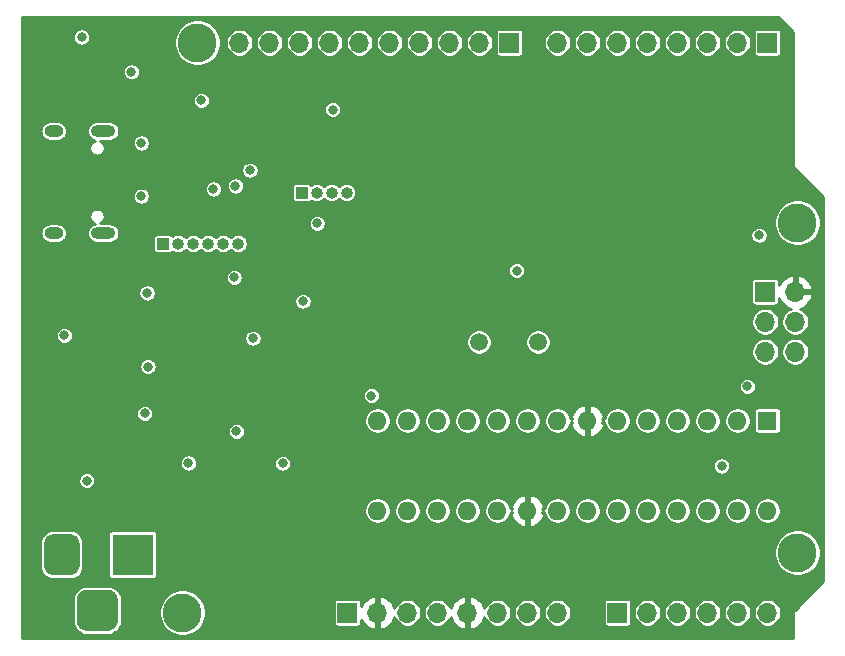
<source format=gbr>
G04 #@! TF.GenerationSoftware,KiCad,Pcbnew,(5.1.9)-1*
G04 #@! TF.CreationDate,2021-03-23T22:38:23+04:00*
G04 #@! TF.ProjectId,stormduino Rev2,73746f72-6d64-4756-996e-6f2052657632,rev?*
G04 #@! TF.SameCoordinates,Original*
G04 #@! TF.FileFunction,Copper,L2,Inr*
G04 #@! TF.FilePolarity,Positive*
%FSLAX46Y46*%
G04 Gerber Fmt 4.6, Leading zero omitted, Abs format (unit mm)*
G04 Created by KiCad (PCBNEW (5.1.9)-1) date 2021-03-23 22:38:23*
%MOMM*%
%LPD*%
G01*
G04 APERTURE LIST*
G04 #@! TA.AperFunction,ComponentPad*
%ADD10O,1.000000X1.000000*%
G04 #@! TD*
G04 #@! TA.AperFunction,ComponentPad*
%ADD11R,1.000000X1.000000*%
G04 #@! TD*
G04 #@! TA.AperFunction,ComponentPad*
%ADD12C,1.500000*%
G04 #@! TD*
G04 #@! TA.AperFunction,ComponentPad*
%ADD13O,2.100000X1.000000*%
G04 #@! TD*
G04 #@! TA.AperFunction,ComponentPad*
%ADD14O,1.600000X1.000000*%
G04 #@! TD*
G04 #@! TA.AperFunction,ComponentPad*
%ADD15O,1.700000X1.700000*%
G04 #@! TD*
G04 #@! TA.AperFunction,ComponentPad*
%ADD16R,1.700000X1.700000*%
G04 #@! TD*
G04 #@! TA.AperFunction,ComponentPad*
%ADD17R,1.600000X1.600000*%
G04 #@! TD*
G04 #@! TA.AperFunction,ComponentPad*
%ADD18O,1.600000X1.600000*%
G04 #@! TD*
G04 #@! TA.AperFunction,ComponentPad*
%ADD19R,3.500000X3.500000*%
G04 #@! TD*
G04 #@! TA.AperFunction,ViaPad*
%ADD20C,3.300000*%
G04 #@! TD*
G04 #@! TA.AperFunction,ViaPad*
%ADD21C,0.800000*%
G04 #@! TD*
G04 #@! TA.AperFunction,Conductor*
%ADD22C,0.254000*%
G04 #@! TD*
G04 #@! TA.AperFunction,Conductor*
%ADD23C,0.100000*%
G04 #@! TD*
G04 APERTURE END LIST*
D10*
X128402080Y-65026540D03*
X127132080Y-65026540D03*
X125862080Y-65026540D03*
X124592080Y-65026540D03*
X123322080Y-65026540D03*
D11*
X122052080Y-65026540D03*
D10*
X137604500Y-60706000D03*
X136334500Y-60706000D03*
X135064500Y-60706000D03*
D11*
X133794500Y-60706000D03*
D12*
X153797000Y-73342500D03*
X148797000Y-73342500D03*
D13*
X116985500Y-64137000D03*
X116985500Y-55497000D03*
D14*
X112805500Y-55497000D03*
X112805500Y-64137000D03*
D15*
X175577500Y-74168000D03*
X173037500Y-74168000D03*
X175577500Y-71628000D03*
X173037500Y-71628000D03*
X175577500Y-69088000D03*
D16*
X173037500Y-69088000D03*
D17*
X173228000Y-80010000D03*
D18*
X140208000Y-87630000D03*
X170688000Y-80010000D03*
X142748000Y-87630000D03*
X168148000Y-80010000D03*
X145288000Y-87630000D03*
X165608000Y-80010000D03*
X147828000Y-87630000D03*
X163068000Y-80010000D03*
X150368000Y-87630000D03*
X160528000Y-80010000D03*
X152908000Y-87630000D03*
X157988000Y-80010000D03*
X155448000Y-87630000D03*
X155448000Y-80010000D03*
X157988000Y-87630000D03*
X152908000Y-80010000D03*
X160528000Y-87630000D03*
X150368000Y-80010000D03*
X163068000Y-87630000D03*
X147828000Y-80010000D03*
X165608000Y-87630000D03*
X145288000Y-80010000D03*
X168148000Y-87630000D03*
X142748000Y-80010000D03*
X170688000Y-87630000D03*
X140208000Y-80010000D03*
X173228000Y-87630000D03*
G04 #@! TA.AperFunction,ComponentPad*
G36*
G01*
X114731600Y-96938800D02*
X114731600Y-95188800D01*
G75*
G02*
X115606600Y-94313800I875000J0D01*
G01*
X117356600Y-94313800D01*
G75*
G02*
X118231600Y-95188800I0J-875000D01*
G01*
X118231600Y-96938800D01*
G75*
G02*
X117356600Y-97813800I-875000J0D01*
G01*
X115606600Y-97813800D01*
G75*
G02*
X114731600Y-96938800I0J875000D01*
G01*
G37*
G04 #@! TD.AperFunction*
G04 #@! TA.AperFunction,ComponentPad*
G36*
G01*
X111981600Y-92363800D02*
X111981600Y-90363800D01*
G75*
G02*
X112731600Y-89613800I750000J0D01*
G01*
X114231600Y-89613800D01*
G75*
G02*
X114981600Y-90363800I0J-750000D01*
G01*
X114981600Y-92363800D01*
G75*
G02*
X114231600Y-93113800I-750000J0D01*
G01*
X112731600Y-93113800D01*
G75*
G02*
X111981600Y-92363800I0J750000D01*
G01*
G37*
G04 #@! TD.AperFunction*
D19*
X119481600Y-91363800D03*
D16*
X137668000Y-96266000D03*
D15*
X140208000Y-96266000D03*
X142748000Y-96266000D03*
X145288000Y-96266000D03*
X147828000Y-96266000D03*
X150368000Y-96266000D03*
X152908000Y-96266000D03*
X155448000Y-96266000D03*
X128524000Y-48006000D03*
X131064000Y-48006000D03*
X133604000Y-48006000D03*
X136144000Y-48006000D03*
X138684000Y-48006000D03*
X141224000Y-48006000D03*
X143764000Y-48006000D03*
X146304000Y-48006000D03*
X148844000Y-48006000D03*
D16*
X151384000Y-48006000D03*
D15*
X155448000Y-48006000D03*
X157988000Y-48006000D03*
X160528000Y-48006000D03*
X163068000Y-48006000D03*
X165608000Y-48006000D03*
X168148000Y-48006000D03*
X170688000Y-48006000D03*
D16*
X173228000Y-48006000D03*
D15*
X173228000Y-96266000D03*
X170688000Y-96266000D03*
X168148000Y-96266000D03*
X165608000Y-96266000D03*
X163068000Y-96266000D03*
D16*
X160528000Y-96266000D03*
D20*
X175768000Y-91186000D03*
X175768000Y-63246000D03*
X124968000Y-48006000D03*
X123698000Y-96266000D03*
D21*
X133350000Y-74422000D03*
X115570000Y-82804000D03*
X122555000Y-72593200D03*
X114046000Y-77139800D03*
X125857001Y-81889601D03*
X127280510Y-70073057D03*
X131445000Y-79502000D03*
X120200000Y-61000000D03*
X120200000Y-56500000D03*
X139700000Y-77900000D03*
X113700000Y-72800000D03*
X133900000Y-69900000D03*
X135100000Y-63300000D03*
X125300000Y-52900000D03*
X152000000Y-67300000D03*
X115600000Y-85100000D03*
X124200000Y-83600000D03*
X120700000Y-69200000D03*
X128270000Y-80924400D03*
X132181600Y-83616800D03*
X115166000Y-47534000D03*
X120500000Y-79400000D03*
X129667000Y-73025000D03*
X120777000Y-75438000D03*
X129410000Y-58801328D03*
X172516800Y-64312800D03*
X119380000Y-50482500D03*
X128079500Y-67881500D03*
X136417050Y-53676550D03*
X169341802Y-83845400D03*
X171526200Y-77114400D03*
X126309120Y-60398660D03*
X128177586Y-60139980D03*
D22*
X175416001Y-47135804D02*
X175416000Y-58402711D01*
X175414297Y-58420000D01*
X175416000Y-58437289D01*
X175416000Y-58437291D01*
X175421093Y-58489003D01*
X175441221Y-58555355D01*
X175441222Y-58555356D01*
X175473907Y-58616507D01*
X175496145Y-58643603D01*
X175517894Y-58670105D01*
X175531329Y-58681131D01*
X177956001Y-61105804D01*
X177956000Y-93580197D01*
X175531328Y-96004870D01*
X175517895Y-96015894D01*
X175506872Y-96029326D01*
X175473907Y-96069493D01*
X175441222Y-96130644D01*
X175421094Y-96196997D01*
X175414297Y-96266000D01*
X175416001Y-96283299D01*
X175416000Y-98454000D01*
X110080000Y-98454000D01*
X110080000Y-95188800D01*
X114403018Y-95188800D01*
X114403018Y-96938800D01*
X114426144Y-97173607D01*
X114494635Y-97399391D01*
X114605858Y-97607474D01*
X114755539Y-97789861D01*
X114937926Y-97939542D01*
X115146009Y-98050765D01*
X115371793Y-98119256D01*
X115606600Y-98142382D01*
X117356600Y-98142382D01*
X117591407Y-98119256D01*
X117817191Y-98050765D01*
X118025274Y-97939542D01*
X118207661Y-97789861D01*
X118357342Y-97607474D01*
X118468565Y-97399391D01*
X118537056Y-97173607D01*
X118560182Y-96938800D01*
X118560182Y-96071282D01*
X121721000Y-96071282D01*
X121721000Y-96460718D01*
X121796975Y-96842670D01*
X121946005Y-97202461D01*
X122162364Y-97526264D01*
X122437736Y-97801636D01*
X122761539Y-98017995D01*
X123121330Y-98167025D01*
X123503282Y-98243000D01*
X123892718Y-98243000D01*
X124274670Y-98167025D01*
X124634461Y-98017995D01*
X124958264Y-97801636D01*
X125233636Y-97526264D01*
X125449995Y-97202461D01*
X125599025Y-96842670D01*
X125675000Y-96460718D01*
X125675000Y-96071282D01*
X125599025Y-95689330D01*
X125485809Y-95416000D01*
X136489418Y-95416000D01*
X136489418Y-97116000D01*
X136495732Y-97180103D01*
X136514430Y-97241743D01*
X136544794Y-97298550D01*
X136585657Y-97348343D01*
X136635450Y-97389206D01*
X136692257Y-97419570D01*
X136753897Y-97438268D01*
X136818000Y-97444582D01*
X138518000Y-97444582D01*
X138582103Y-97438268D01*
X138643743Y-97419570D01*
X138700550Y-97389206D01*
X138750343Y-97348343D01*
X138791206Y-97298550D01*
X138821570Y-97241743D01*
X138840268Y-97180103D01*
X138846582Y-97116000D01*
X138846582Y-96848592D01*
X138863843Y-96897252D01*
X139012822Y-97147355D01*
X139207731Y-97363588D01*
X139441080Y-97537641D01*
X139703901Y-97662825D01*
X139851110Y-97707476D01*
X140081000Y-97586155D01*
X140081000Y-96393000D01*
X140061000Y-96393000D01*
X140061000Y-96139000D01*
X140081000Y-96139000D01*
X140081000Y-94945845D01*
X140335000Y-94945845D01*
X140335000Y-96139000D01*
X140355000Y-96139000D01*
X140355000Y-96393000D01*
X140335000Y-96393000D01*
X140335000Y-97586155D01*
X140564890Y-97707476D01*
X140712099Y-97662825D01*
X140974920Y-97537641D01*
X141208269Y-97363588D01*
X141403178Y-97147355D01*
X141552157Y-96897252D01*
X141636736Y-96658821D01*
X141704956Y-96823519D01*
X141833764Y-97016294D01*
X141997706Y-97180236D01*
X142190481Y-97309044D01*
X142404682Y-97397769D01*
X142632076Y-97443000D01*
X142863924Y-97443000D01*
X143091318Y-97397769D01*
X143305519Y-97309044D01*
X143498294Y-97180236D01*
X143662236Y-97016294D01*
X143791044Y-96823519D01*
X143879769Y-96609318D01*
X143925000Y-96381924D01*
X143925000Y-96150076D01*
X144111000Y-96150076D01*
X144111000Y-96381924D01*
X144156231Y-96609318D01*
X144244956Y-96823519D01*
X144373764Y-97016294D01*
X144537706Y-97180236D01*
X144730481Y-97309044D01*
X144944682Y-97397769D01*
X145172076Y-97443000D01*
X145403924Y-97443000D01*
X145631318Y-97397769D01*
X145845519Y-97309044D01*
X146038294Y-97180236D01*
X146202236Y-97016294D01*
X146331044Y-96823519D01*
X146399264Y-96658821D01*
X146483843Y-96897252D01*
X146632822Y-97147355D01*
X146827731Y-97363588D01*
X147061080Y-97537641D01*
X147323901Y-97662825D01*
X147471110Y-97707476D01*
X147701000Y-97586155D01*
X147701000Y-96393000D01*
X147681000Y-96393000D01*
X147681000Y-96139000D01*
X147701000Y-96139000D01*
X147701000Y-94945845D01*
X147955000Y-94945845D01*
X147955000Y-96139000D01*
X147975000Y-96139000D01*
X147975000Y-96393000D01*
X147955000Y-96393000D01*
X147955000Y-97586155D01*
X148184890Y-97707476D01*
X148332099Y-97662825D01*
X148594920Y-97537641D01*
X148828269Y-97363588D01*
X149023178Y-97147355D01*
X149172157Y-96897252D01*
X149256736Y-96658821D01*
X149324956Y-96823519D01*
X149453764Y-97016294D01*
X149617706Y-97180236D01*
X149810481Y-97309044D01*
X150024682Y-97397769D01*
X150252076Y-97443000D01*
X150483924Y-97443000D01*
X150711318Y-97397769D01*
X150925519Y-97309044D01*
X151118294Y-97180236D01*
X151282236Y-97016294D01*
X151411044Y-96823519D01*
X151499769Y-96609318D01*
X151545000Y-96381924D01*
X151545000Y-96150076D01*
X151731000Y-96150076D01*
X151731000Y-96381924D01*
X151776231Y-96609318D01*
X151864956Y-96823519D01*
X151993764Y-97016294D01*
X152157706Y-97180236D01*
X152350481Y-97309044D01*
X152564682Y-97397769D01*
X152792076Y-97443000D01*
X153023924Y-97443000D01*
X153251318Y-97397769D01*
X153465519Y-97309044D01*
X153658294Y-97180236D01*
X153822236Y-97016294D01*
X153951044Y-96823519D01*
X154039769Y-96609318D01*
X154085000Y-96381924D01*
X154085000Y-96150076D01*
X154271000Y-96150076D01*
X154271000Y-96381924D01*
X154316231Y-96609318D01*
X154404956Y-96823519D01*
X154533764Y-97016294D01*
X154697706Y-97180236D01*
X154890481Y-97309044D01*
X155104682Y-97397769D01*
X155332076Y-97443000D01*
X155563924Y-97443000D01*
X155791318Y-97397769D01*
X156005519Y-97309044D01*
X156198294Y-97180236D01*
X156362236Y-97016294D01*
X156491044Y-96823519D01*
X156579769Y-96609318D01*
X156625000Y-96381924D01*
X156625000Y-96150076D01*
X156579769Y-95922682D01*
X156491044Y-95708481D01*
X156362236Y-95515706D01*
X156262530Y-95416000D01*
X159349418Y-95416000D01*
X159349418Y-97116000D01*
X159355732Y-97180103D01*
X159374430Y-97241743D01*
X159404794Y-97298550D01*
X159445657Y-97348343D01*
X159495450Y-97389206D01*
X159552257Y-97419570D01*
X159613897Y-97438268D01*
X159678000Y-97444582D01*
X161378000Y-97444582D01*
X161442103Y-97438268D01*
X161503743Y-97419570D01*
X161560550Y-97389206D01*
X161610343Y-97348343D01*
X161651206Y-97298550D01*
X161681570Y-97241743D01*
X161700268Y-97180103D01*
X161706582Y-97116000D01*
X161706582Y-96150076D01*
X161891000Y-96150076D01*
X161891000Y-96381924D01*
X161936231Y-96609318D01*
X162024956Y-96823519D01*
X162153764Y-97016294D01*
X162317706Y-97180236D01*
X162510481Y-97309044D01*
X162724682Y-97397769D01*
X162952076Y-97443000D01*
X163183924Y-97443000D01*
X163411318Y-97397769D01*
X163625519Y-97309044D01*
X163818294Y-97180236D01*
X163982236Y-97016294D01*
X164111044Y-96823519D01*
X164199769Y-96609318D01*
X164245000Y-96381924D01*
X164245000Y-96150076D01*
X164431000Y-96150076D01*
X164431000Y-96381924D01*
X164476231Y-96609318D01*
X164564956Y-96823519D01*
X164693764Y-97016294D01*
X164857706Y-97180236D01*
X165050481Y-97309044D01*
X165264682Y-97397769D01*
X165492076Y-97443000D01*
X165723924Y-97443000D01*
X165951318Y-97397769D01*
X166165519Y-97309044D01*
X166358294Y-97180236D01*
X166522236Y-97016294D01*
X166651044Y-96823519D01*
X166739769Y-96609318D01*
X166785000Y-96381924D01*
X166785000Y-96150076D01*
X166971000Y-96150076D01*
X166971000Y-96381924D01*
X167016231Y-96609318D01*
X167104956Y-96823519D01*
X167233764Y-97016294D01*
X167397706Y-97180236D01*
X167590481Y-97309044D01*
X167804682Y-97397769D01*
X168032076Y-97443000D01*
X168263924Y-97443000D01*
X168491318Y-97397769D01*
X168705519Y-97309044D01*
X168898294Y-97180236D01*
X169062236Y-97016294D01*
X169191044Y-96823519D01*
X169279769Y-96609318D01*
X169325000Y-96381924D01*
X169325000Y-96150076D01*
X169511000Y-96150076D01*
X169511000Y-96381924D01*
X169556231Y-96609318D01*
X169644956Y-96823519D01*
X169773764Y-97016294D01*
X169937706Y-97180236D01*
X170130481Y-97309044D01*
X170344682Y-97397769D01*
X170572076Y-97443000D01*
X170803924Y-97443000D01*
X171031318Y-97397769D01*
X171245519Y-97309044D01*
X171438294Y-97180236D01*
X171602236Y-97016294D01*
X171731044Y-96823519D01*
X171819769Y-96609318D01*
X171865000Y-96381924D01*
X171865000Y-96150076D01*
X172051000Y-96150076D01*
X172051000Y-96381924D01*
X172096231Y-96609318D01*
X172184956Y-96823519D01*
X172313764Y-97016294D01*
X172477706Y-97180236D01*
X172670481Y-97309044D01*
X172884682Y-97397769D01*
X173112076Y-97443000D01*
X173343924Y-97443000D01*
X173571318Y-97397769D01*
X173785519Y-97309044D01*
X173978294Y-97180236D01*
X174142236Y-97016294D01*
X174271044Y-96823519D01*
X174359769Y-96609318D01*
X174405000Y-96381924D01*
X174405000Y-96150076D01*
X174359769Y-95922682D01*
X174271044Y-95708481D01*
X174142236Y-95515706D01*
X173978294Y-95351764D01*
X173785519Y-95222956D01*
X173571318Y-95134231D01*
X173343924Y-95089000D01*
X173112076Y-95089000D01*
X172884682Y-95134231D01*
X172670481Y-95222956D01*
X172477706Y-95351764D01*
X172313764Y-95515706D01*
X172184956Y-95708481D01*
X172096231Y-95922682D01*
X172051000Y-96150076D01*
X171865000Y-96150076D01*
X171819769Y-95922682D01*
X171731044Y-95708481D01*
X171602236Y-95515706D01*
X171438294Y-95351764D01*
X171245519Y-95222956D01*
X171031318Y-95134231D01*
X170803924Y-95089000D01*
X170572076Y-95089000D01*
X170344682Y-95134231D01*
X170130481Y-95222956D01*
X169937706Y-95351764D01*
X169773764Y-95515706D01*
X169644956Y-95708481D01*
X169556231Y-95922682D01*
X169511000Y-96150076D01*
X169325000Y-96150076D01*
X169279769Y-95922682D01*
X169191044Y-95708481D01*
X169062236Y-95515706D01*
X168898294Y-95351764D01*
X168705519Y-95222956D01*
X168491318Y-95134231D01*
X168263924Y-95089000D01*
X168032076Y-95089000D01*
X167804682Y-95134231D01*
X167590481Y-95222956D01*
X167397706Y-95351764D01*
X167233764Y-95515706D01*
X167104956Y-95708481D01*
X167016231Y-95922682D01*
X166971000Y-96150076D01*
X166785000Y-96150076D01*
X166739769Y-95922682D01*
X166651044Y-95708481D01*
X166522236Y-95515706D01*
X166358294Y-95351764D01*
X166165519Y-95222956D01*
X165951318Y-95134231D01*
X165723924Y-95089000D01*
X165492076Y-95089000D01*
X165264682Y-95134231D01*
X165050481Y-95222956D01*
X164857706Y-95351764D01*
X164693764Y-95515706D01*
X164564956Y-95708481D01*
X164476231Y-95922682D01*
X164431000Y-96150076D01*
X164245000Y-96150076D01*
X164199769Y-95922682D01*
X164111044Y-95708481D01*
X163982236Y-95515706D01*
X163818294Y-95351764D01*
X163625519Y-95222956D01*
X163411318Y-95134231D01*
X163183924Y-95089000D01*
X162952076Y-95089000D01*
X162724682Y-95134231D01*
X162510481Y-95222956D01*
X162317706Y-95351764D01*
X162153764Y-95515706D01*
X162024956Y-95708481D01*
X161936231Y-95922682D01*
X161891000Y-96150076D01*
X161706582Y-96150076D01*
X161706582Y-95416000D01*
X161700268Y-95351897D01*
X161681570Y-95290257D01*
X161651206Y-95233450D01*
X161610343Y-95183657D01*
X161560550Y-95142794D01*
X161503743Y-95112430D01*
X161442103Y-95093732D01*
X161378000Y-95087418D01*
X159678000Y-95087418D01*
X159613897Y-95093732D01*
X159552257Y-95112430D01*
X159495450Y-95142794D01*
X159445657Y-95183657D01*
X159404794Y-95233450D01*
X159374430Y-95290257D01*
X159355732Y-95351897D01*
X159349418Y-95416000D01*
X156262530Y-95416000D01*
X156198294Y-95351764D01*
X156005519Y-95222956D01*
X155791318Y-95134231D01*
X155563924Y-95089000D01*
X155332076Y-95089000D01*
X155104682Y-95134231D01*
X154890481Y-95222956D01*
X154697706Y-95351764D01*
X154533764Y-95515706D01*
X154404956Y-95708481D01*
X154316231Y-95922682D01*
X154271000Y-96150076D01*
X154085000Y-96150076D01*
X154039769Y-95922682D01*
X153951044Y-95708481D01*
X153822236Y-95515706D01*
X153658294Y-95351764D01*
X153465519Y-95222956D01*
X153251318Y-95134231D01*
X153023924Y-95089000D01*
X152792076Y-95089000D01*
X152564682Y-95134231D01*
X152350481Y-95222956D01*
X152157706Y-95351764D01*
X151993764Y-95515706D01*
X151864956Y-95708481D01*
X151776231Y-95922682D01*
X151731000Y-96150076D01*
X151545000Y-96150076D01*
X151499769Y-95922682D01*
X151411044Y-95708481D01*
X151282236Y-95515706D01*
X151118294Y-95351764D01*
X150925519Y-95222956D01*
X150711318Y-95134231D01*
X150483924Y-95089000D01*
X150252076Y-95089000D01*
X150024682Y-95134231D01*
X149810481Y-95222956D01*
X149617706Y-95351764D01*
X149453764Y-95515706D01*
X149324956Y-95708481D01*
X149256736Y-95873179D01*
X149172157Y-95634748D01*
X149023178Y-95384645D01*
X148828269Y-95168412D01*
X148594920Y-94994359D01*
X148332099Y-94869175D01*
X148184890Y-94824524D01*
X147955000Y-94945845D01*
X147701000Y-94945845D01*
X147471110Y-94824524D01*
X147323901Y-94869175D01*
X147061080Y-94994359D01*
X146827731Y-95168412D01*
X146632822Y-95384645D01*
X146483843Y-95634748D01*
X146399264Y-95873179D01*
X146331044Y-95708481D01*
X146202236Y-95515706D01*
X146038294Y-95351764D01*
X145845519Y-95222956D01*
X145631318Y-95134231D01*
X145403924Y-95089000D01*
X145172076Y-95089000D01*
X144944682Y-95134231D01*
X144730481Y-95222956D01*
X144537706Y-95351764D01*
X144373764Y-95515706D01*
X144244956Y-95708481D01*
X144156231Y-95922682D01*
X144111000Y-96150076D01*
X143925000Y-96150076D01*
X143879769Y-95922682D01*
X143791044Y-95708481D01*
X143662236Y-95515706D01*
X143498294Y-95351764D01*
X143305519Y-95222956D01*
X143091318Y-95134231D01*
X142863924Y-95089000D01*
X142632076Y-95089000D01*
X142404682Y-95134231D01*
X142190481Y-95222956D01*
X141997706Y-95351764D01*
X141833764Y-95515706D01*
X141704956Y-95708481D01*
X141636736Y-95873179D01*
X141552157Y-95634748D01*
X141403178Y-95384645D01*
X141208269Y-95168412D01*
X140974920Y-94994359D01*
X140712099Y-94869175D01*
X140564890Y-94824524D01*
X140335000Y-94945845D01*
X140081000Y-94945845D01*
X139851110Y-94824524D01*
X139703901Y-94869175D01*
X139441080Y-94994359D01*
X139207731Y-95168412D01*
X139012822Y-95384645D01*
X138863843Y-95634748D01*
X138846582Y-95683408D01*
X138846582Y-95416000D01*
X138840268Y-95351897D01*
X138821570Y-95290257D01*
X138791206Y-95233450D01*
X138750343Y-95183657D01*
X138700550Y-95142794D01*
X138643743Y-95112430D01*
X138582103Y-95093732D01*
X138518000Y-95087418D01*
X136818000Y-95087418D01*
X136753897Y-95093732D01*
X136692257Y-95112430D01*
X136635450Y-95142794D01*
X136585657Y-95183657D01*
X136544794Y-95233450D01*
X136514430Y-95290257D01*
X136495732Y-95351897D01*
X136489418Y-95416000D01*
X125485809Y-95416000D01*
X125449995Y-95329539D01*
X125233636Y-95005736D01*
X124958264Y-94730364D01*
X124634461Y-94514005D01*
X124274670Y-94364975D01*
X123892718Y-94289000D01*
X123503282Y-94289000D01*
X123121330Y-94364975D01*
X122761539Y-94514005D01*
X122437736Y-94730364D01*
X122162364Y-95005736D01*
X121946005Y-95329539D01*
X121796975Y-95689330D01*
X121721000Y-96071282D01*
X118560182Y-96071282D01*
X118560182Y-95188800D01*
X118537056Y-94953993D01*
X118468565Y-94728209D01*
X118357342Y-94520126D01*
X118207661Y-94337739D01*
X118025274Y-94188058D01*
X117817191Y-94076835D01*
X117591407Y-94008344D01*
X117356600Y-93985218D01*
X115606600Y-93985218D01*
X115371793Y-94008344D01*
X115146009Y-94076835D01*
X114937926Y-94188058D01*
X114755539Y-94337739D01*
X114605858Y-94520126D01*
X114494635Y-94728209D01*
X114426144Y-94953993D01*
X114403018Y-95188800D01*
X110080000Y-95188800D01*
X110080000Y-90363800D01*
X111653018Y-90363800D01*
X111653018Y-92363800D01*
X111673743Y-92574221D01*
X111735120Y-92776555D01*
X111834792Y-92963028D01*
X111968927Y-93126473D01*
X112132372Y-93260608D01*
X112318845Y-93360280D01*
X112521179Y-93421657D01*
X112731600Y-93442382D01*
X114231600Y-93442382D01*
X114442021Y-93421657D01*
X114644355Y-93360280D01*
X114830828Y-93260608D01*
X114994273Y-93126473D01*
X115128408Y-92963028D01*
X115228080Y-92776555D01*
X115289457Y-92574221D01*
X115310182Y-92363800D01*
X115310182Y-90363800D01*
X115289457Y-90153379D01*
X115228080Y-89951045D01*
X115128408Y-89764572D01*
X115004674Y-89613800D01*
X117403018Y-89613800D01*
X117403018Y-93113800D01*
X117409332Y-93177903D01*
X117428030Y-93239543D01*
X117458394Y-93296350D01*
X117499257Y-93346143D01*
X117549050Y-93387006D01*
X117605857Y-93417370D01*
X117667497Y-93436068D01*
X117731600Y-93442382D01*
X121231600Y-93442382D01*
X121295703Y-93436068D01*
X121357343Y-93417370D01*
X121414150Y-93387006D01*
X121463943Y-93346143D01*
X121504806Y-93296350D01*
X121535170Y-93239543D01*
X121553868Y-93177903D01*
X121560182Y-93113800D01*
X121560182Y-90991282D01*
X173791000Y-90991282D01*
X173791000Y-91380718D01*
X173866975Y-91762670D01*
X174016005Y-92122461D01*
X174232364Y-92446264D01*
X174507736Y-92721636D01*
X174831539Y-92937995D01*
X175191330Y-93087025D01*
X175573282Y-93163000D01*
X175962718Y-93163000D01*
X176344670Y-93087025D01*
X176704461Y-92937995D01*
X177028264Y-92721636D01*
X177303636Y-92446264D01*
X177519995Y-92122461D01*
X177669025Y-91762670D01*
X177745000Y-91380718D01*
X177745000Y-90991282D01*
X177669025Y-90609330D01*
X177519995Y-90249539D01*
X177303636Y-89925736D01*
X177028264Y-89650364D01*
X176704461Y-89434005D01*
X176344670Y-89284975D01*
X175962718Y-89209000D01*
X175573282Y-89209000D01*
X175191330Y-89284975D01*
X174831539Y-89434005D01*
X174507736Y-89650364D01*
X174232364Y-89925736D01*
X174016005Y-90249539D01*
X173866975Y-90609330D01*
X173791000Y-90991282D01*
X121560182Y-90991282D01*
X121560182Y-89613800D01*
X121553868Y-89549697D01*
X121535170Y-89488057D01*
X121504806Y-89431250D01*
X121463943Y-89381457D01*
X121414150Y-89340594D01*
X121357343Y-89310230D01*
X121295703Y-89291532D01*
X121231600Y-89285218D01*
X117731600Y-89285218D01*
X117667497Y-89291532D01*
X117605857Y-89310230D01*
X117549050Y-89340594D01*
X117499257Y-89381457D01*
X117458394Y-89431250D01*
X117428030Y-89488057D01*
X117409332Y-89549697D01*
X117403018Y-89613800D01*
X115004674Y-89613800D01*
X114994273Y-89601127D01*
X114830828Y-89466992D01*
X114644355Y-89367320D01*
X114442021Y-89305943D01*
X114231600Y-89285218D01*
X112731600Y-89285218D01*
X112521179Y-89305943D01*
X112318845Y-89367320D01*
X112132372Y-89466992D01*
X111968927Y-89601127D01*
X111834792Y-89764572D01*
X111735120Y-89951045D01*
X111673743Y-90153379D01*
X111653018Y-90363800D01*
X110080000Y-90363800D01*
X110080000Y-87519000D01*
X139081000Y-87519000D01*
X139081000Y-87741000D01*
X139124310Y-87958734D01*
X139209266Y-88163835D01*
X139332602Y-88348421D01*
X139489579Y-88505398D01*
X139674165Y-88628734D01*
X139879266Y-88713690D01*
X140097000Y-88757000D01*
X140319000Y-88757000D01*
X140536734Y-88713690D01*
X140741835Y-88628734D01*
X140926421Y-88505398D01*
X141083398Y-88348421D01*
X141206734Y-88163835D01*
X141291690Y-87958734D01*
X141335000Y-87741000D01*
X141335000Y-87519000D01*
X141621000Y-87519000D01*
X141621000Y-87741000D01*
X141664310Y-87958734D01*
X141749266Y-88163835D01*
X141872602Y-88348421D01*
X142029579Y-88505398D01*
X142214165Y-88628734D01*
X142419266Y-88713690D01*
X142637000Y-88757000D01*
X142859000Y-88757000D01*
X143076734Y-88713690D01*
X143281835Y-88628734D01*
X143466421Y-88505398D01*
X143623398Y-88348421D01*
X143746734Y-88163835D01*
X143831690Y-87958734D01*
X143875000Y-87741000D01*
X143875000Y-87519000D01*
X144161000Y-87519000D01*
X144161000Y-87741000D01*
X144204310Y-87958734D01*
X144289266Y-88163835D01*
X144412602Y-88348421D01*
X144569579Y-88505398D01*
X144754165Y-88628734D01*
X144959266Y-88713690D01*
X145177000Y-88757000D01*
X145399000Y-88757000D01*
X145616734Y-88713690D01*
X145821835Y-88628734D01*
X146006421Y-88505398D01*
X146163398Y-88348421D01*
X146286734Y-88163835D01*
X146371690Y-87958734D01*
X146415000Y-87741000D01*
X146415000Y-87519000D01*
X146701000Y-87519000D01*
X146701000Y-87741000D01*
X146744310Y-87958734D01*
X146829266Y-88163835D01*
X146952602Y-88348421D01*
X147109579Y-88505398D01*
X147294165Y-88628734D01*
X147499266Y-88713690D01*
X147717000Y-88757000D01*
X147939000Y-88757000D01*
X148156734Y-88713690D01*
X148361835Y-88628734D01*
X148546421Y-88505398D01*
X148703398Y-88348421D01*
X148826734Y-88163835D01*
X148911690Y-87958734D01*
X148955000Y-87741000D01*
X148955000Y-87519000D01*
X149241000Y-87519000D01*
X149241000Y-87741000D01*
X149284310Y-87958734D01*
X149369266Y-88163835D01*
X149492602Y-88348421D01*
X149649579Y-88505398D01*
X149834165Y-88628734D01*
X150039266Y-88713690D01*
X150257000Y-88757000D01*
X150479000Y-88757000D01*
X150696734Y-88713690D01*
X150901835Y-88628734D01*
X151086421Y-88505398D01*
X151243398Y-88348421D01*
X151366734Y-88163835D01*
X151451690Y-87958734D01*
X151491817Y-87757002D01*
X151637375Y-87757002D01*
X151516091Y-87979040D01*
X151610930Y-88243881D01*
X151755615Y-88485131D01*
X151944586Y-88693519D01*
X152170580Y-88861037D01*
X152424913Y-88981246D01*
X152558961Y-89021904D01*
X152781000Y-88899915D01*
X152781000Y-87757000D01*
X152761000Y-87757000D01*
X152761000Y-87503000D01*
X152781000Y-87503000D01*
X152781000Y-86360085D01*
X153035000Y-86360085D01*
X153035000Y-87503000D01*
X153055000Y-87503000D01*
X153055000Y-87757000D01*
X153035000Y-87757000D01*
X153035000Y-88899915D01*
X153257039Y-89021904D01*
X153391087Y-88981246D01*
X153645420Y-88861037D01*
X153871414Y-88693519D01*
X154060385Y-88485131D01*
X154205070Y-88243881D01*
X154299909Y-87979040D01*
X154178625Y-87757002D01*
X154324183Y-87757002D01*
X154364310Y-87958734D01*
X154449266Y-88163835D01*
X154572602Y-88348421D01*
X154729579Y-88505398D01*
X154914165Y-88628734D01*
X155119266Y-88713690D01*
X155337000Y-88757000D01*
X155559000Y-88757000D01*
X155776734Y-88713690D01*
X155981835Y-88628734D01*
X156166421Y-88505398D01*
X156323398Y-88348421D01*
X156446734Y-88163835D01*
X156531690Y-87958734D01*
X156575000Y-87741000D01*
X156575000Y-87519000D01*
X156861000Y-87519000D01*
X156861000Y-87741000D01*
X156904310Y-87958734D01*
X156989266Y-88163835D01*
X157112602Y-88348421D01*
X157269579Y-88505398D01*
X157454165Y-88628734D01*
X157659266Y-88713690D01*
X157877000Y-88757000D01*
X158099000Y-88757000D01*
X158316734Y-88713690D01*
X158521835Y-88628734D01*
X158706421Y-88505398D01*
X158863398Y-88348421D01*
X158986734Y-88163835D01*
X159071690Y-87958734D01*
X159115000Y-87741000D01*
X159115000Y-87519000D01*
X159401000Y-87519000D01*
X159401000Y-87741000D01*
X159444310Y-87958734D01*
X159529266Y-88163835D01*
X159652602Y-88348421D01*
X159809579Y-88505398D01*
X159994165Y-88628734D01*
X160199266Y-88713690D01*
X160417000Y-88757000D01*
X160639000Y-88757000D01*
X160856734Y-88713690D01*
X161061835Y-88628734D01*
X161246421Y-88505398D01*
X161403398Y-88348421D01*
X161526734Y-88163835D01*
X161611690Y-87958734D01*
X161655000Y-87741000D01*
X161655000Y-87519000D01*
X161941000Y-87519000D01*
X161941000Y-87741000D01*
X161984310Y-87958734D01*
X162069266Y-88163835D01*
X162192602Y-88348421D01*
X162349579Y-88505398D01*
X162534165Y-88628734D01*
X162739266Y-88713690D01*
X162957000Y-88757000D01*
X163179000Y-88757000D01*
X163396734Y-88713690D01*
X163601835Y-88628734D01*
X163786421Y-88505398D01*
X163943398Y-88348421D01*
X164066734Y-88163835D01*
X164151690Y-87958734D01*
X164195000Y-87741000D01*
X164195000Y-87519000D01*
X164481000Y-87519000D01*
X164481000Y-87741000D01*
X164524310Y-87958734D01*
X164609266Y-88163835D01*
X164732602Y-88348421D01*
X164889579Y-88505398D01*
X165074165Y-88628734D01*
X165279266Y-88713690D01*
X165497000Y-88757000D01*
X165719000Y-88757000D01*
X165936734Y-88713690D01*
X166141835Y-88628734D01*
X166326421Y-88505398D01*
X166483398Y-88348421D01*
X166606734Y-88163835D01*
X166691690Y-87958734D01*
X166735000Y-87741000D01*
X166735000Y-87519000D01*
X167021000Y-87519000D01*
X167021000Y-87741000D01*
X167064310Y-87958734D01*
X167149266Y-88163835D01*
X167272602Y-88348421D01*
X167429579Y-88505398D01*
X167614165Y-88628734D01*
X167819266Y-88713690D01*
X168037000Y-88757000D01*
X168259000Y-88757000D01*
X168476734Y-88713690D01*
X168681835Y-88628734D01*
X168866421Y-88505398D01*
X169023398Y-88348421D01*
X169146734Y-88163835D01*
X169231690Y-87958734D01*
X169275000Y-87741000D01*
X169275000Y-87519000D01*
X169561000Y-87519000D01*
X169561000Y-87741000D01*
X169604310Y-87958734D01*
X169689266Y-88163835D01*
X169812602Y-88348421D01*
X169969579Y-88505398D01*
X170154165Y-88628734D01*
X170359266Y-88713690D01*
X170577000Y-88757000D01*
X170799000Y-88757000D01*
X171016734Y-88713690D01*
X171221835Y-88628734D01*
X171406421Y-88505398D01*
X171563398Y-88348421D01*
X171686734Y-88163835D01*
X171771690Y-87958734D01*
X171815000Y-87741000D01*
X171815000Y-87519000D01*
X172101000Y-87519000D01*
X172101000Y-87741000D01*
X172144310Y-87958734D01*
X172229266Y-88163835D01*
X172352602Y-88348421D01*
X172509579Y-88505398D01*
X172694165Y-88628734D01*
X172899266Y-88713690D01*
X173117000Y-88757000D01*
X173339000Y-88757000D01*
X173556734Y-88713690D01*
X173761835Y-88628734D01*
X173946421Y-88505398D01*
X174103398Y-88348421D01*
X174226734Y-88163835D01*
X174311690Y-87958734D01*
X174355000Y-87741000D01*
X174355000Y-87519000D01*
X174311690Y-87301266D01*
X174226734Y-87096165D01*
X174103398Y-86911579D01*
X173946421Y-86754602D01*
X173761835Y-86631266D01*
X173556734Y-86546310D01*
X173339000Y-86503000D01*
X173117000Y-86503000D01*
X172899266Y-86546310D01*
X172694165Y-86631266D01*
X172509579Y-86754602D01*
X172352602Y-86911579D01*
X172229266Y-87096165D01*
X172144310Y-87301266D01*
X172101000Y-87519000D01*
X171815000Y-87519000D01*
X171771690Y-87301266D01*
X171686734Y-87096165D01*
X171563398Y-86911579D01*
X171406421Y-86754602D01*
X171221835Y-86631266D01*
X171016734Y-86546310D01*
X170799000Y-86503000D01*
X170577000Y-86503000D01*
X170359266Y-86546310D01*
X170154165Y-86631266D01*
X169969579Y-86754602D01*
X169812602Y-86911579D01*
X169689266Y-87096165D01*
X169604310Y-87301266D01*
X169561000Y-87519000D01*
X169275000Y-87519000D01*
X169231690Y-87301266D01*
X169146734Y-87096165D01*
X169023398Y-86911579D01*
X168866421Y-86754602D01*
X168681835Y-86631266D01*
X168476734Y-86546310D01*
X168259000Y-86503000D01*
X168037000Y-86503000D01*
X167819266Y-86546310D01*
X167614165Y-86631266D01*
X167429579Y-86754602D01*
X167272602Y-86911579D01*
X167149266Y-87096165D01*
X167064310Y-87301266D01*
X167021000Y-87519000D01*
X166735000Y-87519000D01*
X166691690Y-87301266D01*
X166606734Y-87096165D01*
X166483398Y-86911579D01*
X166326421Y-86754602D01*
X166141835Y-86631266D01*
X165936734Y-86546310D01*
X165719000Y-86503000D01*
X165497000Y-86503000D01*
X165279266Y-86546310D01*
X165074165Y-86631266D01*
X164889579Y-86754602D01*
X164732602Y-86911579D01*
X164609266Y-87096165D01*
X164524310Y-87301266D01*
X164481000Y-87519000D01*
X164195000Y-87519000D01*
X164151690Y-87301266D01*
X164066734Y-87096165D01*
X163943398Y-86911579D01*
X163786421Y-86754602D01*
X163601835Y-86631266D01*
X163396734Y-86546310D01*
X163179000Y-86503000D01*
X162957000Y-86503000D01*
X162739266Y-86546310D01*
X162534165Y-86631266D01*
X162349579Y-86754602D01*
X162192602Y-86911579D01*
X162069266Y-87096165D01*
X161984310Y-87301266D01*
X161941000Y-87519000D01*
X161655000Y-87519000D01*
X161611690Y-87301266D01*
X161526734Y-87096165D01*
X161403398Y-86911579D01*
X161246421Y-86754602D01*
X161061835Y-86631266D01*
X160856734Y-86546310D01*
X160639000Y-86503000D01*
X160417000Y-86503000D01*
X160199266Y-86546310D01*
X159994165Y-86631266D01*
X159809579Y-86754602D01*
X159652602Y-86911579D01*
X159529266Y-87096165D01*
X159444310Y-87301266D01*
X159401000Y-87519000D01*
X159115000Y-87519000D01*
X159071690Y-87301266D01*
X158986734Y-87096165D01*
X158863398Y-86911579D01*
X158706421Y-86754602D01*
X158521835Y-86631266D01*
X158316734Y-86546310D01*
X158099000Y-86503000D01*
X157877000Y-86503000D01*
X157659266Y-86546310D01*
X157454165Y-86631266D01*
X157269579Y-86754602D01*
X157112602Y-86911579D01*
X156989266Y-87096165D01*
X156904310Y-87301266D01*
X156861000Y-87519000D01*
X156575000Y-87519000D01*
X156531690Y-87301266D01*
X156446734Y-87096165D01*
X156323398Y-86911579D01*
X156166421Y-86754602D01*
X155981835Y-86631266D01*
X155776734Y-86546310D01*
X155559000Y-86503000D01*
X155337000Y-86503000D01*
X155119266Y-86546310D01*
X154914165Y-86631266D01*
X154729579Y-86754602D01*
X154572602Y-86911579D01*
X154449266Y-87096165D01*
X154364310Y-87301266D01*
X154324183Y-87502998D01*
X154178625Y-87502998D01*
X154299909Y-87280960D01*
X154205070Y-87016119D01*
X154060385Y-86774869D01*
X153871414Y-86566481D01*
X153645420Y-86398963D01*
X153391087Y-86278754D01*
X153257039Y-86238096D01*
X153035000Y-86360085D01*
X152781000Y-86360085D01*
X152558961Y-86238096D01*
X152424913Y-86278754D01*
X152170580Y-86398963D01*
X151944586Y-86566481D01*
X151755615Y-86774869D01*
X151610930Y-87016119D01*
X151516091Y-87280960D01*
X151637375Y-87502998D01*
X151491817Y-87502998D01*
X151451690Y-87301266D01*
X151366734Y-87096165D01*
X151243398Y-86911579D01*
X151086421Y-86754602D01*
X150901835Y-86631266D01*
X150696734Y-86546310D01*
X150479000Y-86503000D01*
X150257000Y-86503000D01*
X150039266Y-86546310D01*
X149834165Y-86631266D01*
X149649579Y-86754602D01*
X149492602Y-86911579D01*
X149369266Y-87096165D01*
X149284310Y-87301266D01*
X149241000Y-87519000D01*
X148955000Y-87519000D01*
X148911690Y-87301266D01*
X148826734Y-87096165D01*
X148703398Y-86911579D01*
X148546421Y-86754602D01*
X148361835Y-86631266D01*
X148156734Y-86546310D01*
X147939000Y-86503000D01*
X147717000Y-86503000D01*
X147499266Y-86546310D01*
X147294165Y-86631266D01*
X147109579Y-86754602D01*
X146952602Y-86911579D01*
X146829266Y-87096165D01*
X146744310Y-87301266D01*
X146701000Y-87519000D01*
X146415000Y-87519000D01*
X146371690Y-87301266D01*
X146286734Y-87096165D01*
X146163398Y-86911579D01*
X146006421Y-86754602D01*
X145821835Y-86631266D01*
X145616734Y-86546310D01*
X145399000Y-86503000D01*
X145177000Y-86503000D01*
X144959266Y-86546310D01*
X144754165Y-86631266D01*
X144569579Y-86754602D01*
X144412602Y-86911579D01*
X144289266Y-87096165D01*
X144204310Y-87301266D01*
X144161000Y-87519000D01*
X143875000Y-87519000D01*
X143831690Y-87301266D01*
X143746734Y-87096165D01*
X143623398Y-86911579D01*
X143466421Y-86754602D01*
X143281835Y-86631266D01*
X143076734Y-86546310D01*
X142859000Y-86503000D01*
X142637000Y-86503000D01*
X142419266Y-86546310D01*
X142214165Y-86631266D01*
X142029579Y-86754602D01*
X141872602Y-86911579D01*
X141749266Y-87096165D01*
X141664310Y-87301266D01*
X141621000Y-87519000D01*
X141335000Y-87519000D01*
X141291690Y-87301266D01*
X141206734Y-87096165D01*
X141083398Y-86911579D01*
X140926421Y-86754602D01*
X140741835Y-86631266D01*
X140536734Y-86546310D01*
X140319000Y-86503000D01*
X140097000Y-86503000D01*
X139879266Y-86546310D01*
X139674165Y-86631266D01*
X139489579Y-86754602D01*
X139332602Y-86911579D01*
X139209266Y-87096165D01*
X139124310Y-87301266D01*
X139081000Y-87519000D01*
X110080000Y-87519000D01*
X110080000Y-85028397D01*
X114873000Y-85028397D01*
X114873000Y-85171603D01*
X114900938Y-85312058D01*
X114955741Y-85444364D01*
X115035302Y-85563436D01*
X115136564Y-85664698D01*
X115255636Y-85744259D01*
X115387942Y-85799062D01*
X115528397Y-85827000D01*
X115671603Y-85827000D01*
X115812058Y-85799062D01*
X115944364Y-85744259D01*
X116063436Y-85664698D01*
X116164698Y-85563436D01*
X116244259Y-85444364D01*
X116299062Y-85312058D01*
X116327000Y-85171603D01*
X116327000Y-85028397D01*
X116299062Y-84887942D01*
X116244259Y-84755636D01*
X116164698Y-84636564D01*
X116063436Y-84535302D01*
X115944364Y-84455741D01*
X115812058Y-84400938D01*
X115671603Y-84373000D01*
X115528397Y-84373000D01*
X115387942Y-84400938D01*
X115255636Y-84455741D01*
X115136564Y-84535302D01*
X115035302Y-84636564D01*
X114955741Y-84755636D01*
X114900938Y-84887942D01*
X114873000Y-85028397D01*
X110080000Y-85028397D01*
X110080000Y-83528397D01*
X123473000Y-83528397D01*
X123473000Y-83671603D01*
X123500938Y-83812058D01*
X123555741Y-83944364D01*
X123635302Y-84063436D01*
X123736564Y-84164698D01*
X123855636Y-84244259D01*
X123987942Y-84299062D01*
X124128397Y-84327000D01*
X124271603Y-84327000D01*
X124412058Y-84299062D01*
X124544364Y-84244259D01*
X124663436Y-84164698D01*
X124764698Y-84063436D01*
X124844259Y-83944364D01*
X124899062Y-83812058D01*
X124927000Y-83671603D01*
X124927000Y-83545197D01*
X131454600Y-83545197D01*
X131454600Y-83688403D01*
X131482538Y-83828858D01*
X131537341Y-83961164D01*
X131616902Y-84080236D01*
X131718164Y-84181498D01*
X131837236Y-84261059D01*
X131969542Y-84315862D01*
X132109997Y-84343800D01*
X132253203Y-84343800D01*
X132393658Y-84315862D01*
X132525964Y-84261059D01*
X132645036Y-84181498D01*
X132746298Y-84080236D01*
X132825859Y-83961164D01*
X132880662Y-83828858D01*
X132891614Y-83773797D01*
X168614802Y-83773797D01*
X168614802Y-83917003D01*
X168642740Y-84057458D01*
X168697543Y-84189764D01*
X168777104Y-84308836D01*
X168878366Y-84410098D01*
X168997438Y-84489659D01*
X169129744Y-84544462D01*
X169270199Y-84572400D01*
X169413405Y-84572400D01*
X169553860Y-84544462D01*
X169686166Y-84489659D01*
X169805238Y-84410098D01*
X169906500Y-84308836D01*
X169986061Y-84189764D01*
X170040864Y-84057458D01*
X170068802Y-83917003D01*
X170068802Y-83773797D01*
X170040864Y-83633342D01*
X169986061Y-83501036D01*
X169906500Y-83381964D01*
X169805238Y-83280702D01*
X169686166Y-83201141D01*
X169553860Y-83146338D01*
X169413405Y-83118400D01*
X169270199Y-83118400D01*
X169129744Y-83146338D01*
X168997438Y-83201141D01*
X168878366Y-83280702D01*
X168777104Y-83381964D01*
X168697543Y-83501036D01*
X168642740Y-83633342D01*
X168614802Y-83773797D01*
X132891614Y-83773797D01*
X132908600Y-83688403D01*
X132908600Y-83545197D01*
X132880662Y-83404742D01*
X132825859Y-83272436D01*
X132746298Y-83153364D01*
X132645036Y-83052102D01*
X132525964Y-82972541D01*
X132393658Y-82917738D01*
X132253203Y-82889800D01*
X132109997Y-82889800D01*
X131969542Y-82917738D01*
X131837236Y-82972541D01*
X131718164Y-83052102D01*
X131616902Y-83153364D01*
X131537341Y-83272436D01*
X131482538Y-83404742D01*
X131454600Y-83545197D01*
X124927000Y-83545197D01*
X124927000Y-83528397D01*
X124899062Y-83387942D01*
X124844259Y-83255636D01*
X124764698Y-83136564D01*
X124663436Y-83035302D01*
X124544364Y-82955741D01*
X124412058Y-82900938D01*
X124271603Y-82873000D01*
X124128397Y-82873000D01*
X123987942Y-82900938D01*
X123855636Y-82955741D01*
X123736564Y-83035302D01*
X123635302Y-83136564D01*
X123555741Y-83255636D01*
X123500938Y-83387942D01*
X123473000Y-83528397D01*
X110080000Y-83528397D01*
X110080000Y-80852797D01*
X127543000Y-80852797D01*
X127543000Y-80996003D01*
X127570938Y-81136458D01*
X127625741Y-81268764D01*
X127705302Y-81387836D01*
X127806564Y-81489098D01*
X127925636Y-81568659D01*
X128057942Y-81623462D01*
X128198397Y-81651400D01*
X128341603Y-81651400D01*
X128482058Y-81623462D01*
X128614364Y-81568659D01*
X128733436Y-81489098D01*
X128834698Y-81387836D01*
X128914259Y-81268764D01*
X128969062Y-81136458D01*
X128997000Y-80996003D01*
X128997000Y-80852797D01*
X128969062Y-80712342D01*
X128914259Y-80580036D01*
X128834698Y-80460964D01*
X128733436Y-80359702D01*
X128614364Y-80280141D01*
X128482058Y-80225338D01*
X128341603Y-80197400D01*
X128198397Y-80197400D01*
X128057942Y-80225338D01*
X127925636Y-80280141D01*
X127806564Y-80359702D01*
X127705302Y-80460964D01*
X127625741Y-80580036D01*
X127570938Y-80712342D01*
X127543000Y-80852797D01*
X110080000Y-80852797D01*
X110080000Y-79328397D01*
X119773000Y-79328397D01*
X119773000Y-79471603D01*
X119800938Y-79612058D01*
X119855741Y-79744364D01*
X119935302Y-79863436D01*
X120036564Y-79964698D01*
X120155636Y-80044259D01*
X120287942Y-80099062D01*
X120428397Y-80127000D01*
X120571603Y-80127000D01*
X120712058Y-80099062D01*
X120844364Y-80044259D01*
X120963436Y-79964698D01*
X121029134Y-79899000D01*
X139081000Y-79899000D01*
X139081000Y-80121000D01*
X139124310Y-80338734D01*
X139209266Y-80543835D01*
X139332602Y-80728421D01*
X139489579Y-80885398D01*
X139674165Y-81008734D01*
X139879266Y-81093690D01*
X140097000Y-81137000D01*
X140319000Y-81137000D01*
X140536734Y-81093690D01*
X140741835Y-81008734D01*
X140926421Y-80885398D01*
X141083398Y-80728421D01*
X141206734Y-80543835D01*
X141291690Y-80338734D01*
X141335000Y-80121000D01*
X141335000Y-79899000D01*
X141621000Y-79899000D01*
X141621000Y-80121000D01*
X141664310Y-80338734D01*
X141749266Y-80543835D01*
X141872602Y-80728421D01*
X142029579Y-80885398D01*
X142214165Y-81008734D01*
X142419266Y-81093690D01*
X142637000Y-81137000D01*
X142859000Y-81137000D01*
X143076734Y-81093690D01*
X143281835Y-81008734D01*
X143466421Y-80885398D01*
X143623398Y-80728421D01*
X143746734Y-80543835D01*
X143831690Y-80338734D01*
X143875000Y-80121000D01*
X143875000Y-79899000D01*
X144161000Y-79899000D01*
X144161000Y-80121000D01*
X144204310Y-80338734D01*
X144289266Y-80543835D01*
X144412602Y-80728421D01*
X144569579Y-80885398D01*
X144754165Y-81008734D01*
X144959266Y-81093690D01*
X145177000Y-81137000D01*
X145399000Y-81137000D01*
X145616734Y-81093690D01*
X145821835Y-81008734D01*
X146006421Y-80885398D01*
X146163398Y-80728421D01*
X146286734Y-80543835D01*
X146371690Y-80338734D01*
X146415000Y-80121000D01*
X146415000Y-79899000D01*
X146701000Y-79899000D01*
X146701000Y-80121000D01*
X146744310Y-80338734D01*
X146829266Y-80543835D01*
X146952602Y-80728421D01*
X147109579Y-80885398D01*
X147294165Y-81008734D01*
X147499266Y-81093690D01*
X147717000Y-81137000D01*
X147939000Y-81137000D01*
X148156734Y-81093690D01*
X148361835Y-81008734D01*
X148546421Y-80885398D01*
X148703398Y-80728421D01*
X148826734Y-80543835D01*
X148911690Y-80338734D01*
X148955000Y-80121000D01*
X148955000Y-79899000D01*
X149241000Y-79899000D01*
X149241000Y-80121000D01*
X149284310Y-80338734D01*
X149369266Y-80543835D01*
X149492602Y-80728421D01*
X149649579Y-80885398D01*
X149834165Y-81008734D01*
X150039266Y-81093690D01*
X150257000Y-81137000D01*
X150479000Y-81137000D01*
X150696734Y-81093690D01*
X150901835Y-81008734D01*
X151086421Y-80885398D01*
X151243398Y-80728421D01*
X151366734Y-80543835D01*
X151451690Y-80338734D01*
X151495000Y-80121000D01*
X151495000Y-79899000D01*
X151781000Y-79899000D01*
X151781000Y-80121000D01*
X151824310Y-80338734D01*
X151909266Y-80543835D01*
X152032602Y-80728421D01*
X152189579Y-80885398D01*
X152374165Y-81008734D01*
X152579266Y-81093690D01*
X152797000Y-81137000D01*
X153019000Y-81137000D01*
X153236734Y-81093690D01*
X153441835Y-81008734D01*
X153626421Y-80885398D01*
X153783398Y-80728421D01*
X153906734Y-80543835D01*
X153991690Y-80338734D01*
X154035000Y-80121000D01*
X154035000Y-79899000D01*
X154321000Y-79899000D01*
X154321000Y-80121000D01*
X154364310Y-80338734D01*
X154449266Y-80543835D01*
X154572602Y-80728421D01*
X154729579Y-80885398D01*
X154914165Y-81008734D01*
X155119266Y-81093690D01*
X155337000Y-81137000D01*
X155559000Y-81137000D01*
X155776734Y-81093690D01*
X155981835Y-81008734D01*
X156166421Y-80885398D01*
X156323398Y-80728421D01*
X156446734Y-80543835D01*
X156531690Y-80338734D01*
X156571817Y-80137002D01*
X156717375Y-80137002D01*
X156596091Y-80359040D01*
X156690930Y-80623881D01*
X156835615Y-80865131D01*
X157024586Y-81073519D01*
X157250580Y-81241037D01*
X157504913Y-81361246D01*
X157638961Y-81401904D01*
X157861000Y-81279915D01*
X157861000Y-80137000D01*
X157841000Y-80137000D01*
X157841000Y-79883000D01*
X157861000Y-79883000D01*
X157861000Y-78740085D01*
X158115000Y-78740085D01*
X158115000Y-79883000D01*
X158135000Y-79883000D01*
X158135000Y-80137000D01*
X158115000Y-80137000D01*
X158115000Y-81279915D01*
X158337039Y-81401904D01*
X158471087Y-81361246D01*
X158725420Y-81241037D01*
X158951414Y-81073519D01*
X159140385Y-80865131D01*
X159285070Y-80623881D01*
X159379909Y-80359040D01*
X159258625Y-80137002D01*
X159404183Y-80137002D01*
X159444310Y-80338734D01*
X159529266Y-80543835D01*
X159652602Y-80728421D01*
X159809579Y-80885398D01*
X159994165Y-81008734D01*
X160199266Y-81093690D01*
X160417000Y-81137000D01*
X160639000Y-81137000D01*
X160856734Y-81093690D01*
X161061835Y-81008734D01*
X161246421Y-80885398D01*
X161403398Y-80728421D01*
X161526734Y-80543835D01*
X161611690Y-80338734D01*
X161655000Y-80121000D01*
X161655000Y-79899000D01*
X161941000Y-79899000D01*
X161941000Y-80121000D01*
X161984310Y-80338734D01*
X162069266Y-80543835D01*
X162192602Y-80728421D01*
X162349579Y-80885398D01*
X162534165Y-81008734D01*
X162739266Y-81093690D01*
X162957000Y-81137000D01*
X163179000Y-81137000D01*
X163396734Y-81093690D01*
X163601835Y-81008734D01*
X163786421Y-80885398D01*
X163943398Y-80728421D01*
X164066734Y-80543835D01*
X164151690Y-80338734D01*
X164195000Y-80121000D01*
X164195000Y-79899000D01*
X164481000Y-79899000D01*
X164481000Y-80121000D01*
X164524310Y-80338734D01*
X164609266Y-80543835D01*
X164732602Y-80728421D01*
X164889579Y-80885398D01*
X165074165Y-81008734D01*
X165279266Y-81093690D01*
X165497000Y-81137000D01*
X165719000Y-81137000D01*
X165936734Y-81093690D01*
X166141835Y-81008734D01*
X166326421Y-80885398D01*
X166483398Y-80728421D01*
X166606734Y-80543835D01*
X166691690Y-80338734D01*
X166735000Y-80121000D01*
X166735000Y-79899000D01*
X167021000Y-79899000D01*
X167021000Y-80121000D01*
X167064310Y-80338734D01*
X167149266Y-80543835D01*
X167272602Y-80728421D01*
X167429579Y-80885398D01*
X167614165Y-81008734D01*
X167819266Y-81093690D01*
X168037000Y-81137000D01*
X168259000Y-81137000D01*
X168476734Y-81093690D01*
X168681835Y-81008734D01*
X168866421Y-80885398D01*
X169023398Y-80728421D01*
X169146734Y-80543835D01*
X169231690Y-80338734D01*
X169275000Y-80121000D01*
X169275000Y-79899000D01*
X169561000Y-79899000D01*
X169561000Y-80121000D01*
X169604310Y-80338734D01*
X169689266Y-80543835D01*
X169812602Y-80728421D01*
X169969579Y-80885398D01*
X170154165Y-81008734D01*
X170359266Y-81093690D01*
X170577000Y-81137000D01*
X170799000Y-81137000D01*
X171016734Y-81093690D01*
X171221835Y-81008734D01*
X171406421Y-80885398D01*
X171563398Y-80728421D01*
X171686734Y-80543835D01*
X171771690Y-80338734D01*
X171815000Y-80121000D01*
X171815000Y-79899000D01*
X171771690Y-79681266D01*
X171686734Y-79476165D01*
X171563398Y-79291579D01*
X171481819Y-79210000D01*
X172099418Y-79210000D01*
X172099418Y-80810000D01*
X172105732Y-80874103D01*
X172124430Y-80935743D01*
X172154794Y-80992550D01*
X172195657Y-81042343D01*
X172245450Y-81083206D01*
X172302257Y-81113570D01*
X172363897Y-81132268D01*
X172428000Y-81138582D01*
X174028000Y-81138582D01*
X174092103Y-81132268D01*
X174153743Y-81113570D01*
X174210550Y-81083206D01*
X174260343Y-81042343D01*
X174301206Y-80992550D01*
X174331570Y-80935743D01*
X174350268Y-80874103D01*
X174356582Y-80810000D01*
X174356582Y-79210000D01*
X174350268Y-79145897D01*
X174331570Y-79084257D01*
X174301206Y-79027450D01*
X174260343Y-78977657D01*
X174210550Y-78936794D01*
X174153743Y-78906430D01*
X174092103Y-78887732D01*
X174028000Y-78881418D01*
X172428000Y-78881418D01*
X172363897Y-78887732D01*
X172302257Y-78906430D01*
X172245450Y-78936794D01*
X172195657Y-78977657D01*
X172154794Y-79027450D01*
X172124430Y-79084257D01*
X172105732Y-79145897D01*
X172099418Y-79210000D01*
X171481819Y-79210000D01*
X171406421Y-79134602D01*
X171221835Y-79011266D01*
X171016734Y-78926310D01*
X170799000Y-78883000D01*
X170577000Y-78883000D01*
X170359266Y-78926310D01*
X170154165Y-79011266D01*
X169969579Y-79134602D01*
X169812602Y-79291579D01*
X169689266Y-79476165D01*
X169604310Y-79681266D01*
X169561000Y-79899000D01*
X169275000Y-79899000D01*
X169231690Y-79681266D01*
X169146734Y-79476165D01*
X169023398Y-79291579D01*
X168866421Y-79134602D01*
X168681835Y-79011266D01*
X168476734Y-78926310D01*
X168259000Y-78883000D01*
X168037000Y-78883000D01*
X167819266Y-78926310D01*
X167614165Y-79011266D01*
X167429579Y-79134602D01*
X167272602Y-79291579D01*
X167149266Y-79476165D01*
X167064310Y-79681266D01*
X167021000Y-79899000D01*
X166735000Y-79899000D01*
X166691690Y-79681266D01*
X166606734Y-79476165D01*
X166483398Y-79291579D01*
X166326421Y-79134602D01*
X166141835Y-79011266D01*
X165936734Y-78926310D01*
X165719000Y-78883000D01*
X165497000Y-78883000D01*
X165279266Y-78926310D01*
X165074165Y-79011266D01*
X164889579Y-79134602D01*
X164732602Y-79291579D01*
X164609266Y-79476165D01*
X164524310Y-79681266D01*
X164481000Y-79899000D01*
X164195000Y-79899000D01*
X164151690Y-79681266D01*
X164066734Y-79476165D01*
X163943398Y-79291579D01*
X163786421Y-79134602D01*
X163601835Y-79011266D01*
X163396734Y-78926310D01*
X163179000Y-78883000D01*
X162957000Y-78883000D01*
X162739266Y-78926310D01*
X162534165Y-79011266D01*
X162349579Y-79134602D01*
X162192602Y-79291579D01*
X162069266Y-79476165D01*
X161984310Y-79681266D01*
X161941000Y-79899000D01*
X161655000Y-79899000D01*
X161611690Y-79681266D01*
X161526734Y-79476165D01*
X161403398Y-79291579D01*
X161246421Y-79134602D01*
X161061835Y-79011266D01*
X160856734Y-78926310D01*
X160639000Y-78883000D01*
X160417000Y-78883000D01*
X160199266Y-78926310D01*
X159994165Y-79011266D01*
X159809579Y-79134602D01*
X159652602Y-79291579D01*
X159529266Y-79476165D01*
X159444310Y-79681266D01*
X159404183Y-79882998D01*
X159258625Y-79882998D01*
X159379909Y-79660960D01*
X159285070Y-79396119D01*
X159140385Y-79154869D01*
X158951414Y-78946481D01*
X158725420Y-78778963D01*
X158471087Y-78658754D01*
X158337039Y-78618096D01*
X158115000Y-78740085D01*
X157861000Y-78740085D01*
X157638961Y-78618096D01*
X157504913Y-78658754D01*
X157250580Y-78778963D01*
X157024586Y-78946481D01*
X156835615Y-79154869D01*
X156690930Y-79396119D01*
X156596091Y-79660960D01*
X156717375Y-79882998D01*
X156571817Y-79882998D01*
X156531690Y-79681266D01*
X156446734Y-79476165D01*
X156323398Y-79291579D01*
X156166421Y-79134602D01*
X155981835Y-79011266D01*
X155776734Y-78926310D01*
X155559000Y-78883000D01*
X155337000Y-78883000D01*
X155119266Y-78926310D01*
X154914165Y-79011266D01*
X154729579Y-79134602D01*
X154572602Y-79291579D01*
X154449266Y-79476165D01*
X154364310Y-79681266D01*
X154321000Y-79899000D01*
X154035000Y-79899000D01*
X153991690Y-79681266D01*
X153906734Y-79476165D01*
X153783398Y-79291579D01*
X153626421Y-79134602D01*
X153441835Y-79011266D01*
X153236734Y-78926310D01*
X153019000Y-78883000D01*
X152797000Y-78883000D01*
X152579266Y-78926310D01*
X152374165Y-79011266D01*
X152189579Y-79134602D01*
X152032602Y-79291579D01*
X151909266Y-79476165D01*
X151824310Y-79681266D01*
X151781000Y-79899000D01*
X151495000Y-79899000D01*
X151451690Y-79681266D01*
X151366734Y-79476165D01*
X151243398Y-79291579D01*
X151086421Y-79134602D01*
X150901835Y-79011266D01*
X150696734Y-78926310D01*
X150479000Y-78883000D01*
X150257000Y-78883000D01*
X150039266Y-78926310D01*
X149834165Y-79011266D01*
X149649579Y-79134602D01*
X149492602Y-79291579D01*
X149369266Y-79476165D01*
X149284310Y-79681266D01*
X149241000Y-79899000D01*
X148955000Y-79899000D01*
X148911690Y-79681266D01*
X148826734Y-79476165D01*
X148703398Y-79291579D01*
X148546421Y-79134602D01*
X148361835Y-79011266D01*
X148156734Y-78926310D01*
X147939000Y-78883000D01*
X147717000Y-78883000D01*
X147499266Y-78926310D01*
X147294165Y-79011266D01*
X147109579Y-79134602D01*
X146952602Y-79291579D01*
X146829266Y-79476165D01*
X146744310Y-79681266D01*
X146701000Y-79899000D01*
X146415000Y-79899000D01*
X146371690Y-79681266D01*
X146286734Y-79476165D01*
X146163398Y-79291579D01*
X146006421Y-79134602D01*
X145821835Y-79011266D01*
X145616734Y-78926310D01*
X145399000Y-78883000D01*
X145177000Y-78883000D01*
X144959266Y-78926310D01*
X144754165Y-79011266D01*
X144569579Y-79134602D01*
X144412602Y-79291579D01*
X144289266Y-79476165D01*
X144204310Y-79681266D01*
X144161000Y-79899000D01*
X143875000Y-79899000D01*
X143831690Y-79681266D01*
X143746734Y-79476165D01*
X143623398Y-79291579D01*
X143466421Y-79134602D01*
X143281835Y-79011266D01*
X143076734Y-78926310D01*
X142859000Y-78883000D01*
X142637000Y-78883000D01*
X142419266Y-78926310D01*
X142214165Y-79011266D01*
X142029579Y-79134602D01*
X141872602Y-79291579D01*
X141749266Y-79476165D01*
X141664310Y-79681266D01*
X141621000Y-79899000D01*
X141335000Y-79899000D01*
X141291690Y-79681266D01*
X141206734Y-79476165D01*
X141083398Y-79291579D01*
X140926421Y-79134602D01*
X140741835Y-79011266D01*
X140536734Y-78926310D01*
X140319000Y-78883000D01*
X140097000Y-78883000D01*
X139879266Y-78926310D01*
X139674165Y-79011266D01*
X139489579Y-79134602D01*
X139332602Y-79291579D01*
X139209266Y-79476165D01*
X139124310Y-79681266D01*
X139081000Y-79899000D01*
X121029134Y-79899000D01*
X121064698Y-79863436D01*
X121144259Y-79744364D01*
X121199062Y-79612058D01*
X121227000Y-79471603D01*
X121227000Y-79328397D01*
X121199062Y-79187942D01*
X121144259Y-79055636D01*
X121064698Y-78936564D01*
X120963436Y-78835302D01*
X120844364Y-78755741D01*
X120712058Y-78700938D01*
X120571603Y-78673000D01*
X120428397Y-78673000D01*
X120287942Y-78700938D01*
X120155636Y-78755741D01*
X120036564Y-78835302D01*
X119935302Y-78936564D01*
X119855741Y-79055636D01*
X119800938Y-79187942D01*
X119773000Y-79328397D01*
X110080000Y-79328397D01*
X110080000Y-77828397D01*
X138973000Y-77828397D01*
X138973000Y-77971603D01*
X139000938Y-78112058D01*
X139055741Y-78244364D01*
X139135302Y-78363436D01*
X139236564Y-78464698D01*
X139355636Y-78544259D01*
X139487942Y-78599062D01*
X139628397Y-78627000D01*
X139771603Y-78627000D01*
X139912058Y-78599062D01*
X140044364Y-78544259D01*
X140163436Y-78464698D01*
X140264698Y-78363436D01*
X140344259Y-78244364D01*
X140399062Y-78112058D01*
X140427000Y-77971603D01*
X140427000Y-77828397D01*
X140399062Y-77687942D01*
X140344259Y-77555636D01*
X140264698Y-77436564D01*
X140163436Y-77335302D01*
X140044364Y-77255741D01*
X139912058Y-77200938D01*
X139771603Y-77173000D01*
X139628397Y-77173000D01*
X139487942Y-77200938D01*
X139355636Y-77255741D01*
X139236564Y-77335302D01*
X139135302Y-77436564D01*
X139055741Y-77555636D01*
X139000938Y-77687942D01*
X138973000Y-77828397D01*
X110080000Y-77828397D01*
X110080000Y-77042797D01*
X170799200Y-77042797D01*
X170799200Y-77186003D01*
X170827138Y-77326458D01*
X170881941Y-77458764D01*
X170961502Y-77577836D01*
X171062764Y-77679098D01*
X171181836Y-77758659D01*
X171314142Y-77813462D01*
X171454597Y-77841400D01*
X171597803Y-77841400D01*
X171738258Y-77813462D01*
X171870564Y-77758659D01*
X171989636Y-77679098D01*
X172090898Y-77577836D01*
X172170459Y-77458764D01*
X172225262Y-77326458D01*
X172253200Y-77186003D01*
X172253200Y-77042797D01*
X172225262Y-76902342D01*
X172170459Y-76770036D01*
X172090898Y-76650964D01*
X171989636Y-76549702D01*
X171870564Y-76470141D01*
X171738258Y-76415338D01*
X171597803Y-76387400D01*
X171454597Y-76387400D01*
X171314142Y-76415338D01*
X171181836Y-76470141D01*
X171062764Y-76549702D01*
X170961502Y-76650964D01*
X170881941Y-76770036D01*
X170827138Y-76902342D01*
X170799200Y-77042797D01*
X110080000Y-77042797D01*
X110080000Y-75366397D01*
X120050000Y-75366397D01*
X120050000Y-75509603D01*
X120077938Y-75650058D01*
X120132741Y-75782364D01*
X120212302Y-75901436D01*
X120313564Y-76002698D01*
X120432636Y-76082259D01*
X120564942Y-76137062D01*
X120705397Y-76165000D01*
X120848603Y-76165000D01*
X120989058Y-76137062D01*
X121121364Y-76082259D01*
X121240436Y-76002698D01*
X121341698Y-75901436D01*
X121421259Y-75782364D01*
X121476062Y-75650058D01*
X121504000Y-75509603D01*
X121504000Y-75366397D01*
X121476062Y-75225942D01*
X121421259Y-75093636D01*
X121341698Y-74974564D01*
X121240436Y-74873302D01*
X121121364Y-74793741D01*
X120989058Y-74738938D01*
X120848603Y-74711000D01*
X120705397Y-74711000D01*
X120564942Y-74738938D01*
X120432636Y-74793741D01*
X120313564Y-74873302D01*
X120212302Y-74974564D01*
X120132741Y-75093636D01*
X120077938Y-75225942D01*
X120050000Y-75366397D01*
X110080000Y-75366397D01*
X110080000Y-72728397D01*
X112973000Y-72728397D01*
X112973000Y-72871603D01*
X113000938Y-73012058D01*
X113055741Y-73144364D01*
X113135302Y-73263436D01*
X113236564Y-73364698D01*
X113355636Y-73444259D01*
X113487942Y-73499062D01*
X113628397Y-73527000D01*
X113771603Y-73527000D01*
X113912058Y-73499062D01*
X114044364Y-73444259D01*
X114163436Y-73364698D01*
X114264698Y-73263436D01*
X114344259Y-73144364D01*
X114399062Y-73012058D01*
X114410730Y-72953397D01*
X128940000Y-72953397D01*
X128940000Y-73096603D01*
X128967938Y-73237058D01*
X129022741Y-73369364D01*
X129102302Y-73488436D01*
X129203564Y-73589698D01*
X129322636Y-73669259D01*
X129454942Y-73724062D01*
X129595397Y-73752000D01*
X129738603Y-73752000D01*
X129879058Y-73724062D01*
X130011364Y-73669259D01*
X130130436Y-73589698D01*
X130231698Y-73488436D01*
X130311259Y-73369364D01*
X130366062Y-73237058D01*
X130366187Y-73236425D01*
X147720000Y-73236425D01*
X147720000Y-73448575D01*
X147761389Y-73656649D01*
X147842575Y-73852651D01*
X147960440Y-74029047D01*
X148110453Y-74179060D01*
X148286849Y-74296925D01*
X148482851Y-74378111D01*
X148690925Y-74419500D01*
X148903075Y-74419500D01*
X149111149Y-74378111D01*
X149307151Y-74296925D01*
X149483547Y-74179060D01*
X149633560Y-74029047D01*
X149751425Y-73852651D01*
X149832611Y-73656649D01*
X149874000Y-73448575D01*
X149874000Y-73236425D01*
X152720000Y-73236425D01*
X152720000Y-73448575D01*
X152761389Y-73656649D01*
X152842575Y-73852651D01*
X152960440Y-74029047D01*
X153110453Y-74179060D01*
X153286849Y-74296925D01*
X153482851Y-74378111D01*
X153690925Y-74419500D01*
X153903075Y-74419500D01*
X154111149Y-74378111D01*
X154307151Y-74296925D01*
X154483547Y-74179060D01*
X154610531Y-74052076D01*
X171860500Y-74052076D01*
X171860500Y-74283924D01*
X171905731Y-74511318D01*
X171994456Y-74725519D01*
X172123264Y-74918294D01*
X172287206Y-75082236D01*
X172479981Y-75211044D01*
X172694182Y-75299769D01*
X172921576Y-75345000D01*
X173153424Y-75345000D01*
X173380818Y-75299769D01*
X173595019Y-75211044D01*
X173787794Y-75082236D01*
X173951736Y-74918294D01*
X174080544Y-74725519D01*
X174169269Y-74511318D01*
X174214500Y-74283924D01*
X174214500Y-74052076D01*
X174400500Y-74052076D01*
X174400500Y-74283924D01*
X174445731Y-74511318D01*
X174534456Y-74725519D01*
X174663264Y-74918294D01*
X174827206Y-75082236D01*
X175019981Y-75211044D01*
X175234182Y-75299769D01*
X175461576Y-75345000D01*
X175693424Y-75345000D01*
X175920818Y-75299769D01*
X176135019Y-75211044D01*
X176327794Y-75082236D01*
X176491736Y-74918294D01*
X176620544Y-74725519D01*
X176709269Y-74511318D01*
X176754500Y-74283924D01*
X176754500Y-74052076D01*
X176709269Y-73824682D01*
X176620544Y-73610481D01*
X176491736Y-73417706D01*
X176327794Y-73253764D01*
X176135019Y-73124956D01*
X175920818Y-73036231D01*
X175693424Y-72991000D01*
X175461576Y-72991000D01*
X175234182Y-73036231D01*
X175019981Y-73124956D01*
X174827206Y-73253764D01*
X174663264Y-73417706D01*
X174534456Y-73610481D01*
X174445731Y-73824682D01*
X174400500Y-74052076D01*
X174214500Y-74052076D01*
X174169269Y-73824682D01*
X174080544Y-73610481D01*
X173951736Y-73417706D01*
X173787794Y-73253764D01*
X173595019Y-73124956D01*
X173380818Y-73036231D01*
X173153424Y-72991000D01*
X172921576Y-72991000D01*
X172694182Y-73036231D01*
X172479981Y-73124956D01*
X172287206Y-73253764D01*
X172123264Y-73417706D01*
X171994456Y-73610481D01*
X171905731Y-73824682D01*
X171860500Y-74052076D01*
X154610531Y-74052076D01*
X154633560Y-74029047D01*
X154751425Y-73852651D01*
X154832611Y-73656649D01*
X154874000Y-73448575D01*
X154874000Y-73236425D01*
X154832611Y-73028351D01*
X154751425Y-72832349D01*
X154633560Y-72655953D01*
X154483547Y-72505940D01*
X154307151Y-72388075D01*
X154111149Y-72306889D01*
X153903075Y-72265500D01*
X153690925Y-72265500D01*
X153482851Y-72306889D01*
X153286849Y-72388075D01*
X153110453Y-72505940D01*
X152960440Y-72655953D01*
X152842575Y-72832349D01*
X152761389Y-73028351D01*
X152720000Y-73236425D01*
X149874000Y-73236425D01*
X149832611Y-73028351D01*
X149751425Y-72832349D01*
X149633560Y-72655953D01*
X149483547Y-72505940D01*
X149307151Y-72388075D01*
X149111149Y-72306889D01*
X148903075Y-72265500D01*
X148690925Y-72265500D01*
X148482851Y-72306889D01*
X148286849Y-72388075D01*
X148110453Y-72505940D01*
X147960440Y-72655953D01*
X147842575Y-72832349D01*
X147761389Y-73028351D01*
X147720000Y-73236425D01*
X130366187Y-73236425D01*
X130394000Y-73096603D01*
X130394000Y-72953397D01*
X130366062Y-72812942D01*
X130311259Y-72680636D01*
X130231698Y-72561564D01*
X130130436Y-72460302D01*
X130011364Y-72380741D01*
X129879058Y-72325938D01*
X129738603Y-72298000D01*
X129595397Y-72298000D01*
X129454942Y-72325938D01*
X129322636Y-72380741D01*
X129203564Y-72460302D01*
X129102302Y-72561564D01*
X129022741Y-72680636D01*
X128967938Y-72812942D01*
X128940000Y-72953397D01*
X114410730Y-72953397D01*
X114427000Y-72871603D01*
X114427000Y-72728397D01*
X114399062Y-72587942D01*
X114344259Y-72455636D01*
X114264698Y-72336564D01*
X114163436Y-72235302D01*
X114044364Y-72155741D01*
X113912058Y-72100938D01*
X113771603Y-72073000D01*
X113628397Y-72073000D01*
X113487942Y-72100938D01*
X113355636Y-72155741D01*
X113236564Y-72235302D01*
X113135302Y-72336564D01*
X113055741Y-72455636D01*
X113000938Y-72587942D01*
X112973000Y-72728397D01*
X110080000Y-72728397D01*
X110080000Y-71512076D01*
X171860500Y-71512076D01*
X171860500Y-71743924D01*
X171905731Y-71971318D01*
X171994456Y-72185519D01*
X172123264Y-72378294D01*
X172287206Y-72542236D01*
X172479981Y-72671044D01*
X172694182Y-72759769D01*
X172921576Y-72805000D01*
X173153424Y-72805000D01*
X173380818Y-72759769D01*
X173595019Y-72671044D01*
X173787794Y-72542236D01*
X173951736Y-72378294D01*
X174080544Y-72185519D01*
X174169269Y-71971318D01*
X174214500Y-71743924D01*
X174214500Y-71512076D01*
X174169269Y-71284682D01*
X174080544Y-71070481D01*
X173951736Y-70877706D01*
X173787794Y-70713764D01*
X173595019Y-70584956D01*
X173380818Y-70496231D01*
X173153424Y-70451000D01*
X172921576Y-70451000D01*
X172694182Y-70496231D01*
X172479981Y-70584956D01*
X172287206Y-70713764D01*
X172123264Y-70877706D01*
X171994456Y-71070481D01*
X171905731Y-71284682D01*
X171860500Y-71512076D01*
X110080000Y-71512076D01*
X110080000Y-69128397D01*
X119973000Y-69128397D01*
X119973000Y-69271603D01*
X120000938Y-69412058D01*
X120055741Y-69544364D01*
X120135302Y-69663436D01*
X120236564Y-69764698D01*
X120355636Y-69844259D01*
X120487942Y-69899062D01*
X120628397Y-69927000D01*
X120771603Y-69927000D01*
X120912058Y-69899062D01*
X121044364Y-69844259D01*
X121068103Y-69828397D01*
X133173000Y-69828397D01*
X133173000Y-69971603D01*
X133200938Y-70112058D01*
X133255741Y-70244364D01*
X133335302Y-70363436D01*
X133436564Y-70464698D01*
X133555636Y-70544259D01*
X133687942Y-70599062D01*
X133828397Y-70627000D01*
X133971603Y-70627000D01*
X134112058Y-70599062D01*
X134244364Y-70544259D01*
X134363436Y-70464698D01*
X134464698Y-70363436D01*
X134544259Y-70244364D01*
X134599062Y-70112058D01*
X134627000Y-69971603D01*
X134627000Y-69828397D01*
X134599062Y-69687942D01*
X134544259Y-69555636D01*
X134464698Y-69436564D01*
X134363436Y-69335302D01*
X134244364Y-69255741D01*
X134112058Y-69200938D01*
X133971603Y-69173000D01*
X133828397Y-69173000D01*
X133687942Y-69200938D01*
X133555636Y-69255741D01*
X133436564Y-69335302D01*
X133335302Y-69436564D01*
X133255741Y-69555636D01*
X133200938Y-69687942D01*
X133173000Y-69828397D01*
X121068103Y-69828397D01*
X121163436Y-69764698D01*
X121264698Y-69663436D01*
X121344259Y-69544364D01*
X121399062Y-69412058D01*
X121427000Y-69271603D01*
X121427000Y-69128397D01*
X121399062Y-68987942D01*
X121344259Y-68855636D01*
X121264698Y-68736564D01*
X121163436Y-68635302D01*
X121044364Y-68555741D01*
X120912058Y-68500938D01*
X120771603Y-68473000D01*
X120628397Y-68473000D01*
X120487942Y-68500938D01*
X120355636Y-68555741D01*
X120236564Y-68635302D01*
X120135302Y-68736564D01*
X120055741Y-68855636D01*
X120000938Y-68987942D01*
X119973000Y-69128397D01*
X110080000Y-69128397D01*
X110080000Y-67809897D01*
X127352500Y-67809897D01*
X127352500Y-67953103D01*
X127380438Y-68093558D01*
X127435241Y-68225864D01*
X127514802Y-68344936D01*
X127616064Y-68446198D01*
X127735136Y-68525759D01*
X127867442Y-68580562D01*
X128007897Y-68608500D01*
X128151103Y-68608500D01*
X128291558Y-68580562D01*
X128423864Y-68525759D01*
X128542936Y-68446198D01*
X128644198Y-68344936D01*
X128715650Y-68238000D01*
X171858918Y-68238000D01*
X171858918Y-69938000D01*
X171865232Y-70002103D01*
X171883930Y-70063743D01*
X171914294Y-70120550D01*
X171955157Y-70170343D01*
X172004950Y-70211206D01*
X172061757Y-70241570D01*
X172123397Y-70260268D01*
X172187500Y-70266582D01*
X173887500Y-70266582D01*
X173951603Y-70260268D01*
X174013243Y-70241570D01*
X174070050Y-70211206D01*
X174119843Y-70170343D01*
X174160706Y-70120550D01*
X174191070Y-70063743D01*
X174209768Y-70002103D01*
X174216082Y-69938000D01*
X174216082Y-69666435D01*
X174305859Y-69854920D01*
X174479912Y-70088269D01*
X174696145Y-70283178D01*
X174946248Y-70432157D01*
X175184679Y-70516736D01*
X175019981Y-70584956D01*
X174827206Y-70713764D01*
X174663264Y-70877706D01*
X174534456Y-71070481D01*
X174445731Y-71284682D01*
X174400500Y-71512076D01*
X174400500Y-71743924D01*
X174445731Y-71971318D01*
X174534456Y-72185519D01*
X174663264Y-72378294D01*
X174827206Y-72542236D01*
X175019981Y-72671044D01*
X175234182Y-72759769D01*
X175461576Y-72805000D01*
X175693424Y-72805000D01*
X175920818Y-72759769D01*
X176135019Y-72671044D01*
X176327794Y-72542236D01*
X176491736Y-72378294D01*
X176620544Y-72185519D01*
X176709269Y-71971318D01*
X176754500Y-71743924D01*
X176754500Y-71512076D01*
X176709269Y-71284682D01*
X176620544Y-71070481D01*
X176491736Y-70877706D01*
X176327794Y-70713764D01*
X176135019Y-70584956D01*
X175970321Y-70516736D01*
X176208752Y-70432157D01*
X176458855Y-70283178D01*
X176675088Y-70088269D01*
X176849141Y-69854920D01*
X176974325Y-69592099D01*
X177018976Y-69444890D01*
X176897655Y-69215000D01*
X175704500Y-69215000D01*
X175704500Y-69235000D01*
X175450500Y-69235000D01*
X175450500Y-69215000D01*
X175430500Y-69215000D01*
X175430500Y-68961000D01*
X175450500Y-68961000D01*
X175450500Y-67767186D01*
X175704500Y-67767186D01*
X175704500Y-68961000D01*
X176897655Y-68961000D01*
X177018976Y-68731110D01*
X176974325Y-68583901D01*
X176849141Y-68321080D01*
X176675088Y-68087731D01*
X176458855Y-67892822D01*
X176208752Y-67743843D01*
X175934391Y-67646519D01*
X175704500Y-67767186D01*
X175450500Y-67767186D01*
X175220609Y-67646519D01*
X174946248Y-67743843D01*
X174696145Y-67892822D01*
X174479912Y-68087731D01*
X174305859Y-68321080D01*
X174216082Y-68509565D01*
X174216082Y-68238000D01*
X174209768Y-68173897D01*
X174191070Y-68112257D01*
X174160706Y-68055450D01*
X174119843Y-68005657D01*
X174070050Y-67964794D01*
X174013243Y-67934430D01*
X173951603Y-67915732D01*
X173887500Y-67909418D01*
X172187500Y-67909418D01*
X172123397Y-67915732D01*
X172061757Y-67934430D01*
X172004950Y-67964794D01*
X171955157Y-68005657D01*
X171914294Y-68055450D01*
X171883930Y-68112257D01*
X171865232Y-68173897D01*
X171858918Y-68238000D01*
X128715650Y-68238000D01*
X128723759Y-68225864D01*
X128778562Y-68093558D01*
X128806500Y-67953103D01*
X128806500Y-67809897D01*
X128778562Y-67669442D01*
X128723759Y-67537136D01*
X128644198Y-67418064D01*
X128542936Y-67316802D01*
X128423864Y-67237241D01*
X128402513Y-67228397D01*
X151273000Y-67228397D01*
X151273000Y-67371603D01*
X151300938Y-67512058D01*
X151355741Y-67644364D01*
X151435302Y-67763436D01*
X151536564Y-67864698D01*
X151655636Y-67944259D01*
X151787942Y-67999062D01*
X151928397Y-68027000D01*
X152071603Y-68027000D01*
X152212058Y-67999062D01*
X152344364Y-67944259D01*
X152463436Y-67864698D01*
X152564698Y-67763436D01*
X152644259Y-67644364D01*
X152699062Y-67512058D01*
X152727000Y-67371603D01*
X152727000Y-67228397D01*
X152699062Y-67087942D01*
X152644259Y-66955636D01*
X152564698Y-66836564D01*
X152463436Y-66735302D01*
X152344364Y-66655741D01*
X152212058Y-66600938D01*
X152071603Y-66573000D01*
X151928397Y-66573000D01*
X151787942Y-66600938D01*
X151655636Y-66655741D01*
X151536564Y-66735302D01*
X151435302Y-66836564D01*
X151355741Y-66955636D01*
X151300938Y-67087942D01*
X151273000Y-67228397D01*
X128402513Y-67228397D01*
X128291558Y-67182438D01*
X128151103Y-67154500D01*
X128007897Y-67154500D01*
X127867442Y-67182438D01*
X127735136Y-67237241D01*
X127616064Y-67316802D01*
X127514802Y-67418064D01*
X127435241Y-67537136D01*
X127380438Y-67669442D01*
X127352500Y-67809897D01*
X110080000Y-67809897D01*
X110080000Y-64137000D01*
X111674499Y-64137000D01*
X111690466Y-64299120D01*
X111737755Y-64455010D01*
X111814548Y-64598679D01*
X111917894Y-64724606D01*
X112043821Y-64827952D01*
X112187490Y-64904745D01*
X112343380Y-64952034D01*
X112464876Y-64964000D01*
X113146124Y-64964000D01*
X113267620Y-64952034D01*
X113423510Y-64904745D01*
X113567179Y-64827952D01*
X113693106Y-64724606D01*
X113796452Y-64598679D01*
X113873245Y-64455010D01*
X113920534Y-64299120D01*
X113936501Y-64137000D01*
X115604499Y-64137000D01*
X115620466Y-64299120D01*
X115667755Y-64455010D01*
X115744548Y-64598679D01*
X115847894Y-64724606D01*
X115973821Y-64827952D01*
X116117490Y-64904745D01*
X116273380Y-64952034D01*
X116394876Y-64964000D01*
X117576124Y-64964000D01*
X117697620Y-64952034D01*
X117853510Y-64904745D01*
X117997179Y-64827952D01*
X118123106Y-64724606D01*
X118226452Y-64598679D01*
X118265011Y-64526540D01*
X121223498Y-64526540D01*
X121223498Y-65526540D01*
X121229812Y-65590643D01*
X121248510Y-65652283D01*
X121278874Y-65709090D01*
X121319737Y-65758883D01*
X121369530Y-65799746D01*
X121426337Y-65830110D01*
X121487977Y-65848808D01*
X121552080Y-65855122D01*
X122552080Y-65855122D01*
X122616183Y-65848808D01*
X122677823Y-65830110D01*
X122734630Y-65799746D01*
X122784423Y-65758883D01*
X122825286Y-65709090D01*
X122833113Y-65694446D01*
X122930349Y-65759417D01*
X123080853Y-65821758D01*
X123240628Y-65853540D01*
X123403532Y-65853540D01*
X123563307Y-65821758D01*
X123713811Y-65759417D01*
X123849261Y-65668912D01*
X123957080Y-65561093D01*
X124064899Y-65668912D01*
X124200349Y-65759417D01*
X124350853Y-65821758D01*
X124510628Y-65853540D01*
X124673532Y-65853540D01*
X124833307Y-65821758D01*
X124983811Y-65759417D01*
X125119261Y-65668912D01*
X125227080Y-65561093D01*
X125334899Y-65668912D01*
X125470349Y-65759417D01*
X125620853Y-65821758D01*
X125780628Y-65853540D01*
X125943532Y-65853540D01*
X126103307Y-65821758D01*
X126253811Y-65759417D01*
X126389261Y-65668912D01*
X126497080Y-65561093D01*
X126604899Y-65668912D01*
X126740349Y-65759417D01*
X126890853Y-65821758D01*
X127050628Y-65853540D01*
X127213532Y-65853540D01*
X127373307Y-65821758D01*
X127523811Y-65759417D01*
X127659261Y-65668912D01*
X127767080Y-65561093D01*
X127874899Y-65668912D01*
X128010349Y-65759417D01*
X128160853Y-65821758D01*
X128320628Y-65853540D01*
X128483532Y-65853540D01*
X128643307Y-65821758D01*
X128793811Y-65759417D01*
X128929261Y-65668912D01*
X129044452Y-65553721D01*
X129134957Y-65418271D01*
X129197298Y-65267767D01*
X129229080Y-65107992D01*
X129229080Y-64945088D01*
X129197298Y-64785313D01*
X129134957Y-64634809D01*
X129044452Y-64499359D01*
X128929261Y-64384168D01*
X128793811Y-64293663D01*
X128667148Y-64241197D01*
X171789800Y-64241197D01*
X171789800Y-64384403D01*
X171817738Y-64524858D01*
X171872541Y-64657164D01*
X171952102Y-64776236D01*
X172053364Y-64877498D01*
X172172436Y-64957059D01*
X172304742Y-65011862D01*
X172445197Y-65039800D01*
X172588403Y-65039800D01*
X172728858Y-65011862D01*
X172861164Y-64957059D01*
X172980236Y-64877498D01*
X173081498Y-64776236D01*
X173161059Y-64657164D01*
X173215862Y-64524858D01*
X173243800Y-64384403D01*
X173243800Y-64241197D01*
X173215862Y-64100742D01*
X173161059Y-63968436D01*
X173081498Y-63849364D01*
X172980236Y-63748102D01*
X172861164Y-63668541D01*
X172728858Y-63613738D01*
X172588403Y-63585800D01*
X172445197Y-63585800D01*
X172304742Y-63613738D01*
X172172436Y-63668541D01*
X172053364Y-63748102D01*
X171952102Y-63849364D01*
X171872541Y-63968436D01*
X171817738Y-64100742D01*
X171789800Y-64241197D01*
X128667148Y-64241197D01*
X128643307Y-64231322D01*
X128483532Y-64199540D01*
X128320628Y-64199540D01*
X128160853Y-64231322D01*
X128010349Y-64293663D01*
X127874899Y-64384168D01*
X127767080Y-64491987D01*
X127659261Y-64384168D01*
X127523811Y-64293663D01*
X127373307Y-64231322D01*
X127213532Y-64199540D01*
X127050628Y-64199540D01*
X126890853Y-64231322D01*
X126740349Y-64293663D01*
X126604899Y-64384168D01*
X126497080Y-64491987D01*
X126389261Y-64384168D01*
X126253811Y-64293663D01*
X126103307Y-64231322D01*
X125943532Y-64199540D01*
X125780628Y-64199540D01*
X125620853Y-64231322D01*
X125470349Y-64293663D01*
X125334899Y-64384168D01*
X125227080Y-64491987D01*
X125119261Y-64384168D01*
X124983811Y-64293663D01*
X124833307Y-64231322D01*
X124673532Y-64199540D01*
X124510628Y-64199540D01*
X124350853Y-64231322D01*
X124200349Y-64293663D01*
X124064899Y-64384168D01*
X123957080Y-64491987D01*
X123849261Y-64384168D01*
X123713811Y-64293663D01*
X123563307Y-64231322D01*
X123403532Y-64199540D01*
X123240628Y-64199540D01*
X123080853Y-64231322D01*
X122930349Y-64293663D01*
X122833113Y-64358634D01*
X122825286Y-64343990D01*
X122784423Y-64294197D01*
X122734630Y-64253334D01*
X122677823Y-64222970D01*
X122616183Y-64204272D01*
X122552080Y-64197958D01*
X121552080Y-64197958D01*
X121487977Y-64204272D01*
X121426337Y-64222970D01*
X121369530Y-64253334D01*
X121319737Y-64294197D01*
X121278874Y-64343990D01*
X121248510Y-64400797D01*
X121229812Y-64462437D01*
X121223498Y-64526540D01*
X118265011Y-64526540D01*
X118303245Y-64455010D01*
X118350534Y-64299120D01*
X118366501Y-64137000D01*
X118350534Y-63974880D01*
X118303245Y-63818990D01*
X118226452Y-63675321D01*
X118123106Y-63549394D01*
X117997179Y-63446048D01*
X117853510Y-63369255D01*
X117697620Y-63321966D01*
X117576124Y-63310000D01*
X116703487Y-63310000D01*
X116764338Y-63284795D01*
X116848744Y-63228397D01*
X134373000Y-63228397D01*
X134373000Y-63371603D01*
X134400938Y-63512058D01*
X134455741Y-63644364D01*
X134535302Y-63763436D01*
X134636564Y-63864698D01*
X134755636Y-63944259D01*
X134887942Y-63999062D01*
X135028397Y-64027000D01*
X135171603Y-64027000D01*
X135312058Y-63999062D01*
X135444364Y-63944259D01*
X135563436Y-63864698D01*
X135664698Y-63763436D01*
X135744259Y-63644364D01*
X135799062Y-63512058D01*
X135827000Y-63371603D01*
X135827000Y-63228397D01*
X135799062Y-63087942D01*
X135783877Y-63051282D01*
X173791000Y-63051282D01*
X173791000Y-63440718D01*
X173866975Y-63822670D01*
X174016005Y-64182461D01*
X174232364Y-64506264D01*
X174507736Y-64781636D01*
X174831539Y-64997995D01*
X175191330Y-65147025D01*
X175573282Y-65223000D01*
X175962718Y-65223000D01*
X176344670Y-65147025D01*
X176704461Y-64997995D01*
X177028264Y-64781636D01*
X177303636Y-64506264D01*
X177519995Y-64182461D01*
X177669025Y-63822670D01*
X177745000Y-63440718D01*
X177745000Y-63051282D01*
X177669025Y-62669330D01*
X177519995Y-62309539D01*
X177303636Y-61985736D01*
X177028264Y-61710364D01*
X176704461Y-61494005D01*
X176344670Y-61344975D01*
X175962718Y-61269000D01*
X175573282Y-61269000D01*
X175191330Y-61344975D01*
X174831539Y-61494005D01*
X174507736Y-61710364D01*
X174232364Y-61985736D01*
X174016005Y-62309539D01*
X173866975Y-62669330D01*
X173791000Y-63051282D01*
X135783877Y-63051282D01*
X135744259Y-62955636D01*
X135664698Y-62836564D01*
X135563436Y-62735302D01*
X135444364Y-62655741D01*
X135312058Y-62600938D01*
X135171603Y-62573000D01*
X135028397Y-62573000D01*
X134887942Y-62600938D01*
X134755636Y-62655741D01*
X134636564Y-62735302D01*
X134535302Y-62836564D01*
X134455741Y-62955636D01*
X134400938Y-63087942D01*
X134373000Y-63228397D01*
X116848744Y-63228397D01*
X116871126Y-63213442D01*
X116961942Y-63122626D01*
X117033295Y-63015838D01*
X117082444Y-62897181D01*
X117107500Y-62771216D01*
X117107500Y-62642784D01*
X117082444Y-62516819D01*
X117033295Y-62398162D01*
X116961942Y-62291374D01*
X116871126Y-62200558D01*
X116764338Y-62129205D01*
X116645681Y-62080056D01*
X116519716Y-62055000D01*
X116391284Y-62055000D01*
X116265319Y-62080056D01*
X116146662Y-62129205D01*
X116039874Y-62200558D01*
X115949058Y-62291374D01*
X115877705Y-62398162D01*
X115828556Y-62516819D01*
X115803500Y-62642784D01*
X115803500Y-62771216D01*
X115828556Y-62897181D01*
X115877705Y-63015838D01*
X115949058Y-63122626D01*
X116039874Y-63213442D01*
X116146662Y-63284795D01*
X116252034Y-63328441D01*
X116117490Y-63369255D01*
X115973821Y-63446048D01*
X115847894Y-63549394D01*
X115744548Y-63675321D01*
X115667755Y-63818990D01*
X115620466Y-63974880D01*
X115604499Y-64137000D01*
X113936501Y-64137000D01*
X113920534Y-63974880D01*
X113873245Y-63818990D01*
X113796452Y-63675321D01*
X113693106Y-63549394D01*
X113567179Y-63446048D01*
X113423510Y-63369255D01*
X113267620Y-63321966D01*
X113146124Y-63310000D01*
X112464876Y-63310000D01*
X112343380Y-63321966D01*
X112187490Y-63369255D01*
X112043821Y-63446048D01*
X111917894Y-63549394D01*
X111814548Y-63675321D01*
X111737755Y-63818990D01*
X111690466Y-63974880D01*
X111674499Y-64137000D01*
X110080000Y-64137000D01*
X110080000Y-60928397D01*
X119473000Y-60928397D01*
X119473000Y-61071603D01*
X119500938Y-61212058D01*
X119555741Y-61344364D01*
X119635302Y-61463436D01*
X119736564Y-61564698D01*
X119855636Y-61644259D01*
X119987942Y-61699062D01*
X120128397Y-61727000D01*
X120271603Y-61727000D01*
X120412058Y-61699062D01*
X120544364Y-61644259D01*
X120663436Y-61564698D01*
X120764698Y-61463436D01*
X120844259Y-61344364D01*
X120899062Y-61212058D01*
X120927000Y-61071603D01*
X120927000Y-60928397D01*
X120899062Y-60787942D01*
X120844259Y-60655636D01*
X120764698Y-60536564D01*
X120663436Y-60435302D01*
X120544364Y-60355741D01*
X120475115Y-60327057D01*
X125582120Y-60327057D01*
X125582120Y-60470263D01*
X125610058Y-60610718D01*
X125664861Y-60743024D01*
X125744422Y-60862096D01*
X125845684Y-60963358D01*
X125964756Y-61042919D01*
X126097062Y-61097722D01*
X126237517Y-61125660D01*
X126380723Y-61125660D01*
X126521178Y-61097722D01*
X126653484Y-61042919D01*
X126772556Y-60963358D01*
X126873818Y-60862096D01*
X126953379Y-60743024D01*
X127008182Y-60610718D01*
X127036120Y-60470263D01*
X127036120Y-60327057D01*
X127008182Y-60186602D01*
X126959212Y-60068377D01*
X127450586Y-60068377D01*
X127450586Y-60211583D01*
X127478524Y-60352038D01*
X127533327Y-60484344D01*
X127612888Y-60603416D01*
X127714150Y-60704678D01*
X127833222Y-60784239D01*
X127965528Y-60839042D01*
X128105983Y-60866980D01*
X128249189Y-60866980D01*
X128389644Y-60839042D01*
X128521950Y-60784239D01*
X128641022Y-60704678D01*
X128742284Y-60603416D01*
X128821845Y-60484344D01*
X128876648Y-60352038D01*
X128904586Y-60211583D01*
X128904586Y-60206000D01*
X132965918Y-60206000D01*
X132965918Y-61206000D01*
X132972232Y-61270103D01*
X132990930Y-61331743D01*
X133021294Y-61388550D01*
X133062157Y-61438343D01*
X133111950Y-61479206D01*
X133168757Y-61509570D01*
X133230397Y-61528268D01*
X133294500Y-61534582D01*
X134294500Y-61534582D01*
X134358603Y-61528268D01*
X134420243Y-61509570D01*
X134477050Y-61479206D01*
X134526843Y-61438343D01*
X134567706Y-61388550D01*
X134575533Y-61373906D01*
X134672769Y-61438877D01*
X134823273Y-61501218D01*
X134983048Y-61533000D01*
X135145952Y-61533000D01*
X135305727Y-61501218D01*
X135456231Y-61438877D01*
X135591681Y-61348372D01*
X135699500Y-61240553D01*
X135807319Y-61348372D01*
X135942769Y-61438877D01*
X136093273Y-61501218D01*
X136253048Y-61533000D01*
X136415952Y-61533000D01*
X136575727Y-61501218D01*
X136726231Y-61438877D01*
X136861681Y-61348372D01*
X136969500Y-61240553D01*
X137077319Y-61348372D01*
X137212769Y-61438877D01*
X137363273Y-61501218D01*
X137523048Y-61533000D01*
X137685952Y-61533000D01*
X137845727Y-61501218D01*
X137996231Y-61438877D01*
X138131681Y-61348372D01*
X138246872Y-61233181D01*
X138337377Y-61097731D01*
X138399718Y-60947227D01*
X138431500Y-60787452D01*
X138431500Y-60624548D01*
X138399718Y-60464773D01*
X138337377Y-60314269D01*
X138246872Y-60178819D01*
X138131681Y-60063628D01*
X137996231Y-59973123D01*
X137845727Y-59910782D01*
X137685952Y-59879000D01*
X137523048Y-59879000D01*
X137363273Y-59910782D01*
X137212769Y-59973123D01*
X137077319Y-60063628D01*
X136969500Y-60171447D01*
X136861681Y-60063628D01*
X136726231Y-59973123D01*
X136575727Y-59910782D01*
X136415952Y-59879000D01*
X136253048Y-59879000D01*
X136093273Y-59910782D01*
X135942769Y-59973123D01*
X135807319Y-60063628D01*
X135699500Y-60171447D01*
X135591681Y-60063628D01*
X135456231Y-59973123D01*
X135305727Y-59910782D01*
X135145952Y-59879000D01*
X134983048Y-59879000D01*
X134823273Y-59910782D01*
X134672769Y-59973123D01*
X134575533Y-60038094D01*
X134567706Y-60023450D01*
X134526843Y-59973657D01*
X134477050Y-59932794D01*
X134420243Y-59902430D01*
X134358603Y-59883732D01*
X134294500Y-59877418D01*
X133294500Y-59877418D01*
X133230397Y-59883732D01*
X133168757Y-59902430D01*
X133111950Y-59932794D01*
X133062157Y-59973657D01*
X133021294Y-60023450D01*
X132990930Y-60080257D01*
X132972232Y-60141897D01*
X132965918Y-60206000D01*
X128904586Y-60206000D01*
X128904586Y-60068377D01*
X128876648Y-59927922D01*
X128821845Y-59795616D01*
X128742284Y-59676544D01*
X128641022Y-59575282D01*
X128521950Y-59495721D01*
X128389644Y-59440918D01*
X128249189Y-59412980D01*
X128105983Y-59412980D01*
X127965528Y-59440918D01*
X127833222Y-59495721D01*
X127714150Y-59575282D01*
X127612888Y-59676544D01*
X127533327Y-59795616D01*
X127478524Y-59927922D01*
X127450586Y-60068377D01*
X126959212Y-60068377D01*
X126953379Y-60054296D01*
X126873818Y-59935224D01*
X126772556Y-59833962D01*
X126653484Y-59754401D01*
X126521178Y-59699598D01*
X126380723Y-59671660D01*
X126237517Y-59671660D01*
X126097062Y-59699598D01*
X125964756Y-59754401D01*
X125845684Y-59833962D01*
X125744422Y-59935224D01*
X125664861Y-60054296D01*
X125610058Y-60186602D01*
X125582120Y-60327057D01*
X120475115Y-60327057D01*
X120412058Y-60300938D01*
X120271603Y-60273000D01*
X120128397Y-60273000D01*
X119987942Y-60300938D01*
X119855636Y-60355741D01*
X119736564Y-60435302D01*
X119635302Y-60536564D01*
X119555741Y-60655636D01*
X119500938Y-60787942D01*
X119473000Y-60928397D01*
X110080000Y-60928397D01*
X110080000Y-58729725D01*
X128683000Y-58729725D01*
X128683000Y-58872931D01*
X128710938Y-59013386D01*
X128765741Y-59145692D01*
X128845302Y-59264764D01*
X128946564Y-59366026D01*
X129065636Y-59445587D01*
X129197942Y-59500390D01*
X129338397Y-59528328D01*
X129481603Y-59528328D01*
X129622058Y-59500390D01*
X129754364Y-59445587D01*
X129873436Y-59366026D01*
X129974698Y-59264764D01*
X130054259Y-59145692D01*
X130109062Y-59013386D01*
X130137000Y-58872931D01*
X130137000Y-58729725D01*
X130109062Y-58589270D01*
X130054259Y-58456964D01*
X129974698Y-58337892D01*
X129873436Y-58236630D01*
X129754364Y-58157069D01*
X129622058Y-58102266D01*
X129481603Y-58074328D01*
X129338397Y-58074328D01*
X129197942Y-58102266D01*
X129065636Y-58157069D01*
X128946564Y-58236630D01*
X128845302Y-58337892D01*
X128765741Y-58456964D01*
X128710938Y-58589270D01*
X128683000Y-58729725D01*
X110080000Y-58729725D01*
X110080000Y-55497000D01*
X111674499Y-55497000D01*
X111690466Y-55659120D01*
X111737755Y-55815010D01*
X111814548Y-55958679D01*
X111917894Y-56084606D01*
X112043821Y-56187952D01*
X112187490Y-56264745D01*
X112343380Y-56312034D01*
X112464876Y-56324000D01*
X113146124Y-56324000D01*
X113267620Y-56312034D01*
X113423510Y-56264745D01*
X113567179Y-56187952D01*
X113693106Y-56084606D01*
X113796452Y-55958679D01*
X113873245Y-55815010D01*
X113920534Y-55659120D01*
X113936501Y-55497000D01*
X115604499Y-55497000D01*
X115620466Y-55659120D01*
X115667755Y-55815010D01*
X115744548Y-55958679D01*
X115847894Y-56084606D01*
X115973821Y-56187952D01*
X116117490Y-56264745D01*
X116252034Y-56305559D01*
X116146662Y-56349205D01*
X116039874Y-56420558D01*
X115949058Y-56511374D01*
X115877705Y-56618162D01*
X115828556Y-56736819D01*
X115803500Y-56862784D01*
X115803500Y-56991216D01*
X115828556Y-57117181D01*
X115877705Y-57235838D01*
X115949058Y-57342626D01*
X116039874Y-57433442D01*
X116146662Y-57504795D01*
X116265319Y-57553944D01*
X116391284Y-57579000D01*
X116519716Y-57579000D01*
X116645681Y-57553944D01*
X116764338Y-57504795D01*
X116871126Y-57433442D01*
X116961942Y-57342626D01*
X117033295Y-57235838D01*
X117082444Y-57117181D01*
X117107500Y-56991216D01*
X117107500Y-56862784D01*
X117082444Y-56736819D01*
X117033295Y-56618162D01*
X116961942Y-56511374D01*
X116878965Y-56428397D01*
X119473000Y-56428397D01*
X119473000Y-56571603D01*
X119500938Y-56712058D01*
X119555741Y-56844364D01*
X119635302Y-56963436D01*
X119736564Y-57064698D01*
X119855636Y-57144259D01*
X119987942Y-57199062D01*
X120128397Y-57227000D01*
X120271603Y-57227000D01*
X120412058Y-57199062D01*
X120544364Y-57144259D01*
X120663436Y-57064698D01*
X120764698Y-56963436D01*
X120844259Y-56844364D01*
X120899062Y-56712058D01*
X120927000Y-56571603D01*
X120927000Y-56428397D01*
X120899062Y-56287942D01*
X120844259Y-56155636D01*
X120764698Y-56036564D01*
X120663436Y-55935302D01*
X120544364Y-55855741D01*
X120412058Y-55800938D01*
X120271603Y-55773000D01*
X120128397Y-55773000D01*
X119987942Y-55800938D01*
X119855636Y-55855741D01*
X119736564Y-55935302D01*
X119635302Y-56036564D01*
X119555741Y-56155636D01*
X119500938Y-56287942D01*
X119473000Y-56428397D01*
X116878965Y-56428397D01*
X116871126Y-56420558D01*
X116764338Y-56349205D01*
X116703487Y-56324000D01*
X117576124Y-56324000D01*
X117697620Y-56312034D01*
X117853510Y-56264745D01*
X117997179Y-56187952D01*
X118123106Y-56084606D01*
X118226452Y-55958679D01*
X118303245Y-55815010D01*
X118350534Y-55659120D01*
X118366501Y-55497000D01*
X118350534Y-55334880D01*
X118303245Y-55178990D01*
X118226452Y-55035321D01*
X118123106Y-54909394D01*
X117997179Y-54806048D01*
X117853510Y-54729255D01*
X117697620Y-54681966D01*
X117576124Y-54670000D01*
X116394876Y-54670000D01*
X116273380Y-54681966D01*
X116117490Y-54729255D01*
X115973821Y-54806048D01*
X115847894Y-54909394D01*
X115744548Y-55035321D01*
X115667755Y-55178990D01*
X115620466Y-55334880D01*
X115604499Y-55497000D01*
X113936501Y-55497000D01*
X113920534Y-55334880D01*
X113873245Y-55178990D01*
X113796452Y-55035321D01*
X113693106Y-54909394D01*
X113567179Y-54806048D01*
X113423510Y-54729255D01*
X113267620Y-54681966D01*
X113146124Y-54670000D01*
X112464876Y-54670000D01*
X112343380Y-54681966D01*
X112187490Y-54729255D01*
X112043821Y-54806048D01*
X111917894Y-54909394D01*
X111814548Y-55035321D01*
X111737755Y-55178990D01*
X111690466Y-55334880D01*
X111674499Y-55497000D01*
X110080000Y-55497000D01*
X110080000Y-52828397D01*
X124573000Y-52828397D01*
X124573000Y-52971603D01*
X124600938Y-53112058D01*
X124655741Y-53244364D01*
X124735302Y-53363436D01*
X124836564Y-53464698D01*
X124955636Y-53544259D01*
X125087942Y-53599062D01*
X125228397Y-53627000D01*
X125371603Y-53627000D01*
X125482471Y-53604947D01*
X135690050Y-53604947D01*
X135690050Y-53748153D01*
X135717988Y-53888608D01*
X135772791Y-54020914D01*
X135852352Y-54139986D01*
X135953614Y-54241248D01*
X136072686Y-54320809D01*
X136204992Y-54375612D01*
X136345447Y-54403550D01*
X136488653Y-54403550D01*
X136629108Y-54375612D01*
X136761414Y-54320809D01*
X136880486Y-54241248D01*
X136981748Y-54139986D01*
X137061309Y-54020914D01*
X137116112Y-53888608D01*
X137144050Y-53748153D01*
X137144050Y-53604947D01*
X137116112Y-53464492D01*
X137061309Y-53332186D01*
X136981748Y-53213114D01*
X136880486Y-53111852D01*
X136761414Y-53032291D01*
X136629108Y-52977488D01*
X136488653Y-52949550D01*
X136345447Y-52949550D01*
X136204992Y-52977488D01*
X136072686Y-53032291D01*
X135953614Y-53111852D01*
X135852352Y-53213114D01*
X135772791Y-53332186D01*
X135717988Y-53464492D01*
X135690050Y-53604947D01*
X125482471Y-53604947D01*
X125512058Y-53599062D01*
X125644364Y-53544259D01*
X125763436Y-53464698D01*
X125864698Y-53363436D01*
X125944259Y-53244364D01*
X125999062Y-53112058D01*
X126027000Y-52971603D01*
X126027000Y-52828397D01*
X125999062Y-52687942D01*
X125944259Y-52555636D01*
X125864698Y-52436564D01*
X125763436Y-52335302D01*
X125644364Y-52255741D01*
X125512058Y-52200938D01*
X125371603Y-52173000D01*
X125228397Y-52173000D01*
X125087942Y-52200938D01*
X124955636Y-52255741D01*
X124836564Y-52335302D01*
X124735302Y-52436564D01*
X124655741Y-52555636D01*
X124600938Y-52687942D01*
X124573000Y-52828397D01*
X110080000Y-52828397D01*
X110080000Y-50410897D01*
X118653000Y-50410897D01*
X118653000Y-50554103D01*
X118680938Y-50694558D01*
X118735741Y-50826864D01*
X118815302Y-50945936D01*
X118916564Y-51047198D01*
X119035636Y-51126759D01*
X119167942Y-51181562D01*
X119308397Y-51209500D01*
X119451603Y-51209500D01*
X119592058Y-51181562D01*
X119724364Y-51126759D01*
X119843436Y-51047198D01*
X119944698Y-50945936D01*
X120024259Y-50826864D01*
X120079062Y-50694558D01*
X120107000Y-50554103D01*
X120107000Y-50410897D01*
X120079062Y-50270442D01*
X120024259Y-50138136D01*
X119944698Y-50019064D01*
X119843436Y-49917802D01*
X119724364Y-49838241D01*
X119592058Y-49783438D01*
X119451603Y-49755500D01*
X119308397Y-49755500D01*
X119167942Y-49783438D01*
X119035636Y-49838241D01*
X118916564Y-49917802D01*
X118815302Y-50019064D01*
X118735741Y-50138136D01*
X118680938Y-50270442D01*
X118653000Y-50410897D01*
X110080000Y-50410897D01*
X110080000Y-47462397D01*
X114439000Y-47462397D01*
X114439000Y-47605603D01*
X114466938Y-47746058D01*
X114521741Y-47878364D01*
X114601302Y-47997436D01*
X114702564Y-48098698D01*
X114821636Y-48178259D01*
X114953942Y-48233062D01*
X115094397Y-48261000D01*
X115237603Y-48261000D01*
X115378058Y-48233062D01*
X115510364Y-48178259D01*
X115629436Y-48098698D01*
X115730698Y-47997436D01*
X115810259Y-47878364D01*
X115838045Y-47811282D01*
X122991000Y-47811282D01*
X122991000Y-48200718D01*
X123066975Y-48582670D01*
X123216005Y-48942461D01*
X123432364Y-49266264D01*
X123707736Y-49541636D01*
X124031539Y-49757995D01*
X124391330Y-49907025D01*
X124773282Y-49983000D01*
X125162718Y-49983000D01*
X125544670Y-49907025D01*
X125904461Y-49757995D01*
X126228264Y-49541636D01*
X126503636Y-49266264D01*
X126719995Y-48942461D01*
X126869025Y-48582670D01*
X126945000Y-48200718D01*
X126945000Y-47890076D01*
X127347000Y-47890076D01*
X127347000Y-48121924D01*
X127392231Y-48349318D01*
X127480956Y-48563519D01*
X127609764Y-48756294D01*
X127773706Y-48920236D01*
X127966481Y-49049044D01*
X128180682Y-49137769D01*
X128408076Y-49183000D01*
X128639924Y-49183000D01*
X128867318Y-49137769D01*
X129081519Y-49049044D01*
X129274294Y-48920236D01*
X129438236Y-48756294D01*
X129567044Y-48563519D01*
X129655769Y-48349318D01*
X129701000Y-48121924D01*
X129701000Y-47890076D01*
X129887000Y-47890076D01*
X129887000Y-48121924D01*
X129932231Y-48349318D01*
X130020956Y-48563519D01*
X130149764Y-48756294D01*
X130313706Y-48920236D01*
X130506481Y-49049044D01*
X130720682Y-49137769D01*
X130948076Y-49183000D01*
X131179924Y-49183000D01*
X131407318Y-49137769D01*
X131621519Y-49049044D01*
X131814294Y-48920236D01*
X131978236Y-48756294D01*
X132107044Y-48563519D01*
X132195769Y-48349318D01*
X132241000Y-48121924D01*
X132241000Y-47890076D01*
X132427000Y-47890076D01*
X132427000Y-48121924D01*
X132472231Y-48349318D01*
X132560956Y-48563519D01*
X132689764Y-48756294D01*
X132853706Y-48920236D01*
X133046481Y-49049044D01*
X133260682Y-49137769D01*
X133488076Y-49183000D01*
X133719924Y-49183000D01*
X133947318Y-49137769D01*
X134161519Y-49049044D01*
X134354294Y-48920236D01*
X134518236Y-48756294D01*
X134647044Y-48563519D01*
X134735769Y-48349318D01*
X134781000Y-48121924D01*
X134781000Y-47890076D01*
X134967000Y-47890076D01*
X134967000Y-48121924D01*
X135012231Y-48349318D01*
X135100956Y-48563519D01*
X135229764Y-48756294D01*
X135393706Y-48920236D01*
X135586481Y-49049044D01*
X135800682Y-49137769D01*
X136028076Y-49183000D01*
X136259924Y-49183000D01*
X136487318Y-49137769D01*
X136701519Y-49049044D01*
X136894294Y-48920236D01*
X137058236Y-48756294D01*
X137187044Y-48563519D01*
X137275769Y-48349318D01*
X137321000Y-48121924D01*
X137321000Y-47890076D01*
X137507000Y-47890076D01*
X137507000Y-48121924D01*
X137552231Y-48349318D01*
X137640956Y-48563519D01*
X137769764Y-48756294D01*
X137933706Y-48920236D01*
X138126481Y-49049044D01*
X138340682Y-49137769D01*
X138568076Y-49183000D01*
X138799924Y-49183000D01*
X139027318Y-49137769D01*
X139241519Y-49049044D01*
X139434294Y-48920236D01*
X139598236Y-48756294D01*
X139727044Y-48563519D01*
X139815769Y-48349318D01*
X139861000Y-48121924D01*
X139861000Y-47890076D01*
X140047000Y-47890076D01*
X140047000Y-48121924D01*
X140092231Y-48349318D01*
X140180956Y-48563519D01*
X140309764Y-48756294D01*
X140473706Y-48920236D01*
X140666481Y-49049044D01*
X140880682Y-49137769D01*
X141108076Y-49183000D01*
X141339924Y-49183000D01*
X141567318Y-49137769D01*
X141781519Y-49049044D01*
X141974294Y-48920236D01*
X142138236Y-48756294D01*
X142267044Y-48563519D01*
X142355769Y-48349318D01*
X142401000Y-48121924D01*
X142401000Y-47890076D01*
X142587000Y-47890076D01*
X142587000Y-48121924D01*
X142632231Y-48349318D01*
X142720956Y-48563519D01*
X142849764Y-48756294D01*
X143013706Y-48920236D01*
X143206481Y-49049044D01*
X143420682Y-49137769D01*
X143648076Y-49183000D01*
X143879924Y-49183000D01*
X144107318Y-49137769D01*
X144321519Y-49049044D01*
X144514294Y-48920236D01*
X144678236Y-48756294D01*
X144807044Y-48563519D01*
X144895769Y-48349318D01*
X144941000Y-48121924D01*
X144941000Y-47890076D01*
X145127000Y-47890076D01*
X145127000Y-48121924D01*
X145172231Y-48349318D01*
X145260956Y-48563519D01*
X145389764Y-48756294D01*
X145553706Y-48920236D01*
X145746481Y-49049044D01*
X145960682Y-49137769D01*
X146188076Y-49183000D01*
X146419924Y-49183000D01*
X146647318Y-49137769D01*
X146861519Y-49049044D01*
X147054294Y-48920236D01*
X147218236Y-48756294D01*
X147347044Y-48563519D01*
X147435769Y-48349318D01*
X147481000Y-48121924D01*
X147481000Y-47890076D01*
X147667000Y-47890076D01*
X147667000Y-48121924D01*
X147712231Y-48349318D01*
X147800956Y-48563519D01*
X147929764Y-48756294D01*
X148093706Y-48920236D01*
X148286481Y-49049044D01*
X148500682Y-49137769D01*
X148728076Y-49183000D01*
X148959924Y-49183000D01*
X149187318Y-49137769D01*
X149401519Y-49049044D01*
X149594294Y-48920236D01*
X149758236Y-48756294D01*
X149887044Y-48563519D01*
X149975769Y-48349318D01*
X150021000Y-48121924D01*
X150021000Y-47890076D01*
X149975769Y-47662682D01*
X149887044Y-47448481D01*
X149758236Y-47255706D01*
X149658530Y-47156000D01*
X150205418Y-47156000D01*
X150205418Y-48856000D01*
X150211732Y-48920103D01*
X150230430Y-48981743D01*
X150260794Y-49038550D01*
X150301657Y-49088343D01*
X150351450Y-49129206D01*
X150408257Y-49159570D01*
X150469897Y-49178268D01*
X150534000Y-49184582D01*
X152234000Y-49184582D01*
X152298103Y-49178268D01*
X152359743Y-49159570D01*
X152416550Y-49129206D01*
X152466343Y-49088343D01*
X152507206Y-49038550D01*
X152537570Y-48981743D01*
X152556268Y-48920103D01*
X152562582Y-48856000D01*
X152562582Y-47890076D01*
X154271000Y-47890076D01*
X154271000Y-48121924D01*
X154316231Y-48349318D01*
X154404956Y-48563519D01*
X154533764Y-48756294D01*
X154697706Y-48920236D01*
X154890481Y-49049044D01*
X155104682Y-49137769D01*
X155332076Y-49183000D01*
X155563924Y-49183000D01*
X155791318Y-49137769D01*
X156005519Y-49049044D01*
X156198294Y-48920236D01*
X156362236Y-48756294D01*
X156491044Y-48563519D01*
X156579769Y-48349318D01*
X156625000Y-48121924D01*
X156625000Y-47890076D01*
X156811000Y-47890076D01*
X156811000Y-48121924D01*
X156856231Y-48349318D01*
X156944956Y-48563519D01*
X157073764Y-48756294D01*
X157237706Y-48920236D01*
X157430481Y-49049044D01*
X157644682Y-49137769D01*
X157872076Y-49183000D01*
X158103924Y-49183000D01*
X158331318Y-49137769D01*
X158545519Y-49049044D01*
X158738294Y-48920236D01*
X158902236Y-48756294D01*
X159031044Y-48563519D01*
X159119769Y-48349318D01*
X159165000Y-48121924D01*
X159165000Y-47890076D01*
X159351000Y-47890076D01*
X159351000Y-48121924D01*
X159396231Y-48349318D01*
X159484956Y-48563519D01*
X159613764Y-48756294D01*
X159777706Y-48920236D01*
X159970481Y-49049044D01*
X160184682Y-49137769D01*
X160412076Y-49183000D01*
X160643924Y-49183000D01*
X160871318Y-49137769D01*
X161085519Y-49049044D01*
X161278294Y-48920236D01*
X161442236Y-48756294D01*
X161571044Y-48563519D01*
X161659769Y-48349318D01*
X161705000Y-48121924D01*
X161705000Y-47890076D01*
X161891000Y-47890076D01*
X161891000Y-48121924D01*
X161936231Y-48349318D01*
X162024956Y-48563519D01*
X162153764Y-48756294D01*
X162317706Y-48920236D01*
X162510481Y-49049044D01*
X162724682Y-49137769D01*
X162952076Y-49183000D01*
X163183924Y-49183000D01*
X163411318Y-49137769D01*
X163625519Y-49049044D01*
X163818294Y-48920236D01*
X163982236Y-48756294D01*
X164111044Y-48563519D01*
X164199769Y-48349318D01*
X164245000Y-48121924D01*
X164245000Y-47890076D01*
X164431000Y-47890076D01*
X164431000Y-48121924D01*
X164476231Y-48349318D01*
X164564956Y-48563519D01*
X164693764Y-48756294D01*
X164857706Y-48920236D01*
X165050481Y-49049044D01*
X165264682Y-49137769D01*
X165492076Y-49183000D01*
X165723924Y-49183000D01*
X165951318Y-49137769D01*
X166165519Y-49049044D01*
X166358294Y-48920236D01*
X166522236Y-48756294D01*
X166651044Y-48563519D01*
X166739769Y-48349318D01*
X166785000Y-48121924D01*
X166785000Y-47890076D01*
X166971000Y-47890076D01*
X166971000Y-48121924D01*
X167016231Y-48349318D01*
X167104956Y-48563519D01*
X167233764Y-48756294D01*
X167397706Y-48920236D01*
X167590481Y-49049044D01*
X167804682Y-49137769D01*
X168032076Y-49183000D01*
X168263924Y-49183000D01*
X168491318Y-49137769D01*
X168705519Y-49049044D01*
X168898294Y-48920236D01*
X169062236Y-48756294D01*
X169191044Y-48563519D01*
X169279769Y-48349318D01*
X169325000Y-48121924D01*
X169325000Y-47890076D01*
X169511000Y-47890076D01*
X169511000Y-48121924D01*
X169556231Y-48349318D01*
X169644956Y-48563519D01*
X169773764Y-48756294D01*
X169937706Y-48920236D01*
X170130481Y-49049044D01*
X170344682Y-49137769D01*
X170572076Y-49183000D01*
X170803924Y-49183000D01*
X171031318Y-49137769D01*
X171245519Y-49049044D01*
X171438294Y-48920236D01*
X171602236Y-48756294D01*
X171731044Y-48563519D01*
X171819769Y-48349318D01*
X171865000Y-48121924D01*
X171865000Y-47890076D01*
X171819769Y-47662682D01*
X171731044Y-47448481D01*
X171602236Y-47255706D01*
X171502530Y-47156000D01*
X172049418Y-47156000D01*
X172049418Y-48856000D01*
X172055732Y-48920103D01*
X172074430Y-48981743D01*
X172104794Y-49038550D01*
X172145657Y-49088343D01*
X172195450Y-49129206D01*
X172252257Y-49159570D01*
X172313897Y-49178268D01*
X172378000Y-49184582D01*
X174078000Y-49184582D01*
X174142103Y-49178268D01*
X174203743Y-49159570D01*
X174260550Y-49129206D01*
X174310343Y-49088343D01*
X174351206Y-49038550D01*
X174381570Y-48981743D01*
X174400268Y-48920103D01*
X174406582Y-48856000D01*
X174406582Y-47156000D01*
X174400268Y-47091897D01*
X174381570Y-47030257D01*
X174351206Y-46973450D01*
X174310343Y-46923657D01*
X174260550Y-46882794D01*
X174203743Y-46852430D01*
X174142103Y-46833732D01*
X174078000Y-46827418D01*
X172378000Y-46827418D01*
X172313897Y-46833732D01*
X172252257Y-46852430D01*
X172195450Y-46882794D01*
X172145657Y-46923657D01*
X172104794Y-46973450D01*
X172074430Y-47030257D01*
X172055732Y-47091897D01*
X172049418Y-47156000D01*
X171502530Y-47156000D01*
X171438294Y-47091764D01*
X171245519Y-46962956D01*
X171031318Y-46874231D01*
X170803924Y-46829000D01*
X170572076Y-46829000D01*
X170344682Y-46874231D01*
X170130481Y-46962956D01*
X169937706Y-47091764D01*
X169773764Y-47255706D01*
X169644956Y-47448481D01*
X169556231Y-47662682D01*
X169511000Y-47890076D01*
X169325000Y-47890076D01*
X169279769Y-47662682D01*
X169191044Y-47448481D01*
X169062236Y-47255706D01*
X168898294Y-47091764D01*
X168705519Y-46962956D01*
X168491318Y-46874231D01*
X168263924Y-46829000D01*
X168032076Y-46829000D01*
X167804682Y-46874231D01*
X167590481Y-46962956D01*
X167397706Y-47091764D01*
X167233764Y-47255706D01*
X167104956Y-47448481D01*
X167016231Y-47662682D01*
X166971000Y-47890076D01*
X166785000Y-47890076D01*
X166739769Y-47662682D01*
X166651044Y-47448481D01*
X166522236Y-47255706D01*
X166358294Y-47091764D01*
X166165519Y-46962956D01*
X165951318Y-46874231D01*
X165723924Y-46829000D01*
X165492076Y-46829000D01*
X165264682Y-46874231D01*
X165050481Y-46962956D01*
X164857706Y-47091764D01*
X164693764Y-47255706D01*
X164564956Y-47448481D01*
X164476231Y-47662682D01*
X164431000Y-47890076D01*
X164245000Y-47890076D01*
X164199769Y-47662682D01*
X164111044Y-47448481D01*
X163982236Y-47255706D01*
X163818294Y-47091764D01*
X163625519Y-46962956D01*
X163411318Y-46874231D01*
X163183924Y-46829000D01*
X162952076Y-46829000D01*
X162724682Y-46874231D01*
X162510481Y-46962956D01*
X162317706Y-47091764D01*
X162153764Y-47255706D01*
X162024956Y-47448481D01*
X161936231Y-47662682D01*
X161891000Y-47890076D01*
X161705000Y-47890076D01*
X161659769Y-47662682D01*
X161571044Y-47448481D01*
X161442236Y-47255706D01*
X161278294Y-47091764D01*
X161085519Y-46962956D01*
X160871318Y-46874231D01*
X160643924Y-46829000D01*
X160412076Y-46829000D01*
X160184682Y-46874231D01*
X159970481Y-46962956D01*
X159777706Y-47091764D01*
X159613764Y-47255706D01*
X159484956Y-47448481D01*
X159396231Y-47662682D01*
X159351000Y-47890076D01*
X159165000Y-47890076D01*
X159119769Y-47662682D01*
X159031044Y-47448481D01*
X158902236Y-47255706D01*
X158738294Y-47091764D01*
X158545519Y-46962956D01*
X158331318Y-46874231D01*
X158103924Y-46829000D01*
X157872076Y-46829000D01*
X157644682Y-46874231D01*
X157430481Y-46962956D01*
X157237706Y-47091764D01*
X157073764Y-47255706D01*
X156944956Y-47448481D01*
X156856231Y-47662682D01*
X156811000Y-47890076D01*
X156625000Y-47890076D01*
X156579769Y-47662682D01*
X156491044Y-47448481D01*
X156362236Y-47255706D01*
X156198294Y-47091764D01*
X156005519Y-46962956D01*
X155791318Y-46874231D01*
X155563924Y-46829000D01*
X155332076Y-46829000D01*
X155104682Y-46874231D01*
X154890481Y-46962956D01*
X154697706Y-47091764D01*
X154533764Y-47255706D01*
X154404956Y-47448481D01*
X154316231Y-47662682D01*
X154271000Y-47890076D01*
X152562582Y-47890076D01*
X152562582Y-47156000D01*
X152556268Y-47091897D01*
X152537570Y-47030257D01*
X152507206Y-46973450D01*
X152466343Y-46923657D01*
X152416550Y-46882794D01*
X152359743Y-46852430D01*
X152298103Y-46833732D01*
X152234000Y-46827418D01*
X150534000Y-46827418D01*
X150469897Y-46833732D01*
X150408257Y-46852430D01*
X150351450Y-46882794D01*
X150301657Y-46923657D01*
X150260794Y-46973450D01*
X150230430Y-47030257D01*
X150211732Y-47091897D01*
X150205418Y-47156000D01*
X149658530Y-47156000D01*
X149594294Y-47091764D01*
X149401519Y-46962956D01*
X149187318Y-46874231D01*
X148959924Y-46829000D01*
X148728076Y-46829000D01*
X148500682Y-46874231D01*
X148286481Y-46962956D01*
X148093706Y-47091764D01*
X147929764Y-47255706D01*
X147800956Y-47448481D01*
X147712231Y-47662682D01*
X147667000Y-47890076D01*
X147481000Y-47890076D01*
X147435769Y-47662682D01*
X147347044Y-47448481D01*
X147218236Y-47255706D01*
X147054294Y-47091764D01*
X146861519Y-46962956D01*
X146647318Y-46874231D01*
X146419924Y-46829000D01*
X146188076Y-46829000D01*
X145960682Y-46874231D01*
X145746481Y-46962956D01*
X145553706Y-47091764D01*
X145389764Y-47255706D01*
X145260956Y-47448481D01*
X145172231Y-47662682D01*
X145127000Y-47890076D01*
X144941000Y-47890076D01*
X144895769Y-47662682D01*
X144807044Y-47448481D01*
X144678236Y-47255706D01*
X144514294Y-47091764D01*
X144321519Y-46962956D01*
X144107318Y-46874231D01*
X143879924Y-46829000D01*
X143648076Y-46829000D01*
X143420682Y-46874231D01*
X143206481Y-46962956D01*
X143013706Y-47091764D01*
X142849764Y-47255706D01*
X142720956Y-47448481D01*
X142632231Y-47662682D01*
X142587000Y-47890076D01*
X142401000Y-47890076D01*
X142355769Y-47662682D01*
X142267044Y-47448481D01*
X142138236Y-47255706D01*
X141974294Y-47091764D01*
X141781519Y-46962956D01*
X141567318Y-46874231D01*
X141339924Y-46829000D01*
X141108076Y-46829000D01*
X140880682Y-46874231D01*
X140666481Y-46962956D01*
X140473706Y-47091764D01*
X140309764Y-47255706D01*
X140180956Y-47448481D01*
X140092231Y-47662682D01*
X140047000Y-47890076D01*
X139861000Y-47890076D01*
X139815769Y-47662682D01*
X139727044Y-47448481D01*
X139598236Y-47255706D01*
X139434294Y-47091764D01*
X139241519Y-46962956D01*
X139027318Y-46874231D01*
X138799924Y-46829000D01*
X138568076Y-46829000D01*
X138340682Y-46874231D01*
X138126481Y-46962956D01*
X137933706Y-47091764D01*
X137769764Y-47255706D01*
X137640956Y-47448481D01*
X137552231Y-47662682D01*
X137507000Y-47890076D01*
X137321000Y-47890076D01*
X137275769Y-47662682D01*
X137187044Y-47448481D01*
X137058236Y-47255706D01*
X136894294Y-47091764D01*
X136701519Y-46962956D01*
X136487318Y-46874231D01*
X136259924Y-46829000D01*
X136028076Y-46829000D01*
X135800682Y-46874231D01*
X135586481Y-46962956D01*
X135393706Y-47091764D01*
X135229764Y-47255706D01*
X135100956Y-47448481D01*
X135012231Y-47662682D01*
X134967000Y-47890076D01*
X134781000Y-47890076D01*
X134735769Y-47662682D01*
X134647044Y-47448481D01*
X134518236Y-47255706D01*
X134354294Y-47091764D01*
X134161519Y-46962956D01*
X133947318Y-46874231D01*
X133719924Y-46829000D01*
X133488076Y-46829000D01*
X133260682Y-46874231D01*
X133046481Y-46962956D01*
X132853706Y-47091764D01*
X132689764Y-47255706D01*
X132560956Y-47448481D01*
X132472231Y-47662682D01*
X132427000Y-47890076D01*
X132241000Y-47890076D01*
X132195769Y-47662682D01*
X132107044Y-47448481D01*
X131978236Y-47255706D01*
X131814294Y-47091764D01*
X131621519Y-46962956D01*
X131407318Y-46874231D01*
X131179924Y-46829000D01*
X130948076Y-46829000D01*
X130720682Y-46874231D01*
X130506481Y-46962956D01*
X130313706Y-47091764D01*
X130149764Y-47255706D01*
X130020956Y-47448481D01*
X129932231Y-47662682D01*
X129887000Y-47890076D01*
X129701000Y-47890076D01*
X129655769Y-47662682D01*
X129567044Y-47448481D01*
X129438236Y-47255706D01*
X129274294Y-47091764D01*
X129081519Y-46962956D01*
X128867318Y-46874231D01*
X128639924Y-46829000D01*
X128408076Y-46829000D01*
X128180682Y-46874231D01*
X127966481Y-46962956D01*
X127773706Y-47091764D01*
X127609764Y-47255706D01*
X127480956Y-47448481D01*
X127392231Y-47662682D01*
X127347000Y-47890076D01*
X126945000Y-47890076D01*
X126945000Y-47811282D01*
X126869025Y-47429330D01*
X126719995Y-47069539D01*
X126503636Y-46745736D01*
X126228264Y-46470364D01*
X125904461Y-46254005D01*
X125544670Y-46104975D01*
X125162718Y-46029000D01*
X124773282Y-46029000D01*
X124391330Y-46104975D01*
X124031539Y-46254005D01*
X123707736Y-46470364D01*
X123432364Y-46745736D01*
X123216005Y-47069539D01*
X123066975Y-47429330D01*
X122991000Y-47811282D01*
X115838045Y-47811282D01*
X115865062Y-47746058D01*
X115893000Y-47605603D01*
X115893000Y-47462397D01*
X115865062Y-47321942D01*
X115810259Y-47189636D01*
X115730698Y-47070564D01*
X115629436Y-46969302D01*
X115510364Y-46889741D01*
X115378058Y-46834938D01*
X115237603Y-46807000D01*
X115094397Y-46807000D01*
X114953942Y-46834938D01*
X114821636Y-46889741D01*
X114702564Y-46969302D01*
X114601302Y-47070564D01*
X114521741Y-47189636D01*
X114466938Y-47321942D01*
X114439000Y-47462397D01*
X110080000Y-47462397D01*
X110080000Y-45818000D01*
X174098198Y-45818000D01*
X175416001Y-47135804D01*
G04 #@! TA.AperFunction,Conductor*
D23*
G36*
X175416001Y-47135804D02*
G01*
X175416000Y-58402711D01*
X175414297Y-58420000D01*
X175416000Y-58437289D01*
X175416000Y-58437291D01*
X175421093Y-58489003D01*
X175441221Y-58555355D01*
X175441222Y-58555356D01*
X175473907Y-58616507D01*
X175496145Y-58643603D01*
X175517894Y-58670105D01*
X175531329Y-58681131D01*
X177956001Y-61105804D01*
X177956000Y-93580197D01*
X175531328Y-96004870D01*
X175517895Y-96015894D01*
X175506872Y-96029326D01*
X175473907Y-96069493D01*
X175441222Y-96130644D01*
X175421094Y-96196997D01*
X175414297Y-96266000D01*
X175416001Y-96283299D01*
X175416000Y-98454000D01*
X110080000Y-98454000D01*
X110080000Y-95188800D01*
X114403018Y-95188800D01*
X114403018Y-96938800D01*
X114426144Y-97173607D01*
X114494635Y-97399391D01*
X114605858Y-97607474D01*
X114755539Y-97789861D01*
X114937926Y-97939542D01*
X115146009Y-98050765D01*
X115371793Y-98119256D01*
X115606600Y-98142382D01*
X117356600Y-98142382D01*
X117591407Y-98119256D01*
X117817191Y-98050765D01*
X118025274Y-97939542D01*
X118207661Y-97789861D01*
X118357342Y-97607474D01*
X118468565Y-97399391D01*
X118537056Y-97173607D01*
X118560182Y-96938800D01*
X118560182Y-96071282D01*
X121721000Y-96071282D01*
X121721000Y-96460718D01*
X121796975Y-96842670D01*
X121946005Y-97202461D01*
X122162364Y-97526264D01*
X122437736Y-97801636D01*
X122761539Y-98017995D01*
X123121330Y-98167025D01*
X123503282Y-98243000D01*
X123892718Y-98243000D01*
X124274670Y-98167025D01*
X124634461Y-98017995D01*
X124958264Y-97801636D01*
X125233636Y-97526264D01*
X125449995Y-97202461D01*
X125599025Y-96842670D01*
X125675000Y-96460718D01*
X125675000Y-96071282D01*
X125599025Y-95689330D01*
X125485809Y-95416000D01*
X136489418Y-95416000D01*
X136489418Y-97116000D01*
X136495732Y-97180103D01*
X136514430Y-97241743D01*
X136544794Y-97298550D01*
X136585657Y-97348343D01*
X136635450Y-97389206D01*
X136692257Y-97419570D01*
X136753897Y-97438268D01*
X136818000Y-97444582D01*
X138518000Y-97444582D01*
X138582103Y-97438268D01*
X138643743Y-97419570D01*
X138700550Y-97389206D01*
X138750343Y-97348343D01*
X138791206Y-97298550D01*
X138821570Y-97241743D01*
X138840268Y-97180103D01*
X138846582Y-97116000D01*
X138846582Y-96848592D01*
X138863843Y-96897252D01*
X139012822Y-97147355D01*
X139207731Y-97363588D01*
X139441080Y-97537641D01*
X139703901Y-97662825D01*
X139851110Y-97707476D01*
X140081000Y-97586155D01*
X140081000Y-96393000D01*
X140061000Y-96393000D01*
X140061000Y-96139000D01*
X140081000Y-96139000D01*
X140081000Y-94945845D01*
X140335000Y-94945845D01*
X140335000Y-96139000D01*
X140355000Y-96139000D01*
X140355000Y-96393000D01*
X140335000Y-96393000D01*
X140335000Y-97586155D01*
X140564890Y-97707476D01*
X140712099Y-97662825D01*
X140974920Y-97537641D01*
X141208269Y-97363588D01*
X141403178Y-97147355D01*
X141552157Y-96897252D01*
X141636736Y-96658821D01*
X141704956Y-96823519D01*
X141833764Y-97016294D01*
X141997706Y-97180236D01*
X142190481Y-97309044D01*
X142404682Y-97397769D01*
X142632076Y-97443000D01*
X142863924Y-97443000D01*
X143091318Y-97397769D01*
X143305519Y-97309044D01*
X143498294Y-97180236D01*
X143662236Y-97016294D01*
X143791044Y-96823519D01*
X143879769Y-96609318D01*
X143925000Y-96381924D01*
X143925000Y-96150076D01*
X144111000Y-96150076D01*
X144111000Y-96381924D01*
X144156231Y-96609318D01*
X144244956Y-96823519D01*
X144373764Y-97016294D01*
X144537706Y-97180236D01*
X144730481Y-97309044D01*
X144944682Y-97397769D01*
X145172076Y-97443000D01*
X145403924Y-97443000D01*
X145631318Y-97397769D01*
X145845519Y-97309044D01*
X146038294Y-97180236D01*
X146202236Y-97016294D01*
X146331044Y-96823519D01*
X146399264Y-96658821D01*
X146483843Y-96897252D01*
X146632822Y-97147355D01*
X146827731Y-97363588D01*
X147061080Y-97537641D01*
X147323901Y-97662825D01*
X147471110Y-97707476D01*
X147701000Y-97586155D01*
X147701000Y-96393000D01*
X147681000Y-96393000D01*
X147681000Y-96139000D01*
X147701000Y-96139000D01*
X147701000Y-94945845D01*
X147955000Y-94945845D01*
X147955000Y-96139000D01*
X147975000Y-96139000D01*
X147975000Y-96393000D01*
X147955000Y-96393000D01*
X147955000Y-97586155D01*
X148184890Y-97707476D01*
X148332099Y-97662825D01*
X148594920Y-97537641D01*
X148828269Y-97363588D01*
X149023178Y-97147355D01*
X149172157Y-96897252D01*
X149256736Y-96658821D01*
X149324956Y-96823519D01*
X149453764Y-97016294D01*
X149617706Y-97180236D01*
X149810481Y-97309044D01*
X150024682Y-97397769D01*
X150252076Y-97443000D01*
X150483924Y-97443000D01*
X150711318Y-97397769D01*
X150925519Y-97309044D01*
X151118294Y-97180236D01*
X151282236Y-97016294D01*
X151411044Y-96823519D01*
X151499769Y-96609318D01*
X151545000Y-96381924D01*
X151545000Y-96150076D01*
X151731000Y-96150076D01*
X151731000Y-96381924D01*
X151776231Y-96609318D01*
X151864956Y-96823519D01*
X151993764Y-97016294D01*
X152157706Y-97180236D01*
X152350481Y-97309044D01*
X152564682Y-97397769D01*
X152792076Y-97443000D01*
X153023924Y-97443000D01*
X153251318Y-97397769D01*
X153465519Y-97309044D01*
X153658294Y-97180236D01*
X153822236Y-97016294D01*
X153951044Y-96823519D01*
X154039769Y-96609318D01*
X154085000Y-96381924D01*
X154085000Y-96150076D01*
X154271000Y-96150076D01*
X154271000Y-96381924D01*
X154316231Y-96609318D01*
X154404956Y-96823519D01*
X154533764Y-97016294D01*
X154697706Y-97180236D01*
X154890481Y-97309044D01*
X155104682Y-97397769D01*
X155332076Y-97443000D01*
X155563924Y-97443000D01*
X155791318Y-97397769D01*
X156005519Y-97309044D01*
X156198294Y-97180236D01*
X156362236Y-97016294D01*
X156491044Y-96823519D01*
X156579769Y-96609318D01*
X156625000Y-96381924D01*
X156625000Y-96150076D01*
X156579769Y-95922682D01*
X156491044Y-95708481D01*
X156362236Y-95515706D01*
X156262530Y-95416000D01*
X159349418Y-95416000D01*
X159349418Y-97116000D01*
X159355732Y-97180103D01*
X159374430Y-97241743D01*
X159404794Y-97298550D01*
X159445657Y-97348343D01*
X159495450Y-97389206D01*
X159552257Y-97419570D01*
X159613897Y-97438268D01*
X159678000Y-97444582D01*
X161378000Y-97444582D01*
X161442103Y-97438268D01*
X161503743Y-97419570D01*
X161560550Y-97389206D01*
X161610343Y-97348343D01*
X161651206Y-97298550D01*
X161681570Y-97241743D01*
X161700268Y-97180103D01*
X161706582Y-97116000D01*
X161706582Y-96150076D01*
X161891000Y-96150076D01*
X161891000Y-96381924D01*
X161936231Y-96609318D01*
X162024956Y-96823519D01*
X162153764Y-97016294D01*
X162317706Y-97180236D01*
X162510481Y-97309044D01*
X162724682Y-97397769D01*
X162952076Y-97443000D01*
X163183924Y-97443000D01*
X163411318Y-97397769D01*
X163625519Y-97309044D01*
X163818294Y-97180236D01*
X163982236Y-97016294D01*
X164111044Y-96823519D01*
X164199769Y-96609318D01*
X164245000Y-96381924D01*
X164245000Y-96150076D01*
X164431000Y-96150076D01*
X164431000Y-96381924D01*
X164476231Y-96609318D01*
X164564956Y-96823519D01*
X164693764Y-97016294D01*
X164857706Y-97180236D01*
X165050481Y-97309044D01*
X165264682Y-97397769D01*
X165492076Y-97443000D01*
X165723924Y-97443000D01*
X165951318Y-97397769D01*
X166165519Y-97309044D01*
X166358294Y-97180236D01*
X166522236Y-97016294D01*
X166651044Y-96823519D01*
X166739769Y-96609318D01*
X166785000Y-96381924D01*
X166785000Y-96150076D01*
X166971000Y-96150076D01*
X166971000Y-96381924D01*
X167016231Y-96609318D01*
X167104956Y-96823519D01*
X167233764Y-97016294D01*
X167397706Y-97180236D01*
X167590481Y-97309044D01*
X167804682Y-97397769D01*
X168032076Y-97443000D01*
X168263924Y-97443000D01*
X168491318Y-97397769D01*
X168705519Y-97309044D01*
X168898294Y-97180236D01*
X169062236Y-97016294D01*
X169191044Y-96823519D01*
X169279769Y-96609318D01*
X169325000Y-96381924D01*
X169325000Y-96150076D01*
X169511000Y-96150076D01*
X169511000Y-96381924D01*
X169556231Y-96609318D01*
X169644956Y-96823519D01*
X169773764Y-97016294D01*
X169937706Y-97180236D01*
X170130481Y-97309044D01*
X170344682Y-97397769D01*
X170572076Y-97443000D01*
X170803924Y-97443000D01*
X171031318Y-97397769D01*
X171245519Y-97309044D01*
X171438294Y-97180236D01*
X171602236Y-97016294D01*
X171731044Y-96823519D01*
X171819769Y-96609318D01*
X171865000Y-96381924D01*
X171865000Y-96150076D01*
X172051000Y-96150076D01*
X172051000Y-96381924D01*
X172096231Y-96609318D01*
X172184956Y-96823519D01*
X172313764Y-97016294D01*
X172477706Y-97180236D01*
X172670481Y-97309044D01*
X172884682Y-97397769D01*
X173112076Y-97443000D01*
X173343924Y-97443000D01*
X173571318Y-97397769D01*
X173785519Y-97309044D01*
X173978294Y-97180236D01*
X174142236Y-97016294D01*
X174271044Y-96823519D01*
X174359769Y-96609318D01*
X174405000Y-96381924D01*
X174405000Y-96150076D01*
X174359769Y-95922682D01*
X174271044Y-95708481D01*
X174142236Y-95515706D01*
X173978294Y-95351764D01*
X173785519Y-95222956D01*
X173571318Y-95134231D01*
X173343924Y-95089000D01*
X173112076Y-95089000D01*
X172884682Y-95134231D01*
X172670481Y-95222956D01*
X172477706Y-95351764D01*
X172313764Y-95515706D01*
X172184956Y-95708481D01*
X172096231Y-95922682D01*
X172051000Y-96150076D01*
X171865000Y-96150076D01*
X171819769Y-95922682D01*
X171731044Y-95708481D01*
X171602236Y-95515706D01*
X171438294Y-95351764D01*
X171245519Y-95222956D01*
X171031318Y-95134231D01*
X170803924Y-95089000D01*
X170572076Y-95089000D01*
X170344682Y-95134231D01*
X170130481Y-95222956D01*
X169937706Y-95351764D01*
X169773764Y-95515706D01*
X169644956Y-95708481D01*
X169556231Y-95922682D01*
X169511000Y-96150076D01*
X169325000Y-96150076D01*
X169279769Y-95922682D01*
X169191044Y-95708481D01*
X169062236Y-95515706D01*
X168898294Y-95351764D01*
X168705519Y-95222956D01*
X168491318Y-95134231D01*
X168263924Y-95089000D01*
X168032076Y-95089000D01*
X167804682Y-95134231D01*
X167590481Y-95222956D01*
X167397706Y-95351764D01*
X167233764Y-95515706D01*
X167104956Y-95708481D01*
X167016231Y-95922682D01*
X166971000Y-96150076D01*
X166785000Y-96150076D01*
X166739769Y-95922682D01*
X166651044Y-95708481D01*
X166522236Y-95515706D01*
X166358294Y-95351764D01*
X166165519Y-95222956D01*
X165951318Y-95134231D01*
X165723924Y-95089000D01*
X165492076Y-95089000D01*
X165264682Y-95134231D01*
X165050481Y-95222956D01*
X164857706Y-95351764D01*
X164693764Y-95515706D01*
X164564956Y-95708481D01*
X164476231Y-95922682D01*
X164431000Y-96150076D01*
X164245000Y-96150076D01*
X164199769Y-95922682D01*
X164111044Y-95708481D01*
X163982236Y-95515706D01*
X163818294Y-95351764D01*
X163625519Y-95222956D01*
X163411318Y-95134231D01*
X163183924Y-95089000D01*
X162952076Y-95089000D01*
X162724682Y-95134231D01*
X162510481Y-95222956D01*
X162317706Y-95351764D01*
X162153764Y-95515706D01*
X162024956Y-95708481D01*
X161936231Y-95922682D01*
X161891000Y-96150076D01*
X161706582Y-96150076D01*
X161706582Y-95416000D01*
X161700268Y-95351897D01*
X161681570Y-95290257D01*
X161651206Y-95233450D01*
X161610343Y-95183657D01*
X161560550Y-95142794D01*
X161503743Y-95112430D01*
X161442103Y-95093732D01*
X161378000Y-95087418D01*
X159678000Y-95087418D01*
X159613897Y-95093732D01*
X159552257Y-95112430D01*
X159495450Y-95142794D01*
X159445657Y-95183657D01*
X159404794Y-95233450D01*
X159374430Y-95290257D01*
X159355732Y-95351897D01*
X159349418Y-95416000D01*
X156262530Y-95416000D01*
X156198294Y-95351764D01*
X156005519Y-95222956D01*
X155791318Y-95134231D01*
X155563924Y-95089000D01*
X155332076Y-95089000D01*
X155104682Y-95134231D01*
X154890481Y-95222956D01*
X154697706Y-95351764D01*
X154533764Y-95515706D01*
X154404956Y-95708481D01*
X154316231Y-95922682D01*
X154271000Y-96150076D01*
X154085000Y-96150076D01*
X154039769Y-95922682D01*
X153951044Y-95708481D01*
X153822236Y-95515706D01*
X153658294Y-95351764D01*
X153465519Y-95222956D01*
X153251318Y-95134231D01*
X153023924Y-95089000D01*
X152792076Y-95089000D01*
X152564682Y-95134231D01*
X152350481Y-95222956D01*
X152157706Y-95351764D01*
X151993764Y-95515706D01*
X151864956Y-95708481D01*
X151776231Y-95922682D01*
X151731000Y-96150076D01*
X151545000Y-96150076D01*
X151499769Y-95922682D01*
X151411044Y-95708481D01*
X151282236Y-95515706D01*
X151118294Y-95351764D01*
X150925519Y-95222956D01*
X150711318Y-95134231D01*
X150483924Y-95089000D01*
X150252076Y-95089000D01*
X150024682Y-95134231D01*
X149810481Y-95222956D01*
X149617706Y-95351764D01*
X149453764Y-95515706D01*
X149324956Y-95708481D01*
X149256736Y-95873179D01*
X149172157Y-95634748D01*
X149023178Y-95384645D01*
X148828269Y-95168412D01*
X148594920Y-94994359D01*
X148332099Y-94869175D01*
X148184890Y-94824524D01*
X147955000Y-94945845D01*
X147701000Y-94945845D01*
X147471110Y-94824524D01*
X147323901Y-94869175D01*
X147061080Y-94994359D01*
X146827731Y-95168412D01*
X146632822Y-95384645D01*
X146483843Y-95634748D01*
X146399264Y-95873179D01*
X146331044Y-95708481D01*
X146202236Y-95515706D01*
X146038294Y-95351764D01*
X145845519Y-95222956D01*
X145631318Y-95134231D01*
X145403924Y-95089000D01*
X145172076Y-95089000D01*
X144944682Y-95134231D01*
X144730481Y-95222956D01*
X144537706Y-95351764D01*
X144373764Y-95515706D01*
X144244956Y-95708481D01*
X144156231Y-95922682D01*
X144111000Y-96150076D01*
X143925000Y-96150076D01*
X143879769Y-95922682D01*
X143791044Y-95708481D01*
X143662236Y-95515706D01*
X143498294Y-95351764D01*
X143305519Y-95222956D01*
X143091318Y-95134231D01*
X142863924Y-95089000D01*
X142632076Y-95089000D01*
X142404682Y-95134231D01*
X142190481Y-95222956D01*
X141997706Y-95351764D01*
X141833764Y-95515706D01*
X141704956Y-95708481D01*
X141636736Y-95873179D01*
X141552157Y-95634748D01*
X141403178Y-95384645D01*
X141208269Y-95168412D01*
X140974920Y-94994359D01*
X140712099Y-94869175D01*
X140564890Y-94824524D01*
X140335000Y-94945845D01*
X140081000Y-94945845D01*
X139851110Y-94824524D01*
X139703901Y-94869175D01*
X139441080Y-94994359D01*
X139207731Y-95168412D01*
X139012822Y-95384645D01*
X138863843Y-95634748D01*
X138846582Y-95683408D01*
X138846582Y-95416000D01*
X138840268Y-95351897D01*
X138821570Y-95290257D01*
X138791206Y-95233450D01*
X138750343Y-95183657D01*
X138700550Y-95142794D01*
X138643743Y-95112430D01*
X138582103Y-95093732D01*
X138518000Y-95087418D01*
X136818000Y-95087418D01*
X136753897Y-95093732D01*
X136692257Y-95112430D01*
X136635450Y-95142794D01*
X136585657Y-95183657D01*
X136544794Y-95233450D01*
X136514430Y-95290257D01*
X136495732Y-95351897D01*
X136489418Y-95416000D01*
X125485809Y-95416000D01*
X125449995Y-95329539D01*
X125233636Y-95005736D01*
X124958264Y-94730364D01*
X124634461Y-94514005D01*
X124274670Y-94364975D01*
X123892718Y-94289000D01*
X123503282Y-94289000D01*
X123121330Y-94364975D01*
X122761539Y-94514005D01*
X122437736Y-94730364D01*
X122162364Y-95005736D01*
X121946005Y-95329539D01*
X121796975Y-95689330D01*
X121721000Y-96071282D01*
X118560182Y-96071282D01*
X118560182Y-95188800D01*
X118537056Y-94953993D01*
X118468565Y-94728209D01*
X118357342Y-94520126D01*
X118207661Y-94337739D01*
X118025274Y-94188058D01*
X117817191Y-94076835D01*
X117591407Y-94008344D01*
X117356600Y-93985218D01*
X115606600Y-93985218D01*
X115371793Y-94008344D01*
X115146009Y-94076835D01*
X114937926Y-94188058D01*
X114755539Y-94337739D01*
X114605858Y-94520126D01*
X114494635Y-94728209D01*
X114426144Y-94953993D01*
X114403018Y-95188800D01*
X110080000Y-95188800D01*
X110080000Y-90363800D01*
X111653018Y-90363800D01*
X111653018Y-92363800D01*
X111673743Y-92574221D01*
X111735120Y-92776555D01*
X111834792Y-92963028D01*
X111968927Y-93126473D01*
X112132372Y-93260608D01*
X112318845Y-93360280D01*
X112521179Y-93421657D01*
X112731600Y-93442382D01*
X114231600Y-93442382D01*
X114442021Y-93421657D01*
X114644355Y-93360280D01*
X114830828Y-93260608D01*
X114994273Y-93126473D01*
X115128408Y-92963028D01*
X115228080Y-92776555D01*
X115289457Y-92574221D01*
X115310182Y-92363800D01*
X115310182Y-90363800D01*
X115289457Y-90153379D01*
X115228080Y-89951045D01*
X115128408Y-89764572D01*
X115004674Y-89613800D01*
X117403018Y-89613800D01*
X117403018Y-93113800D01*
X117409332Y-93177903D01*
X117428030Y-93239543D01*
X117458394Y-93296350D01*
X117499257Y-93346143D01*
X117549050Y-93387006D01*
X117605857Y-93417370D01*
X117667497Y-93436068D01*
X117731600Y-93442382D01*
X121231600Y-93442382D01*
X121295703Y-93436068D01*
X121357343Y-93417370D01*
X121414150Y-93387006D01*
X121463943Y-93346143D01*
X121504806Y-93296350D01*
X121535170Y-93239543D01*
X121553868Y-93177903D01*
X121560182Y-93113800D01*
X121560182Y-90991282D01*
X173791000Y-90991282D01*
X173791000Y-91380718D01*
X173866975Y-91762670D01*
X174016005Y-92122461D01*
X174232364Y-92446264D01*
X174507736Y-92721636D01*
X174831539Y-92937995D01*
X175191330Y-93087025D01*
X175573282Y-93163000D01*
X175962718Y-93163000D01*
X176344670Y-93087025D01*
X176704461Y-92937995D01*
X177028264Y-92721636D01*
X177303636Y-92446264D01*
X177519995Y-92122461D01*
X177669025Y-91762670D01*
X177745000Y-91380718D01*
X177745000Y-90991282D01*
X177669025Y-90609330D01*
X177519995Y-90249539D01*
X177303636Y-89925736D01*
X177028264Y-89650364D01*
X176704461Y-89434005D01*
X176344670Y-89284975D01*
X175962718Y-89209000D01*
X175573282Y-89209000D01*
X175191330Y-89284975D01*
X174831539Y-89434005D01*
X174507736Y-89650364D01*
X174232364Y-89925736D01*
X174016005Y-90249539D01*
X173866975Y-90609330D01*
X173791000Y-90991282D01*
X121560182Y-90991282D01*
X121560182Y-89613800D01*
X121553868Y-89549697D01*
X121535170Y-89488057D01*
X121504806Y-89431250D01*
X121463943Y-89381457D01*
X121414150Y-89340594D01*
X121357343Y-89310230D01*
X121295703Y-89291532D01*
X121231600Y-89285218D01*
X117731600Y-89285218D01*
X117667497Y-89291532D01*
X117605857Y-89310230D01*
X117549050Y-89340594D01*
X117499257Y-89381457D01*
X117458394Y-89431250D01*
X117428030Y-89488057D01*
X117409332Y-89549697D01*
X117403018Y-89613800D01*
X115004674Y-89613800D01*
X114994273Y-89601127D01*
X114830828Y-89466992D01*
X114644355Y-89367320D01*
X114442021Y-89305943D01*
X114231600Y-89285218D01*
X112731600Y-89285218D01*
X112521179Y-89305943D01*
X112318845Y-89367320D01*
X112132372Y-89466992D01*
X111968927Y-89601127D01*
X111834792Y-89764572D01*
X111735120Y-89951045D01*
X111673743Y-90153379D01*
X111653018Y-90363800D01*
X110080000Y-90363800D01*
X110080000Y-87519000D01*
X139081000Y-87519000D01*
X139081000Y-87741000D01*
X139124310Y-87958734D01*
X139209266Y-88163835D01*
X139332602Y-88348421D01*
X139489579Y-88505398D01*
X139674165Y-88628734D01*
X139879266Y-88713690D01*
X140097000Y-88757000D01*
X140319000Y-88757000D01*
X140536734Y-88713690D01*
X140741835Y-88628734D01*
X140926421Y-88505398D01*
X141083398Y-88348421D01*
X141206734Y-88163835D01*
X141291690Y-87958734D01*
X141335000Y-87741000D01*
X141335000Y-87519000D01*
X141621000Y-87519000D01*
X141621000Y-87741000D01*
X141664310Y-87958734D01*
X141749266Y-88163835D01*
X141872602Y-88348421D01*
X142029579Y-88505398D01*
X142214165Y-88628734D01*
X142419266Y-88713690D01*
X142637000Y-88757000D01*
X142859000Y-88757000D01*
X143076734Y-88713690D01*
X143281835Y-88628734D01*
X143466421Y-88505398D01*
X143623398Y-88348421D01*
X143746734Y-88163835D01*
X143831690Y-87958734D01*
X143875000Y-87741000D01*
X143875000Y-87519000D01*
X144161000Y-87519000D01*
X144161000Y-87741000D01*
X144204310Y-87958734D01*
X144289266Y-88163835D01*
X144412602Y-88348421D01*
X144569579Y-88505398D01*
X144754165Y-88628734D01*
X144959266Y-88713690D01*
X145177000Y-88757000D01*
X145399000Y-88757000D01*
X145616734Y-88713690D01*
X145821835Y-88628734D01*
X146006421Y-88505398D01*
X146163398Y-88348421D01*
X146286734Y-88163835D01*
X146371690Y-87958734D01*
X146415000Y-87741000D01*
X146415000Y-87519000D01*
X146701000Y-87519000D01*
X146701000Y-87741000D01*
X146744310Y-87958734D01*
X146829266Y-88163835D01*
X146952602Y-88348421D01*
X147109579Y-88505398D01*
X147294165Y-88628734D01*
X147499266Y-88713690D01*
X147717000Y-88757000D01*
X147939000Y-88757000D01*
X148156734Y-88713690D01*
X148361835Y-88628734D01*
X148546421Y-88505398D01*
X148703398Y-88348421D01*
X148826734Y-88163835D01*
X148911690Y-87958734D01*
X148955000Y-87741000D01*
X148955000Y-87519000D01*
X149241000Y-87519000D01*
X149241000Y-87741000D01*
X149284310Y-87958734D01*
X149369266Y-88163835D01*
X149492602Y-88348421D01*
X149649579Y-88505398D01*
X149834165Y-88628734D01*
X150039266Y-88713690D01*
X150257000Y-88757000D01*
X150479000Y-88757000D01*
X150696734Y-88713690D01*
X150901835Y-88628734D01*
X151086421Y-88505398D01*
X151243398Y-88348421D01*
X151366734Y-88163835D01*
X151451690Y-87958734D01*
X151491817Y-87757002D01*
X151637375Y-87757002D01*
X151516091Y-87979040D01*
X151610930Y-88243881D01*
X151755615Y-88485131D01*
X151944586Y-88693519D01*
X152170580Y-88861037D01*
X152424913Y-88981246D01*
X152558961Y-89021904D01*
X152781000Y-88899915D01*
X152781000Y-87757000D01*
X152761000Y-87757000D01*
X152761000Y-87503000D01*
X152781000Y-87503000D01*
X152781000Y-86360085D01*
X153035000Y-86360085D01*
X153035000Y-87503000D01*
X153055000Y-87503000D01*
X153055000Y-87757000D01*
X153035000Y-87757000D01*
X153035000Y-88899915D01*
X153257039Y-89021904D01*
X153391087Y-88981246D01*
X153645420Y-88861037D01*
X153871414Y-88693519D01*
X154060385Y-88485131D01*
X154205070Y-88243881D01*
X154299909Y-87979040D01*
X154178625Y-87757002D01*
X154324183Y-87757002D01*
X154364310Y-87958734D01*
X154449266Y-88163835D01*
X154572602Y-88348421D01*
X154729579Y-88505398D01*
X154914165Y-88628734D01*
X155119266Y-88713690D01*
X155337000Y-88757000D01*
X155559000Y-88757000D01*
X155776734Y-88713690D01*
X155981835Y-88628734D01*
X156166421Y-88505398D01*
X156323398Y-88348421D01*
X156446734Y-88163835D01*
X156531690Y-87958734D01*
X156575000Y-87741000D01*
X156575000Y-87519000D01*
X156861000Y-87519000D01*
X156861000Y-87741000D01*
X156904310Y-87958734D01*
X156989266Y-88163835D01*
X157112602Y-88348421D01*
X157269579Y-88505398D01*
X157454165Y-88628734D01*
X157659266Y-88713690D01*
X157877000Y-88757000D01*
X158099000Y-88757000D01*
X158316734Y-88713690D01*
X158521835Y-88628734D01*
X158706421Y-88505398D01*
X158863398Y-88348421D01*
X158986734Y-88163835D01*
X159071690Y-87958734D01*
X159115000Y-87741000D01*
X159115000Y-87519000D01*
X159401000Y-87519000D01*
X159401000Y-87741000D01*
X159444310Y-87958734D01*
X159529266Y-88163835D01*
X159652602Y-88348421D01*
X159809579Y-88505398D01*
X159994165Y-88628734D01*
X160199266Y-88713690D01*
X160417000Y-88757000D01*
X160639000Y-88757000D01*
X160856734Y-88713690D01*
X161061835Y-88628734D01*
X161246421Y-88505398D01*
X161403398Y-88348421D01*
X161526734Y-88163835D01*
X161611690Y-87958734D01*
X161655000Y-87741000D01*
X161655000Y-87519000D01*
X161941000Y-87519000D01*
X161941000Y-87741000D01*
X161984310Y-87958734D01*
X162069266Y-88163835D01*
X162192602Y-88348421D01*
X162349579Y-88505398D01*
X162534165Y-88628734D01*
X162739266Y-88713690D01*
X162957000Y-88757000D01*
X163179000Y-88757000D01*
X163396734Y-88713690D01*
X163601835Y-88628734D01*
X163786421Y-88505398D01*
X163943398Y-88348421D01*
X164066734Y-88163835D01*
X164151690Y-87958734D01*
X164195000Y-87741000D01*
X164195000Y-87519000D01*
X164481000Y-87519000D01*
X164481000Y-87741000D01*
X164524310Y-87958734D01*
X164609266Y-88163835D01*
X164732602Y-88348421D01*
X164889579Y-88505398D01*
X165074165Y-88628734D01*
X165279266Y-88713690D01*
X165497000Y-88757000D01*
X165719000Y-88757000D01*
X165936734Y-88713690D01*
X166141835Y-88628734D01*
X166326421Y-88505398D01*
X166483398Y-88348421D01*
X166606734Y-88163835D01*
X166691690Y-87958734D01*
X166735000Y-87741000D01*
X166735000Y-87519000D01*
X167021000Y-87519000D01*
X167021000Y-87741000D01*
X167064310Y-87958734D01*
X167149266Y-88163835D01*
X167272602Y-88348421D01*
X167429579Y-88505398D01*
X167614165Y-88628734D01*
X167819266Y-88713690D01*
X168037000Y-88757000D01*
X168259000Y-88757000D01*
X168476734Y-88713690D01*
X168681835Y-88628734D01*
X168866421Y-88505398D01*
X169023398Y-88348421D01*
X169146734Y-88163835D01*
X169231690Y-87958734D01*
X169275000Y-87741000D01*
X169275000Y-87519000D01*
X169561000Y-87519000D01*
X169561000Y-87741000D01*
X169604310Y-87958734D01*
X169689266Y-88163835D01*
X169812602Y-88348421D01*
X169969579Y-88505398D01*
X170154165Y-88628734D01*
X170359266Y-88713690D01*
X170577000Y-88757000D01*
X170799000Y-88757000D01*
X171016734Y-88713690D01*
X171221835Y-88628734D01*
X171406421Y-88505398D01*
X171563398Y-88348421D01*
X171686734Y-88163835D01*
X171771690Y-87958734D01*
X171815000Y-87741000D01*
X171815000Y-87519000D01*
X172101000Y-87519000D01*
X172101000Y-87741000D01*
X172144310Y-87958734D01*
X172229266Y-88163835D01*
X172352602Y-88348421D01*
X172509579Y-88505398D01*
X172694165Y-88628734D01*
X172899266Y-88713690D01*
X173117000Y-88757000D01*
X173339000Y-88757000D01*
X173556734Y-88713690D01*
X173761835Y-88628734D01*
X173946421Y-88505398D01*
X174103398Y-88348421D01*
X174226734Y-88163835D01*
X174311690Y-87958734D01*
X174355000Y-87741000D01*
X174355000Y-87519000D01*
X174311690Y-87301266D01*
X174226734Y-87096165D01*
X174103398Y-86911579D01*
X173946421Y-86754602D01*
X173761835Y-86631266D01*
X173556734Y-86546310D01*
X173339000Y-86503000D01*
X173117000Y-86503000D01*
X172899266Y-86546310D01*
X172694165Y-86631266D01*
X172509579Y-86754602D01*
X172352602Y-86911579D01*
X172229266Y-87096165D01*
X172144310Y-87301266D01*
X172101000Y-87519000D01*
X171815000Y-87519000D01*
X171771690Y-87301266D01*
X171686734Y-87096165D01*
X171563398Y-86911579D01*
X171406421Y-86754602D01*
X171221835Y-86631266D01*
X171016734Y-86546310D01*
X170799000Y-86503000D01*
X170577000Y-86503000D01*
X170359266Y-86546310D01*
X170154165Y-86631266D01*
X169969579Y-86754602D01*
X169812602Y-86911579D01*
X169689266Y-87096165D01*
X169604310Y-87301266D01*
X169561000Y-87519000D01*
X169275000Y-87519000D01*
X169231690Y-87301266D01*
X169146734Y-87096165D01*
X169023398Y-86911579D01*
X168866421Y-86754602D01*
X168681835Y-86631266D01*
X168476734Y-86546310D01*
X168259000Y-86503000D01*
X168037000Y-86503000D01*
X167819266Y-86546310D01*
X167614165Y-86631266D01*
X167429579Y-86754602D01*
X167272602Y-86911579D01*
X167149266Y-87096165D01*
X167064310Y-87301266D01*
X167021000Y-87519000D01*
X166735000Y-87519000D01*
X166691690Y-87301266D01*
X166606734Y-87096165D01*
X166483398Y-86911579D01*
X166326421Y-86754602D01*
X166141835Y-86631266D01*
X165936734Y-86546310D01*
X165719000Y-86503000D01*
X165497000Y-86503000D01*
X165279266Y-86546310D01*
X165074165Y-86631266D01*
X164889579Y-86754602D01*
X164732602Y-86911579D01*
X164609266Y-87096165D01*
X164524310Y-87301266D01*
X164481000Y-87519000D01*
X164195000Y-87519000D01*
X164151690Y-87301266D01*
X164066734Y-87096165D01*
X163943398Y-86911579D01*
X163786421Y-86754602D01*
X163601835Y-86631266D01*
X163396734Y-86546310D01*
X163179000Y-86503000D01*
X162957000Y-86503000D01*
X162739266Y-86546310D01*
X162534165Y-86631266D01*
X162349579Y-86754602D01*
X162192602Y-86911579D01*
X162069266Y-87096165D01*
X161984310Y-87301266D01*
X161941000Y-87519000D01*
X161655000Y-87519000D01*
X161611690Y-87301266D01*
X161526734Y-87096165D01*
X161403398Y-86911579D01*
X161246421Y-86754602D01*
X161061835Y-86631266D01*
X160856734Y-86546310D01*
X160639000Y-86503000D01*
X160417000Y-86503000D01*
X160199266Y-86546310D01*
X159994165Y-86631266D01*
X159809579Y-86754602D01*
X159652602Y-86911579D01*
X159529266Y-87096165D01*
X159444310Y-87301266D01*
X159401000Y-87519000D01*
X159115000Y-87519000D01*
X159071690Y-87301266D01*
X158986734Y-87096165D01*
X158863398Y-86911579D01*
X158706421Y-86754602D01*
X158521835Y-86631266D01*
X158316734Y-86546310D01*
X158099000Y-86503000D01*
X157877000Y-86503000D01*
X157659266Y-86546310D01*
X157454165Y-86631266D01*
X157269579Y-86754602D01*
X157112602Y-86911579D01*
X156989266Y-87096165D01*
X156904310Y-87301266D01*
X156861000Y-87519000D01*
X156575000Y-87519000D01*
X156531690Y-87301266D01*
X156446734Y-87096165D01*
X156323398Y-86911579D01*
X156166421Y-86754602D01*
X155981835Y-86631266D01*
X155776734Y-86546310D01*
X155559000Y-86503000D01*
X155337000Y-86503000D01*
X155119266Y-86546310D01*
X154914165Y-86631266D01*
X154729579Y-86754602D01*
X154572602Y-86911579D01*
X154449266Y-87096165D01*
X154364310Y-87301266D01*
X154324183Y-87502998D01*
X154178625Y-87502998D01*
X154299909Y-87280960D01*
X154205070Y-87016119D01*
X154060385Y-86774869D01*
X153871414Y-86566481D01*
X153645420Y-86398963D01*
X153391087Y-86278754D01*
X153257039Y-86238096D01*
X153035000Y-86360085D01*
X152781000Y-86360085D01*
X152558961Y-86238096D01*
X152424913Y-86278754D01*
X152170580Y-86398963D01*
X151944586Y-86566481D01*
X151755615Y-86774869D01*
X151610930Y-87016119D01*
X151516091Y-87280960D01*
X151637375Y-87502998D01*
X151491817Y-87502998D01*
X151451690Y-87301266D01*
X151366734Y-87096165D01*
X151243398Y-86911579D01*
X151086421Y-86754602D01*
X150901835Y-86631266D01*
X150696734Y-86546310D01*
X150479000Y-86503000D01*
X150257000Y-86503000D01*
X150039266Y-86546310D01*
X149834165Y-86631266D01*
X149649579Y-86754602D01*
X149492602Y-86911579D01*
X149369266Y-87096165D01*
X149284310Y-87301266D01*
X149241000Y-87519000D01*
X148955000Y-87519000D01*
X148911690Y-87301266D01*
X148826734Y-87096165D01*
X148703398Y-86911579D01*
X148546421Y-86754602D01*
X148361835Y-86631266D01*
X148156734Y-86546310D01*
X147939000Y-86503000D01*
X147717000Y-86503000D01*
X147499266Y-86546310D01*
X147294165Y-86631266D01*
X147109579Y-86754602D01*
X146952602Y-86911579D01*
X146829266Y-87096165D01*
X146744310Y-87301266D01*
X146701000Y-87519000D01*
X146415000Y-87519000D01*
X146371690Y-87301266D01*
X146286734Y-87096165D01*
X146163398Y-86911579D01*
X146006421Y-86754602D01*
X145821835Y-86631266D01*
X145616734Y-86546310D01*
X145399000Y-86503000D01*
X145177000Y-86503000D01*
X144959266Y-86546310D01*
X144754165Y-86631266D01*
X144569579Y-86754602D01*
X144412602Y-86911579D01*
X144289266Y-87096165D01*
X144204310Y-87301266D01*
X144161000Y-87519000D01*
X143875000Y-87519000D01*
X143831690Y-87301266D01*
X143746734Y-87096165D01*
X143623398Y-86911579D01*
X143466421Y-86754602D01*
X143281835Y-86631266D01*
X143076734Y-86546310D01*
X142859000Y-86503000D01*
X142637000Y-86503000D01*
X142419266Y-86546310D01*
X142214165Y-86631266D01*
X142029579Y-86754602D01*
X141872602Y-86911579D01*
X141749266Y-87096165D01*
X141664310Y-87301266D01*
X141621000Y-87519000D01*
X141335000Y-87519000D01*
X141291690Y-87301266D01*
X141206734Y-87096165D01*
X141083398Y-86911579D01*
X140926421Y-86754602D01*
X140741835Y-86631266D01*
X140536734Y-86546310D01*
X140319000Y-86503000D01*
X140097000Y-86503000D01*
X139879266Y-86546310D01*
X139674165Y-86631266D01*
X139489579Y-86754602D01*
X139332602Y-86911579D01*
X139209266Y-87096165D01*
X139124310Y-87301266D01*
X139081000Y-87519000D01*
X110080000Y-87519000D01*
X110080000Y-85028397D01*
X114873000Y-85028397D01*
X114873000Y-85171603D01*
X114900938Y-85312058D01*
X114955741Y-85444364D01*
X115035302Y-85563436D01*
X115136564Y-85664698D01*
X115255636Y-85744259D01*
X115387942Y-85799062D01*
X115528397Y-85827000D01*
X115671603Y-85827000D01*
X115812058Y-85799062D01*
X115944364Y-85744259D01*
X116063436Y-85664698D01*
X116164698Y-85563436D01*
X116244259Y-85444364D01*
X116299062Y-85312058D01*
X116327000Y-85171603D01*
X116327000Y-85028397D01*
X116299062Y-84887942D01*
X116244259Y-84755636D01*
X116164698Y-84636564D01*
X116063436Y-84535302D01*
X115944364Y-84455741D01*
X115812058Y-84400938D01*
X115671603Y-84373000D01*
X115528397Y-84373000D01*
X115387942Y-84400938D01*
X115255636Y-84455741D01*
X115136564Y-84535302D01*
X115035302Y-84636564D01*
X114955741Y-84755636D01*
X114900938Y-84887942D01*
X114873000Y-85028397D01*
X110080000Y-85028397D01*
X110080000Y-83528397D01*
X123473000Y-83528397D01*
X123473000Y-83671603D01*
X123500938Y-83812058D01*
X123555741Y-83944364D01*
X123635302Y-84063436D01*
X123736564Y-84164698D01*
X123855636Y-84244259D01*
X123987942Y-84299062D01*
X124128397Y-84327000D01*
X124271603Y-84327000D01*
X124412058Y-84299062D01*
X124544364Y-84244259D01*
X124663436Y-84164698D01*
X124764698Y-84063436D01*
X124844259Y-83944364D01*
X124899062Y-83812058D01*
X124927000Y-83671603D01*
X124927000Y-83545197D01*
X131454600Y-83545197D01*
X131454600Y-83688403D01*
X131482538Y-83828858D01*
X131537341Y-83961164D01*
X131616902Y-84080236D01*
X131718164Y-84181498D01*
X131837236Y-84261059D01*
X131969542Y-84315862D01*
X132109997Y-84343800D01*
X132253203Y-84343800D01*
X132393658Y-84315862D01*
X132525964Y-84261059D01*
X132645036Y-84181498D01*
X132746298Y-84080236D01*
X132825859Y-83961164D01*
X132880662Y-83828858D01*
X132891614Y-83773797D01*
X168614802Y-83773797D01*
X168614802Y-83917003D01*
X168642740Y-84057458D01*
X168697543Y-84189764D01*
X168777104Y-84308836D01*
X168878366Y-84410098D01*
X168997438Y-84489659D01*
X169129744Y-84544462D01*
X169270199Y-84572400D01*
X169413405Y-84572400D01*
X169553860Y-84544462D01*
X169686166Y-84489659D01*
X169805238Y-84410098D01*
X169906500Y-84308836D01*
X169986061Y-84189764D01*
X170040864Y-84057458D01*
X170068802Y-83917003D01*
X170068802Y-83773797D01*
X170040864Y-83633342D01*
X169986061Y-83501036D01*
X169906500Y-83381964D01*
X169805238Y-83280702D01*
X169686166Y-83201141D01*
X169553860Y-83146338D01*
X169413405Y-83118400D01*
X169270199Y-83118400D01*
X169129744Y-83146338D01*
X168997438Y-83201141D01*
X168878366Y-83280702D01*
X168777104Y-83381964D01*
X168697543Y-83501036D01*
X168642740Y-83633342D01*
X168614802Y-83773797D01*
X132891614Y-83773797D01*
X132908600Y-83688403D01*
X132908600Y-83545197D01*
X132880662Y-83404742D01*
X132825859Y-83272436D01*
X132746298Y-83153364D01*
X132645036Y-83052102D01*
X132525964Y-82972541D01*
X132393658Y-82917738D01*
X132253203Y-82889800D01*
X132109997Y-82889800D01*
X131969542Y-82917738D01*
X131837236Y-82972541D01*
X131718164Y-83052102D01*
X131616902Y-83153364D01*
X131537341Y-83272436D01*
X131482538Y-83404742D01*
X131454600Y-83545197D01*
X124927000Y-83545197D01*
X124927000Y-83528397D01*
X124899062Y-83387942D01*
X124844259Y-83255636D01*
X124764698Y-83136564D01*
X124663436Y-83035302D01*
X124544364Y-82955741D01*
X124412058Y-82900938D01*
X124271603Y-82873000D01*
X124128397Y-82873000D01*
X123987942Y-82900938D01*
X123855636Y-82955741D01*
X123736564Y-83035302D01*
X123635302Y-83136564D01*
X123555741Y-83255636D01*
X123500938Y-83387942D01*
X123473000Y-83528397D01*
X110080000Y-83528397D01*
X110080000Y-80852797D01*
X127543000Y-80852797D01*
X127543000Y-80996003D01*
X127570938Y-81136458D01*
X127625741Y-81268764D01*
X127705302Y-81387836D01*
X127806564Y-81489098D01*
X127925636Y-81568659D01*
X128057942Y-81623462D01*
X128198397Y-81651400D01*
X128341603Y-81651400D01*
X128482058Y-81623462D01*
X128614364Y-81568659D01*
X128733436Y-81489098D01*
X128834698Y-81387836D01*
X128914259Y-81268764D01*
X128969062Y-81136458D01*
X128997000Y-80996003D01*
X128997000Y-80852797D01*
X128969062Y-80712342D01*
X128914259Y-80580036D01*
X128834698Y-80460964D01*
X128733436Y-80359702D01*
X128614364Y-80280141D01*
X128482058Y-80225338D01*
X128341603Y-80197400D01*
X128198397Y-80197400D01*
X128057942Y-80225338D01*
X127925636Y-80280141D01*
X127806564Y-80359702D01*
X127705302Y-80460964D01*
X127625741Y-80580036D01*
X127570938Y-80712342D01*
X127543000Y-80852797D01*
X110080000Y-80852797D01*
X110080000Y-79328397D01*
X119773000Y-79328397D01*
X119773000Y-79471603D01*
X119800938Y-79612058D01*
X119855741Y-79744364D01*
X119935302Y-79863436D01*
X120036564Y-79964698D01*
X120155636Y-80044259D01*
X120287942Y-80099062D01*
X120428397Y-80127000D01*
X120571603Y-80127000D01*
X120712058Y-80099062D01*
X120844364Y-80044259D01*
X120963436Y-79964698D01*
X121029134Y-79899000D01*
X139081000Y-79899000D01*
X139081000Y-80121000D01*
X139124310Y-80338734D01*
X139209266Y-80543835D01*
X139332602Y-80728421D01*
X139489579Y-80885398D01*
X139674165Y-81008734D01*
X139879266Y-81093690D01*
X140097000Y-81137000D01*
X140319000Y-81137000D01*
X140536734Y-81093690D01*
X140741835Y-81008734D01*
X140926421Y-80885398D01*
X141083398Y-80728421D01*
X141206734Y-80543835D01*
X141291690Y-80338734D01*
X141335000Y-80121000D01*
X141335000Y-79899000D01*
X141621000Y-79899000D01*
X141621000Y-80121000D01*
X141664310Y-80338734D01*
X141749266Y-80543835D01*
X141872602Y-80728421D01*
X142029579Y-80885398D01*
X142214165Y-81008734D01*
X142419266Y-81093690D01*
X142637000Y-81137000D01*
X142859000Y-81137000D01*
X143076734Y-81093690D01*
X143281835Y-81008734D01*
X143466421Y-80885398D01*
X143623398Y-80728421D01*
X143746734Y-80543835D01*
X143831690Y-80338734D01*
X143875000Y-80121000D01*
X143875000Y-79899000D01*
X144161000Y-79899000D01*
X144161000Y-80121000D01*
X144204310Y-80338734D01*
X144289266Y-80543835D01*
X144412602Y-80728421D01*
X144569579Y-80885398D01*
X144754165Y-81008734D01*
X144959266Y-81093690D01*
X145177000Y-81137000D01*
X145399000Y-81137000D01*
X145616734Y-81093690D01*
X145821835Y-81008734D01*
X146006421Y-80885398D01*
X146163398Y-80728421D01*
X146286734Y-80543835D01*
X146371690Y-80338734D01*
X146415000Y-80121000D01*
X146415000Y-79899000D01*
X146701000Y-79899000D01*
X146701000Y-80121000D01*
X146744310Y-80338734D01*
X146829266Y-80543835D01*
X146952602Y-80728421D01*
X147109579Y-80885398D01*
X147294165Y-81008734D01*
X147499266Y-81093690D01*
X147717000Y-81137000D01*
X147939000Y-81137000D01*
X148156734Y-81093690D01*
X148361835Y-81008734D01*
X148546421Y-80885398D01*
X148703398Y-80728421D01*
X148826734Y-80543835D01*
X148911690Y-80338734D01*
X148955000Y-80121000D01*
X148955000Y-79899000D01*
X149241000Y-79899000D01*
X149241000Y-80121000D01*
X149284310Y-80338734D01*
X149369266Y-80543835D01*
X149492602Y-80728421D01*
X149649579Y-80885398D01*
X149834165Y-81008734D01*
X150039266Y-81093690D01*
X150257000Y-81137000D01*
X150479000Y-81137000D01*
X150696734Y-81093690D01*
X150901835Y-81008734D01*
X151086421Y-80885398D01*
X151243398Y-80728421D01*
X151366734Y-80543835D01*
X151451690Y-80338734D01*
X151495000Y-80121000D01*
X151495000Y-79899000D01*
X151781000Y-79899000D01*
X151781000Y-80121000D01*
X151824310Y-80338734D01*
X151909266Y-80543835D01*
X152032602Y-80728421D01*
X152189579Y-80885398D01*
X152374165Y-81008734D01*
X152579266Y-81093690D01*
X152797000Y-81137000D01*
X153019000Y-81137000D01*
X153236734Y-81093690D01*
X153441835Y-81008734D01*
X153626421Y-80885398D01*
X153783398Y-80728421D01*
X153906734Y-80543835D01*
X153991690Y-80338734D01*
X154035000Y-80121000D01*
X154035000Y-79899000D01*
X154321000Y-79899000D01*
X154321000Y-80121000D01*
X154364310Y-80338734D01*
X154449266Y-80543835D01*
X154572602Y-80728421D01*
X154729579Y-80885398D01*
X154914165Y-81008734D01*
X155119266Y-81093690D01*
X155337000Y-81137000D01*
X155559000Y-81137000D01*
X155776734Y-81093690D01*
X155981835Y-81008734D01*
X156166421Y-80885398D01*
X156323398Y-80728421D01*
X156446734Y-80543835D01*
X156531690Y-80338734D01*
X156571817Y-80137002D01*
X156717375Y-80137002D01*
X156596091Y-80359040D01*
X156690930Y-80623881D01*
X156835615Y-80865131D01*
X157024586Y-81073519D01*
X157250580Y-81241037D01*
X157504913Y-81361246D01*
X157638961Y-81401904D01*
X157861000Y-81279915D01*
X157861000Y-80137000D01*
X157841000Y-80137000D01*
X157841000Y-79883000D01*
X157861000Y-79883000D01*
X157861000Y-78740085D01*
X158115000Y-78740085D01*
X158115000Y-79883000D01*
X158135000Y-79883000D01*
X158135000Y-80137000D01*
X158115000Y-80137000D01*
X158115000Y-81279915D01*
X158337039Y-81401904D01*
X158471087Y-81361246D01*
X158725420Y-81241037D01*
X158951414Y-81073519D01*
X159140385Y-80865131D01*
X159285070Y-80623881D01*
X159379909Y-80359040D01*
X159258625Y-80137002D01*
X159404183Y-80137002D01*
X159444310Y-80338734D01*
X159529266Y-80543835D01*
X159652602Y-80728421D01*
X159809579Y-80885398D01*
X159994165Y-81008734D01*
X160199266Y-81093690D01*
X160417000Y-81137000D01*
X160639000Y-81137000D01*
X160856734Y-81093690D01*
X161061835Y-81008734D01*
X161246421Y-80885398D01*
X161403398Y-80728421D01*
X161526734Y-80543835D01*
X161611690Y-80338734D01*
X161655000Y-80121000D01*
X161655000Y-79899000D01*
X161941000Y-79899000D01*
X161941000Y-80121000D01*
X161984310Y-80338734D01*
X162069266Y-80543835D01*
X162192602Y-80728421D01*
X162349579Y-80885398D01*
X162534165Y-81008734D01*
X162739266Y-81093690D01*
X162957000Y-81137000D01*
X163179000Y-81137000D01*
X163396734Y-81093690D01*
X163601835Y-81008734D01*
X163786421Y-80885398D01*
X163943398Y-80728421D01*
X164066734Y-80543835D01*
X164151690Y-80338734D01*
X164195000Y-80121000D01*
X164195000Y-79899000D01*
X164481000Y-79899000D01*
X164481000Y-80121000D01*
X164524310Y-80338734D01*
X164609266Y-80543835D01*
X164732602Y-80728421D01*
X164889579Y-80885398D01*
X165074165Y-81008734D01*
X165279266Y-81093690D01*
X165497000Y-81137000D01*
X165719000Y-81137000D01*
X165936734Y-81093690D01*
X166141835Y-81008734D01*
X166326421Y-80885398D01*
X166483398Y-80728421D01*
X166606734Y-80543835D01*
X166691690Y-80338734D01*
X166735000Y-80121000D01*
X166735000Y-79899000D01*
X167021000Y-79899000D01*
X167021000Y-80121000D01*
X167064310Y-80338734D01*
X167149266Y-80543835D01*
X167272602Y-80728421D01*
X167429579Y-80885398D01*
X167614165Y-81008734D01*
X167819266Y-81093690D01*
X168037000Y-81137000D01*
X168259000Y-81137000D01*
X168476734Y-81093690D01*
X168681835Y-81008734D01*
X168866421Y-80885398D01*
X169023398Y-80728421D01*
X169146734Y-80543835D01*
X169231690Y-80338734D01*
X169275000Y-80121000D01*
X169275000Y-79899000D01*
X169561000Y-79899000D01*
X169561000Y-80121000D01*
X169604310Y-80338734D01*
X169689266Y-80543835D01*
X169812602Y-80728421D01*
X169969579Y-80885398D01*
X170154165Y-81008734D01*
X170359266Y-81093690D01*
X170577000Y-81137000D01*
X170799000Y-81137000D01*
X171016734Y-81093690D01*
X171221835Y-81008734D01*
X171406421Y-80885398D01*
X171563398Y-80728421D01*
X171686734Y-80543835D01*
X171771690Y-80338734D01*
X171815000Y-80121000D01*
X171815000Y-79899000D01*
X171771690Y-79681266D01*
X171686734Y-79476165D01*
X171563398Y-79291579D01*
X171481819Y-79210000D01*
X172099418Y-79210000D01*
X172099418Y-80810000D01*
X172105732Y-80874103D01*
X172124430Y-80935743D01*
X172154794Y-80992550D01*
X172195657Y-81042343D01*
X172245450Y-81083206D01*
X172302257Y-81113570D01*
X172363897Y-81132268D01*
X172428000Y-81138582D01*
X174028000Y-81138582D01*
X174092103Y-81132268D01*
X174153743Y-81113570D01*
X174210550Y-81083206D01*
X174260343Y-81042343D01*
X174301206Y-80992550D01*
X174331570Y-80935743D01*
X174350268Y-80874103D01*
X174356582Y-80810000D01*
X174356582Y-79210000D01*
X174350268Y-79145897D01*
X174331570Y-79084257D01*
X174301206Y-79027450D01*
X174260343Y-78977657D01*
X174210550Y-78936794D01*
X174153743Y-78906430D01*
X174092103Y-78887732D01*
X174028000Y-78881418D01*
X172428000Y-78881418D01*
X172363897Y-78887732D01*
X172302257Y-78906430D01*
X172245450Y-78936794D01*
X172195657Y-78977657D01*
X172154794Y-79027450D01*
X172124430Y-79084257D01*
X172105732Y-79145897D01*
X172099418Y-79210000D01*
X171481819Y-79210000D01*
X171406421Y-79134602D01*
X171221835Y-79011266D01*
X171016734Y-78926310D01*
X170799000Y-78883000D01*
X170577000Y-78883000D01*
X170359266Y-78926310D01*
X170154165Y-79011266D01*
X169969579Y-79134602D01*
X169812602Y-79291579D01*
X169689266Y-79476165D01*
X169604310Y-79681266D01*
X169561000Y-79899000D01*
X169275000Y-79899000D01*
X169231690Y-79681266D01*
X169146734Y-79476165D01*
X169023398Y-79291579D01*
X168866421Y-79134602D01*
X168681835Y-79011266D01*
X168476734Y-78926310D01*
X168259000Y-78883000D01*
X168037000Y-78883000D01*
X167819266Y-78926310D01*
X167614165Y-79011266D01*
X167429579Y-79134602D01*
X167272602Y-79291579D01*
X167149266Y-79476165D01*
X167064310Y-79681266D01*
X167021000Y-79899000D01*
X166735000Y-79899000D01*
X166691690Y-79681266D01*
X166606734Y-79476165D01*
X166483398Y-79291579D01*
X166326421Y-79134602D01*
X166141835Y-79011266D01*
X165936734Y-78926310D01*
X165719000Y-78883000D01*
X165497000Y-78883000D01*
X165279266Y-78926310D01*
X165074165Y-79011266D01*
X164889579Y-79134602D01*
X164732602Y-79291579D01*
X164609266Y-79476165D01*
X164524310Y-79681266D01*
X164481000Y-79899000D01*
X164195000Y-79899000D01*
X164151690Y-79681266D01*
X164066734Y-79476165D01*
X163943398Y-79291579D01*
X163786421Y-79134602D01*
X163601835Y-79011266D01*
X163396734Y-78926310D01*
X163179000Y-78883000D01*
X162957000Y-78883000D01*
X162739266Y-78926310D01*
X162534165Y-79011266D01*
X162349579Y-79134602D01*
X162192602Y-79291579D01*
X162069266Y-79476165D01*
X161984310Y-79681266D01*
X161941000Y-79899000D01*
X161655000Y-79899000D01*
X161611690Y-79681266D01*
X161526734Y-79476165D01*
X161403398Y-79291579D01*
X161246421Y-79134602D01*
X161061835Y-79011266D01*
X160856734Y-78926310D01*
X160639000Y-78883000D01*
X160417000Y-78883000D01*
X160199266Y-78926310D01*
X159994165Y-79011266D01*
X159809579Y-79134602D01*
X159652602Y-79291579D01*
X159529266Y-79476165D01*
X159444310Y-79681266D01*
X159404183Y-79882998D01*
X159258625Y-79882998D01*
X159379909Y-79660960D01*
X159285070Y-79396119D01*
X159140385Y-79154869D01*
X158951414Y-78946481D01*
X158725420Y-78778963D01*
X158471087Y-78658754D01*
X158337039Y-78618096D01*
X158115000Y-78740085D01*
X157861000Y-78740085D01*
X157638961Y-78618096D01*
X157504913Y-78658754D01*
X157250580Y-78778963D01*
X157024586Y-78946481D01*
X156835615Y-79154869D01*
X156690930Y-79396119D01*
X156596091Y-79660960D01*
X156717375Y-79882998D01*
X156571817Y-79882998D01*
X156531690Y-79681266D01*
X156446734Y-79476165D01*
X156323398Y-79291579D01*
X156166421Y-79134602D01*
X155981835Y-79011266D01*
X155776734Y-78926310D01*
X155559000Y-78883000D01*
X155337000Y-78883000D01*
X155119266Y-78926310D01*
X154914165Y-79011266D01*
X154729579Y-79134602D01*
X154572602Y-79291579D01*
X154449266Y-79476165D01*
X154364310Y-79681266D01*
X154321000Y-79899000D01*
X154035000Y-79899000D01*
X153991690Y-79681266D01*
X153906734Y-79476165D01*
X153783398Y-79291579D01*
X153626421Y-79134602D01*
X153441835Y-79011266D01*
X153236734Y-78926310D01*
X153019000Y-78883000D01*
X152797000Y-78883000D01*
X152579266Y-78926310D01*
X152374165Y-79011266D01*
X152189579Y-79134602D01*
X152032602Y-79291579D01*
X151909266Y-79476165D01*
X151824310Y-79681266D01*
X151781000Y-79899000D01*
X151495000Y-79899000D01*
X151451690Y-79681266D01*
X151366734Y-79476165D01*
X151243398Y-79291579D01*
X151086421Y-79134602D01*
X150901835Y-79011266D01*
X150696734Y-78926310D01*
X150479000Y-78883000D01*
X150257000Y-78883000D01*
X150039266Y-78926310D01*
X149834165Y-79011266D01*
X149649579Y-79134602D01*
X149492602Y-79291579D01*
X149369266Y-79476165D01*
X149284310Y-79681266D01*
X149241000Y-79899000D01*
X148955000Y-79899000D01*
X148911690Y-79681266D01*
X148826734Y-79476165D01*
X148703398Y-79291579D01*
X148546421Y-79134602D01*
X148361835Y-79011266D01*
X148156734Y-78926310D01*
X147939000Y-78883000D01*
X147717000Y-78883000D01*
X147499266Y-78926310D01*
X147294165Y-79011266D01*
X147109579Y-79134602D01*
X146952602Y-79291579D01*
X146829266Y-79476165D01*
X146744310Y-79681266D01*
X146701000Y-79899000D01*
X146415000Y-79899000D01*
X146371690Y-79681266D01*
X146286734Y-79476165D01*
X146163398Y-79291579D01*
X146006421Y-79134602D01*
X145821835Y-79011266D01*
X145616734Y-78926310D01*
X145399000Y-78883000D01*
X145177000Y-78883000D01*
X144959266Y-78926310D01*
X144754165Y-79011266D01*
X144569579Y-79134602D01*
X144412602Y-79291579D01*
X144289266Y-79476165D01*
X144204310Y-79681266D01*
X144161000Y-79899000D01*
X143875000Y-79899000D01*
X143831690Y-79681266D01*
X143746734Y-79476165D01*
X143623398Y-79291579D01*
X143466421Y-79134602D01*
X143281835Y-79011266D01*
X143076734Y-78926310D01*
X142859000Y-78883000D01*
X142637000Y-78883000D01*
X142419266Y-78926310D01*
X142214165Y-79011266D01*
X142029579Y-79134602D01*
X141872602Y-79291579D01*
X141749266Y-79476165D01*
X141664310Y-79681266D01*
X141621000Y-79899000D01*
X141335000Y-79899000D01*
X141291690Y-79681266D01*
X141206734Y-79476165D01*
X141083398Y-79291579D01*
X140926421Y-79134602D01*
X140741835Y-79011266D01*
X140536734Y-78926310D01*
X140319000Y-78883000D01*
X140097000Y-78883000D01*
X139879266Y-78926310D01*
X139674165Y-79011266D01*
X139489579Y-79134602D01*
X139332602Y-79291579D01*
X139209266Y-79476165D01*
X139124310Y-79681266D01*
X139081000Y-79899000D01*
X121029134Y-79899000D01*
X121064698Y-79863436D01*
X121144259Y-79744364D01*
X121199062Y-79612058D01*
X121227000Y-79471603D01*
X121227000Y-79328397D01*
X121199062Y-79187942D01*
X121144259Y-79055636D01*
X121064698Y-78936564D01*
X120963436Y-78835302D01*
X120844364Y-78755741D01*
X120712058Y-78700938D01*
X120571603Y-78673000D01*
X120428397Y-78673000D01*
X120287942Y-78700938D01*
X120155636Y-78755741D01*
X120036564Y-78835302D01*
X119935302Y-78936564D01*
X119855741Y-79055636D01*
X119800938Y-79187942D01*
X119773000Y-79328397D01*
X110080000Y-79328397D01*
X110080000Y-77828397D01*
X138973000Y-77828397D01*
X138973000Y-77971603D01*
X139000938Y-78112058D01*
X139055741Y-78244364D01*
X139135302Y-78363436D01*
X139236564Y-78464698D01*
X139355636Y-78544259D01*
X139487942Y-78599062D01*
X139628397Y-78627000D01*
X139771603Y-78627000D01*
X139912058Y-78599062D01*
X140044364Y-78544259D01*
X140163436Y-78464698D01*
X140264698Y-78363436D01*
X140344259Y-78244364D01*
X140399062Y-78112058D01*
X140427000Y-77971603D01*
X140427000Y-77828397D01*
X140399062Y-77687942D01*
X140344259Y-77555636D01*
X140264698Y-77436564D01*
X140163436Y-77335302D01*
X140044364Y-77255741D01*
X139912058Y-77200938D01*
X139771603Y-77173000D01*
X139628397Y-77173000D01*
X139487942Y-77200938D01*
X139355636Y-77255741D01*
X139236564Y-77335302D01*
X139135302Y-77436564D01*
X139055741Y-77555636D01*
X139000938Y-77687942D01*
X138973000Y-77828397D01*
X110080000Y-77828397D01*
X110080000Y-77042797D01*
X170799200Y-77042797D01*
X170799200Y-77186003D01*
X170827138Y-77326458D01*
X170881941Y-77458764D01*
X170961502Y-77577836D01*
X171062764Y-77679098D01*
X171181836Y-77758659D01*
X171314142Y-77813462D01*
X171454597Y-77841400D01*
X171597803Y-77841400D01*
X171738258Y-77813462D01*
X171870564Y-77758659D01*
X171989636Y-77679098D01*
X172090898Y-77577836D01*
X172170459Y-77458764D01*
X172225262Y-77326458D01*
X172253200Y-77186003D01*
X172253200Y-77042797D01*
X172225262Y-76902342D01*
X172170459Y-76770036D01*
X172090898Y-76650964D01*
X171989636Y-76549702D01*
X171870564Y-76470141D01*
X171738258Y-76415338D01*
X171597803Y-76387400D01*
X171454597Y-76387400D01*
X171314142Y-76415338D01*
X171181836Y-76470141D01*
X171062764Y-76549702D01*
X170961502Y-76650964D01*
X170881941Y-76770036D01*
X170827138Y-76902342D01*
X170799200Y-77042797D01*
X110080000Y-77042797D01*
X110080000Y-75366397D01*
X120050000Y-75366397D01*
X120050000Y-75509603D01*
X120077938Y-75650058D01*
X120132741Y-75782364D01*
X120212302Y-75901436D01*
X120313564Y-76002698D01*
X120432636Y-76082259D01*
X120564942Y-76137062D01*
X120705397Y-76165000D01*
X120848603Y-76165000D01*
X120989058Y-76137062D01*
X121121364Y-76082259D01*
X121240436Y-76002698D01*
X121341698Y-75901436D01*
X121421259Y-75782364D01*
X121476062Y-75650058D01*
X121504000Y-75509603D01*
X121504000Y-75366397D01*
X121476062Y-75225942D01*
X121421259Y-75093636D01*
X121341698Y-74974564D01*
X121240436Y-74873302D01*
X121121364Y-74793741D01*
X120989058Y-74738938D01*
X120848603Y-74711000D01*
X120705397Y-74711000D01*
X120564942Y-74738938D01*
X120432636Y-74793741D01*
X120313564Y-74873302D01*
X120212302Y-74974564D01*
X120132741Y-75093636D01*
X120077938Y-75225942D01*
X120050000Y-75366397D01*
X110080000Y-75366397D01*
X110080000Y-72728397D01*
X112973000Y-72728397D01*
X112973000Y-72871603D01*
X113000938Y-73012058D01*
X113055741Y-73144364D01*
X113135302Y-73263436D01*
X113236564Y-73364698D01*
X113355636Y-73444259D01*
X113487942Y-73499062D01*
X113628397Y-73527000D01*
X113771603Y-73527000D01*
X113912058Y-73499062D01*
X114044364Y-73444259D01*
X114163436Y-73364698D01*
X114264698Y-73263436D01*
X114344259Y-73144364D01*
X114399062Y-73012058D01*
X114410730Y-72953397D01*
X128940000Y-72953397D01*
X128940000Y-73096603D01*
X128967938Y-73237058D01*
X129022741Y-73369364D01*
X129102302Y-73488436D01*
X129203564Y-73589698D01*
X129322636Y-73669259D01*
X129454942Y-73724062D01*
X129595397Y-73752000D01*
X129738603Y-73752000D01*
X129879058Y-73724062D01*
X130011364Y-73669259D01*
X130130436Y-73589698D01*
X130231698Y-73488436D01*
X130311259Y-73369364D01*
X130366062Y-73237058D01*
X130366187Y-73236425D01*
X147720000Y-73236425D01*
X147720000Y-73448575D01*
X147761389Y-73656649D01*
X147842575Y-73852651D01*
X147960440Y-74029047D01*
X148110453Y-74179060D01*
X148286849Y-74296925D01*
X148482851Y-74378111D01*
X148690925Y-74419500D01*
X148903075Y-74419500D01*
X149111149Y-74378111D01*
X149307151Y-74296925D01*
X149483547Y-74179060D01*
X149633560Y-74029047D01*
X149751425Y-73852651D01*
X149832611Y-73656649D01*
X149874000Y-73448575D01*
X149874000Y-73236425D01*
X152720000Y-73236425D01*
X152720000Y-73448575D01*
X152761389Y-73656649D01*
X152842575Y-73852651D01*
X152960440Y-74029047D01*
X153110453Y-74179060D01*
X153286849Y-74296925D01*
X153482851Y-74378111D01*
X153690925Y-74419500D01*
X153903075Y-74419500D01*
X154111149Y-74378111D01*
X154307151Y-74296925D01*
X154483547Y-74179060D01*
X154610531Y-74052076D01*
X171860500Y-74052076D01*
X171860500Y-74283924D01*
X171905731Y-74511318D01*
X171994456Y-74725519D01*
X172123264Y-74918294D01*
X172287206Y-75082236D01*
X172479981Y-75211044D01*
X172694182Y-75299769D01*
X172921576Y-75345000D01*
X173153424Y-75345000D01*
X173380818Y-75299769D01*
X173595019Y-75211044D01*
X173787794Y-75082236D01*
X173951736Y-74918294D01*
X174080544Y-74725519D01*
X174169269Y-74511318D01*
X174214500Y-74283924D01*
X174214500Y-74052076D01*
X174400500Y-74052076D01*
X174400500Y-74283924D01*
X174445731Y-74511318D01*
X174534456Y-74725519D01*
X174663264Y-74918294D01*
X174827206Y-75082236D01*
X175019981Y-75211044D01*
X175234182Y-75299769D01*
X175461576Y-75345000D01*
X175693424Y-75345000D01*
X175920818Y-75299769D01*
X176135019Y-75211044D01*
X176327794Y-75082236D01*
X176491736Y-74918294D01*
X176620544Y-74725519D01*
X176709269Y-74511318D01*
X176754500Y-74283924D01*
X176754500Y-74052076D01*
X176709269Y-73824682D01*
X176620544Y-73610481D01*
X176491736Y-73417706D01*
X176327794Y-73253764D01*
X176135019Y-73124956D01*
X175920818Y-73036231D01*
X175693424Y-72991000D01*
X175461576Y-72991000D01*
X175234182Y-73036231D01*
X175019981Y-73124956D01*
X174827206Y-73253764D01*
X174663264Y-73417706D01*
X174534456Y-73610481D01*
X174445731Y-73824682D01*
X174400500Y-74052076D01*
X174214500Y-74052076D01*
X174169269Y-73824682D01*
X174080544Y-73610481D01*
X173951736Y-73417706D01*
X173787794Y-73253764D01*
X173595019Y-73124956D01*
X173380818Y-73036231D01*
X173153424Y-72991000D01*
X172921576Y-72991000D01*
X172694182Y-73036231D01*
X172479981Y-73124956D01*
X172287206Y-73253764D01*
X172123264Y-73417706D01*
X171994456Y-73610481D01*
X171905731Y-73824682D01*
X171860500Y-74052076D01*
X154610531Y-74052076D01*
X154633560Y-74029047D01*
X154751425Y-73852651D01*
X154832611Y-73656649D01*
X154874000Y-73448575D01*
X154874000Y-73236425D01*
X154832611Y-73028351D01*
X154751425Y-72832349D01*
X154633560Y-72655953D01*
X154483547Y-72505940D01*
X154307151Y-72388075D01*
X154111149Y-72306889D01*
X153903075Y-72265500D01*
X153690925Y-72265500D01*
X153482851Y-72306889D01*
X153286849Y-72388075D01*
X153110453Y-72505940D01*
X152960440Y-72655953D01*
X152842575Y-72832349D01*
X152761389Y-73028351D01*
X152720000Y-73236425D01*
X149874000Y-73236425D01*
X149832611Y-73028351D01*
X149751425Y-72832349D01*
X149633560Y-72655953D01*
X149483547Y-72505940D01*
X149307151Y-72388075D01*
X149111149Y-72306889D01*
X148903075Y-72265500D01*
X148690925Y-72265500D01*
X148482851Y-72306889D01*
X148286849Y-72388075D01*
X148110453Y-72505940D01*
X147960440Y-72655953D01*
X147842575Y-72832349D01*
X147761389Y-73028351D01*
X147720000Y-73236425D01*
X130366187Y-73236425D01*
X130394000Y-73096603D01*
X130394000Y-72953397D01*
X130366062Y-72812942D01*
X130311259Y-72680636D01*
X130231698Y-72561564D01*
X130130436Y-72460302D01*
X130011364Y-72380741D01*
X129879058Y-72325938D01*
X129738603Y-72298000D01*
X129595397Y-72298000D01*
X129454942Y-72325938D01*
X129322636Y-72380741D01*
X129203564Y-72460302D01*
X129102302Y-72561564D01*
X129022741Y-72680636D01*
X128967938Y-72812942D01*
X128940000Y-72953397D01*
X114410730Y-72953397D01*
X114427000Y-72871603D01*
X114427000Y-72728397D01*
X114399062Y-72587942D01*
X114344259Y-72455636D01*
X114264698Y-72336564D01*
X114163436Y-72235302D01*
X114044364Y-72155741D01*
X113912058Y-72100938D01*
X113771603Y-72073000D01*
X113628397Y-72073000D01*
X113487942Y-72100938D01*
X113355636Y-72155741D01*
X113236564Y-72235302D01*
X113135302Y-72336564D01*
X113055741Y-72455636D01*
X113000938Y-72587942D01*
X112973000Y-72728397D01*
X110080000Y-72728397D01*
X110080000Y-71512076D01*
X171860500Y-71512076D01*
X171860500Y-71743924D01*
X171905731Y-71971318D01*
X171994456Y-72185519D01*
X172123264Y-72378294D01*
X172287206Y-72542236D01*
X172479981Y-72671044D01*
X172694182Y-72759769D01*
X172921576Y-72805000D01*
X173153424Y-72805000D01*
X173380818Y-72759769D01*
X173595019Y-72671044D01*
X173787794Y-72542236D01*
X173951736Y-72378294D01*
X174080544Y-72185519D01*
X174169269Y-71971318D01*
X174214500Y-71743924D01*
X174214500Y-71512076D01*
X174169269Y-71284682D01*
X174080544Y-71070481D01*
X173951736Y-70877706D01*
X173787794Y-70713764D01*
X173595019Y-70584956D01*
X173380818Y-70496231D01*
X173153424Y-70451000D01*
X172921576Y-70451000D01*
X172694182Y-70496231D01*
X172479981Y-70584956D01*
X172287206Y-70713764D01*
X172123264Y-70877706D01*
X171994456Y-71070481D01*
X171905731Y-71284682D01*
X171860500Y-71512076D01*
X110080000Y-71512076D01*
X110080000Y-69128397D01*
X119973000Y-69128397D01*
X119973000Y-69271603D01*
X120000938Y-69412058D01*
X120055741Y-69544364D01*
X120135302Y-69663436D01*
X120236564Y-69764698D01*
X120355636Y-69844259D01*
X120487942Y-69899062D01*
X120628397Y-69927000D01*
X120771603Y-69927000D01*
X120912058Y-69899062D01*
X121044364Y-69844259D01*
X121068103Y-69828397D01*
X133173000Y-69828397D01*
X133173000Y-69971603D01*
X133200938Y-70112058D01*
X133255741Y-70244364D01*
X133335302Y-70363436D01*
X133436564Y-70464698D01*
X133555636Y-70544259D01*
X133687942Y-70599062D01*
X133828397Y-70627000D01*
X133971603Y-70627000D01*
X134112058Y-70599062D01*
X134244364Y-70544259D01*
X134363436Y-70464698D01*
X134464698Y-70363436D01*
X134544259Y-70244364D01*
X134599062Y-70112058D01*
X134627000Y-69971603D01*
X134627000Y-69828397D01*
X134599062Y-69687942D01*
X134544259Y-69555636D01*
X134464698Y-69436564D01*
X134363436Y-69335302D01*
X134244364Y-69255741D01*
X134112058Y-69200938D01*
X133971603Y-69173000D01*
X133828397Y-69173000D01*
X133687942Y-69200938D01*
X133555636Y-69255741D01*
X133436564Y-69335302D01*
X133335302Y-69436564D01*
X133255741Y-69555636D01*
X133200938Y-69687942D01*
X133173000Y-69828397D01*
X121068103Y-69828397D01*
X121163436Y-69764698D01*
X121264698Y-69663436D01*
X121344259Y-69544364D01*
X121399062Y-69412058D01*
X121427000Y-69271603D01*
X121427000Y-69128397D01*
X121399062Y-68987942D01*
X121344259Y-68855636D01*
X121264698Y-68736564D01*
X121163436Y-68635302D01*
X121044364Y-68555741D01*
X120912058Y-68500938D01*
X120771603Y-68473000D01*
X120628397Y-68473000D01*
X120487942Y-68500938D01*
X120355636Y-68555741D01*
X120236564Y-68635302D01*
X120135302Y-68736564D01*
X120055741Y-68855636D01*
X120000938Y-68987942D01*
X119973000Y-69128397D01*
X110080000Y-69128397D01*
X110080000Y-67809897D01*
X127352500Y-67809897D01*
X127352500Y-67953103D01*
X127380438Y-68093558D01*
X127435241Y-68225864D01*
X127514802Y-68344936D01*
X127616064Y-68446198D01*
X127735136Y-68525759D01*
X127867442Y-68580562D01*
X128007897Y-68608500D01*
X128151103Y-68608500D01*
X128291558Y-68580562D01*
X128423864Y-68525759D01*
X128542936Y-68446198D01*
X128644198Y-68344936D01*
X128715650Y-68238000D01*
X171858918Y-68238000D01*
X171858918Y-69938000D01*
X171865232Y-70002103D01*
X171883930Y-70063743D01*
X171914294Y-70120550D01*
X171955157Y-70170343D01*
X172004950Y-70211206D01*
X172061757Y-70241570D01*
X172123397Y-70260268D01*
X172187500Y-70266582D01*
X173887500Y-70266582D01*
X173951603Y-70260268D01*
X174013243Y-70241570D01*
X174070050Y-70211206D01*
X174119843Y-70170343D01*
X174160706Y-70120550D01*
X174191070Y-70063743D01*
X174209768Y-70002103D01*
X174216082Y-69938000D01*
X174216082Y-69666435D01*
X174305859Y-69854920D01*
X174479912Y-70088269D01*
X174696145Y-70283178D01*
X174946248Y-70432157D01*
X175184679Y-70516736D01*
X175019981Y-70584956D01*
X174827206Y-70713764D01*
X174663264Y-70877706D01*
X174534456Y-71070481D01*
X174445731Y-71284682D01*
X174400500Y-71512076D01*
X174400500Y-71743924D01*
X174445731Y-71971318D01*
X174534456Y-72185519D01*
X174663264Y-72378294D01*
X174827206Y-72542236D01*
X175019981Y-72671044D01*
X175234182Y-72759769D01*
X175461576Y-72805000D01*
X175693424Y-72805000D01*
X175920818Y-72759769D01*
X176135019Y-72671044D01*
X176327794Y-72542236D01*
X176491736Y-72378294D01*
X176620544Y-72185519D01*
X176709269Y-71971318D01*
X176754500Y-71743924D01*
X176754500Y-71512076D01*
X176709269Y-71284682D01*
X176620544Y-71070481D01*
X176491736Y-70877706D01*
X176327794Y-70713764D01*
X176135019Y-70584956D01*
X175970321Y-70516736D01*
X176208752Y-70432157D01*
X176458855Y-70283178D01*
X176675088Y-70088269D01*
X176849141Y-69854920D01*
X176974325Y-69592099D01*
X177018976Y-69444890D01*
X176897655Y-69215000D01*
X175704500Y-69215000D01*
X175704500Y-69235000D01*
X175450500Y-69235000D01*
X175450500Y-69215000D01*
X175430500Y-69215000D01*
X175430500Y-68961000D01*
X175450500Y-68961000D01*
X175450500Y-67767186D01*
X175704500Y-67767186D01*
X175704500Y-68961000D01*
X176897655Y-68961000D01*
X177018976Y-68731110D01*
X176974325Y-68583901D01*
X176849141Y-68321080D01*
X176675088Y-68087731D01*
X176458855Y-67892822D01*
X176208752Y-67743843D01*
X175934391Y-67646519D01*
X175704500Y-67767186D01*
X175450500Y-67767186D01*
X175220609Y-67646519D01*
X174946248Y-67743843D01*
X174696145Y-67892822D01*
X174479912Y-68087731D01*
X174305859Y-68321080D01*
X174216082Y-68509565D01*
X174216082Y-68238000D01*
X174209768Y-68173897D01*
X174191070Y-68112257D01*
X174160706Y-68055450D01*
X174119843Y-68005657D01*
X174070050Y-67964794D01*
X174013243Y-67934430D01*
X173951603Y-67915732D01*
X173887500Y-67909418D01*
X172187500Y-67909418D01*
X172123397Y-67915732D01*
X172061757Y-67934430D01*
X172004950Y-67964794D01*
X171955157Y-68005657D01*
X171914294Y-68055450D01*
X171883930Y-68112257D01*
X171865232Y-68173897D01*
X171858918Y-68238000D01*
X128715650Y-68238000D01*
X128723759Y-68225864D01*
X128778562Y-68093558D01*
X128806500Y-67953103D01*
X128806500Y-67809897D01*
X128778562Y-67669442D01*
X128723759Y-67537136D01*
X128644198Y-67418064D01*
X128542936Y-67316802D01*
X128423864Y-67237241D01*
X128402513Y-67228397D01*
X151273000Y-67228397D01*
X151273000Y-67371603D01*
X151300938Y-67512058D01*
X151355741Y-67644364D01*
X151435302Y-67763436D01*
X151536564Y-67864698D01*
X151655636Y-67944259D01*
X151787942Y-67999062D01*
X151928397Y-68027000D01*
X152071603Y-68027000D01*
X152212058Y-67999062D01*
X152344364Y-67944259D01*
X152463436Y-67864698D01*
X152564698Y-67763436D01*
X152644259Y-67644364D01*
X152699062Y-67512058D01*
X152727000Y-67371603D01*
X152727000Y-67228397D01*
X152699062Y-67087942D01*
X152644259Y-66955636D01*
X152564698Y-66836564D01*
X152463436Y-66735302D01*
X152344364Y-66655741D01*
X152212058Y-66600938D01*
X152071603Y-66573000D01*
X151928397Y-66573000D01*
X151787942Y-66600938D01*
X151655636Y-66655741D01*
X151536564Y-66735302D01*
X151435302Y-66836564D01*
X151355741Y-66955636D01*
X151300938Y-67087942D01*
X151273000Y-67228397D01*
X128402513Y-67228397D01*
X128291558Y-67182438D01*
X128151103Y-67154500D01*
X128007897Y-67154500D01*
X127867442Y-67182438D01*
X127735136Y-67237241D01*
X127616064Y-67316802D01*
X127514802Y-67418064D01*
X127435241Y-67537136D01*
X127380438Y-67669442D01*
X127352500Y-67809897D01*
X110080000Y-67809897D01*
X110080000Y-64137000D01*
X111674499Y-64137000D01*
X111690466Y-64299120D01*
X111737755Y-64455010D01*
X111814548Y-64598679D01*
X111917894Y-64724606D01*
X112043821Y-64827952D01*
X112187490Y-64904745D01*
X112343380Y-64952034D01*
X112464876Y-64964000D01*
X113146124Y-64964000D01*
X113267620Y-64952034D01*
X113423510Y-64904745D01*
X113567179Y-64827952D01*
X113693106Y-64724606D01*
X113796452Y-64598679D01*
X113873245Y-64455010D01*
X113920534Y-64299120D01*
X113936501Y-64137000D01*
X115604499Y-64137000D01*
X115620466Y-64299120D01*
X115667755Y-64455010D01*
X115744548Y-64598679D01*
X115847894Y-64724606D01*
X115973821Y-64827952D01*
X116117490Y-64904745D01*
X116273380Y-64952034D01*
X116394876Y-64964000D01*
X117576124Y-64964000D01*
X117697620Y-64952034D01*
X117853510Y-64904745D01*
X117997179Y-64827952D01*
X118123106Y-64724606D01*
X118226452Y-64598679D01*
X118265011Y-64526540D01*
X121223498Y-64526540D01*
X121223498Y-65526540D01*
X121229812Y-65590643D01*
X121248510Y-65652283D01*
X121278874Y-65709090D01*
X121319737Y-65758883D01*
X121369530Y-65799746D01*
X121426337Y-65830110D01*
X121487977Y-65848808D01*
X121552080Y-65855122D01*
X122552080Y-65855122D01*
X122616183Y-65848808D01*
X122677823Y-65830110D01*
X122734630Y-65799746D01*
X122784423Y-65758883D01*
X122825286Y-65709090D01*
X122833113Y-65694446D01*
X122930349Y-65759417D01*
X123080853Y-65821758D01*
X123240628Y-65853540D01*
X123403532Y-65853540D01*
X123563307Y-65821758D01*
X123713811Y-65759417D01*
X123849261Y-65668912D01*
X123957080Y-65561093D01*
X124064899Y-65668912D01*
X124200349Y-65759417D01*
X124350853Y-65821758D01*
X124510628Y-65853540D01*
X124673532Y-65853540D01*
X124833307Y-65821758D01*
X124983811Y-65759417D01*
X125119261Y-65668912D01*
X125227080Y-65561093D01*
X125334899Y-65668912D01*
X125470349Y-65759417D01*
X125620853Y-65821758D01*
X125780628Y-65853540D01*
X125943532Y-65853540D01*
X126103307Y-65821758D01*
X126253811Y-65759417D01*
X126389261Y-65668912D01*
X126497080Y-65561093D01*
X126604899Y-65668912D01*
X126740349Y-65759417D01*
X126890853Y-65821758D01*
X127050628Y-65853540D01*
X127213532Y-65853540D01*
X127373307Y-65821758D01*
X127523811Y-65759417D01*
X127659261Y-65668912D01*
X127767080Y-65561093D01*
X127874899Y-65668912D01*
X128010349Y-65759417D01*
X128160853Y-65821758D01*
X128320628Y-65853540D01*
X128483532Y-65853540D01*
X128643307Y-65821758D01*
X128793811Y-65759417D01*
X128929261Y-65668912D01*
X129044452Y-65553721D01*
X129134957Y-65418271D01*
X129197298Y-65267767D01*
X129229080Y-65107992D01*
X129229080Y-64945088D01*
X129197298Y-64785313D01*
X129134957Y-64634809D01*
X129044452Y-64499359D01*
X128929261Y-64384168D01*
X128793811Y-64293663D01*
X128667148Y-64241197D01*
X171789800Y-64241197D01*
X171789800Y-64384403D01*
X171817738Y-64524858D01*
X171872541Y-64657164D01*
X171952102Y-64776236D01*
X172053364Y-64877498D01*
X172172436Y-64957059D01*
X172304742Y-65011862D01*
X172445197Y-65039800D01*
X172588403Y-65039800D01*
X172728858Y-65011862D01*
X172861164Y-64957059D01*
X172980236Y-64877498D01*
X173081498Y-64776236D01*
X173161059Y-64657164D01*
X173215862Y-64524858D01*
X173243800Y-64384403D01*
X173243800Y-64241197D01*
X173215862Y-64100742D01*
X173161059Y-63968436D01*
X173081498Y-63849364D01*
X172980236Y-63748102D01*
X172861164Y-63668541D01*
X172728858Y-63613738D01*
X172588403Y-63585800D01*
X172445197Y-63585800D01*
X172304742Y-63613738D01*
X172172436Y-63668541D01*
X172053364Y-63748102D01*
X171952102Y-63849364D01*
X171872541Y-63968436D01*
X171817738Y-64100742D01*
X171789800Y-64241197D01*
X128667148Y-64241197D01*
X128643307Y-64231322D01*
X128483532Y-64199540D01*
X128320628Y-64199540D01*
X128160853Y-64231322D01*
X128010349Y-64293663D01*
X127874899Y-64384168D01*
X127767080Y-64491987D01*
X127659261Y-64384168D01*
X127523811Y-64293663D01*
X127373307Y-64231322D01*
X127213532Y-64199540D01*
X127050628Y-64199540D01*
X126890853Y-64231322D01*
X126740349Y-64293663D01*
X126604899Y-64384168D01*
X126497080Y-64491987D01*
X126389261Y-64384168D01*
X126253811Y-64293663D01*
X126103307Y-64231322D01*
X125943532Y-64199540D01*
X125780628Y-64199540D01*
X125620853Y-64231322D01*
X125470349Y-64293663D01*
X125334899Y-64384168D01*
X125227080Y-64491987D01*
X125119261Y-64384168D01*
X124983811Y-64293663D01*
X124833307Y-64231322D01*
X124673532Y-64199540D01*
X124510628Y-64199540D01*
X124350853Y-64231322D01*
X124200349Y-64293663D01*
X124064899Y-64384168D01*
X123957080Y-64491987D01*
X123849261Y-64384168D01*
X123713811Y-64293663D01*
X123563307Y-64231322D01*
X123403532Y-64199540D01*
X123240628Y-64199540D01*
X123080853Y-64231322D01*
X122930349Y-64293663D01*
X122833113Y-64358634D01*
X122825286Y-64343990D01*
X122784423Y-64294197D01*
X122734630Y-64253334D01*
X122677823Y-64222970D01*
X122616183Y-64204272D01*
X122552080Y-64197958D01*
X121552080Y-64197958D01*
X121487977Y-64204272D01*
X121426337Y-64222970D01*
X121369530Y-64253334D01*
X121319737Y-64294197D01*
X121278874Y-64343990D01*
X121248510Y-64400797D01*
X121229812Y-64462437D01*
X121223498Y-64526540D01*
X118265011Y-64526540D01*
X118303245Y-64455010D01*
X118350534Y-64299120D01*
X118366501Y-64137000D01*
X118350534Y-63974880D01*
X118303245Y-63818990D01*
X118226452Y-63675321D01*
X118123106Y-63549394D01*
X117997179Y-63446048D01*
X117853510Y-63369255D01*
X117697620Y-63321966D01*
X117576124Y-63310000D01*
X116703487Y-63310000D01*
X116764338Y-63284795D01*
X116848744Y-63228397D01*
X134373000Y-63228397D01*
X134373000Y-63371603D01*
X134400938Y-63512058D01*
X134455741Y-63644364D01*
X134535302Y-63763436D01*
X134636564Y-63864698D01*
X134755636Y-63944259D01*
X134887942Y-63999062D01*
X135028397Y-64027000D01*
X135171603Y-64027000D01*
X135312058Y-63999062D01*
X135444364Y-63944259D01*
X135563436Y-63864698D01*
X135664698Y-63763436D01*
X135744259Y-63644364D01*
X135799062Y-63512058D01*
X135827000Y-63371603D01*
X135827000Y-63228397D01*
X135799062Y-63087942D01*
X135783877Y-63051282D01*
X173791000Y-63051282D01*
X173791000Y-63440718D01*
X173866975Y-63822670D01*
X174016005Y-64182461D01*
X174232364Y-64506264D01*
X174507736Y-64781636D01*
X174831539Y-64997995D01*
X175191330Y-65147025D01*
X175573282Y-65223000D01*
X175962718Y-65223000D01*
X176344670Y-65147025D01*
X176704461Y-64997995D01*
X177028264Y-64781636D01*
X177303636Y-64506264D01*
X177519995Y-64182461D01*
X177669025Y-63822670D01*
X177745000Y-63440718D01*
X177745000Y-63051282D01*
X177669025Y-62669330D01*
X177519995Y-62309539D01*
X177303636Y-61985736D01*
X177028264Y-61710364D01*
X176704461Y-61494005D01*
X176344670Y-61344975D01*
X175962718Y-61269000D01*
X175573282Y-61269000D01*
X175191330Y-61344975D01*
X174831539Y-61494005D01*
X174507736Y-61710364D01*
X174232364Y-61985736D01*
X174016005Y-62309539D01*
X173866975Y-62669330D01*
X173791000Y-63051282D01*
X135783877Y-63051282D01*
X135744259Y-62955636D01*
X135664698Y-62836564D01*
X135563436Y-62735302D01*
X135444364Y-62655741D01*
X135312058Y-62600938D01*
X135171603Y-62573000D01*
X135028397Y-62573000D01*
X134887942Y-62600938D01*
X134755636Y-62655741D01*
X134636564Y-62735302D01*
X134535302Y-62836564D01*
X134455741Y-62955636D01*
X134400938Y-63087942D01*
X134373000Y-63228397D01*
X116848744Y-63228397D01*
X116871126Y-63213442D01*
X116961942Y-63122626D01*
X117033295Y-63015838D01*
X117082444Y-62897181D01*
X117107500Y-62771216D01*
X117107500Y-62642784D01*
X117082444Y-62516819D01*
X117033295Y-62398162D01*
X116961942Y-62291374D01*
X116871126Y-62200558D01*
X116764338Y-62129205D01*
X116645681Y-62080056D01*
X116519716Y-62055000D01*
X116391284Y-62055000D01*
X116265319Y-62080056D01*
X116146662Y-62129205D01*
X116039874Y-62200558D01*
X115949058Y-62291374D01*
X115877705Y-62398162D01*
X115828556Y-62516819D01*
X115803500Y-62642784D01*
X115803500Y-62771216D01*
X115828556Y-62897181D01*
X115877705Y-63015838D01*
X115949058Y-63122626D01*
X116039874Y-63213442D01*
X116146662Y-63284795D01*
X116252034Y-63328441D01*
X116117490Y-63369255D01*
X115973821Y-63446048D01*
X115847894Y-63549394D01*
X115744548Y-63675321D01*
X115667755Y-63818990D01*
X115620466Y-63974880D01*
X115604499Y-64137000D01*
X113936501Y-64137000D01*
X113920534Y-63974880D01*
X113873245Y-63818990D01*
X113796452Y-63675321D01*
X113693106Y-63549394D01*
X113567179Y-63446048D01*
X113423510Y-63369255D01*
X113267620Y-63321966D01*
X113146124Y-63310000D01*
X112464876Y-63310000D01*
X112343380Y-63321966D01*
X112187490Y-63369255D01*
X112043821Y-63446048D01*
X111917894Y-63549394D01*
X111814548Y-63675321D01*
X111737755Y-63818990D01*
X111690466Y-63974880D01*
X111674499Y-64137000D01*
X110080000Y-64137000D01*
X110080000Y-60928397D01*
X119473000Y-60928397D01*
X119473000Y-61071603D01*
X119500938Y-61212058D01*
X119555741Y-61344364D01*
X119635302Y-61463436D01*
X119736564Y-61564698D01*
X119855636Y-61644259D01*
X119987942Y-61699062D01*
X120128397Y-61727000D01*
X120271603Y-61727000D01*
X120412058Y-61699062D01*
X120544364Y-61644259D01*
X120663436Y-61564698D01*
X120764698Y-61463436D01*
X120844259Y-61344364D01*
X120899062Y-61212058D01*
X120927000Y-61071603D01*
X120927000Y-60928397D01*
X120899062Y-60787942D01*
X120844259Y-60655636D01*
X120764698Y-60536564D01*
X120663436Y-60435302D01*
X120544364Y-60355741D01*
X120475115Y-60327057D01*
X125582120Y-60327057D01*
X125582120Y-60470263D01*
X125610058Y-60610718D01*
X125664861Y-60743024D01*
X125744422Y-60862096D01*
X125845684Y-60963358D01*
X125964756Y-61042919D01*
X126097062Y-61097722D01*
X126237517Y-61125660D01*
X126380723Y-61125660D01*
X126521178Y-61097722D01*
X126653484Y-61042919D01*
X126772556Y-60963358D01*
X126873818Y-60862096D01*
X126953379Y-60743024D01*
X127008182Y-60610718D01*
X127036120Y-60470263D01*
X127036120Y-60327057D01*
X127008182Y-60186602D01*
X126959212Y-60068377D01*
X127450586Y-60068377D01*
X127450586Y-60211583D01*
X127478524Y-60352038D01*
X127533327Y-60484344D01*
X127612888Y-60603416D01*
X127714150Y-60704678D01*
X127833222Y-60784239D01*
X127965528Y-60839042D01*
X128105983Y-60866980D01*
X128249189Y-60866980D01*
X128389644Y-60839042D01*
X128521950Y-60784239D01*
X128641022Y-60704678D01*
X128742284Y-60603416D01*
X128821845Y-60484344D01*
X128876648Y-60352038D01*
X128904586Y-60211583D01*
X128904586Y-60206000D01*
X132965918Y-60206000D01*
X132965918Y-61206000D01*
X132972232Y-61270103D01*
X132990930Y-61331743D01*
X133021294Y-61388550D01*
X133062157Y-61438343D01*
X133111950Y-61479206D01*
X133168757Y-61509570D01*
X133230397Y-61528268D01*
X133294500Y-61534582D01*
X134294500Y-61534582D01*
X134358603Y-61528268D01*
X134420243Y-61509570D01*
X134477050Y-61479206D01*
X134526843Y-61438343D01*
X134567706Y-61388550D01*
X134575533Y-61373906D01*
X134672769Y-61438877D01*
X134823273Y-61501218D01*
X134983048Y-61533000D01*
X135145952Y-61533000D01*
X135305727Y-61501218D01*
X135456231Y-61438877D01*
X135591681Y-61348372D01*
X135699500Y-61240553D01*
X135807319Y-61348372D01*
X135942769Y-61438877D01*
X136093273Y-61501218D01*
X136253048Y-61533000D01*
X136415952Y-61533000D01*
X136575727Y-61501218D01*
X136726231Y-61438877D01*
X136861681Y-61348372D01*
X136969500Y-61240553D01*
X137077319Y-61348372D01*
X137212769Y-61438877D01*
X137363273Y-61501218D01*
X137523048Y-61533000D01*
X137685952Y-61533000D01*
X137845727Y-61501218D01*
X137996231Y-61438877D01*
X138131681Y-61348372D01*
X138246872Y-61233181D01*
X138337377Y-61097731D01*
X138399718Y-60947227D01*
X138431500Y-60787452D01*
X138431500Y-60624548D01*
X138399718Y-60464773D01*
X138337377Y-60314269D01*
X138246872Y-60178819D01*
X138131681Y-60063628D01*
X137996231Y-59973123D01*
X137845727Y-59910782D01*
X137685952Y-59879000D01*
X137523048Y-59879000D01*
X137363273Y-59910782D01*
X137212769Y-59973123D01*
X137077319Y-60063628D01*
X136969500Y-60171447D01*
X136861681Y-60063628D01*
X136726231Y-59973123D01*
X136575727Y-59910782D01*
X136415952Y-59879000D01*
X136253048Y-59879000D01*
X136093273Y-59910782D01*
X135942769Y-59973123D01*
X135807319Y-60063628D01*
X135699500Y-60171447D01*
X135591681Y-60063628D01*
X135456231Y-59973123D01*
X135305727Y-59910782D01*
X135145952Y-59879000D01*
X134983048Y-59879000D01*
X134823273Y-59910782D01*
X134672769Y-59973123D01*
X134575533Y-60038094D01*
X134567706Y-60023450D01*
X134526843Y-59973657D01*
X134477050Y-59932794D01*
X134420243Y-59902430D01*
X134358603Y-59883732D01*
X134294500Y-59877418D01*
X133294500Y-59877418D01*
X133230397Y-59883732D01*
X133168757Y-59902430D01*
X133111950Y-59932794D01*
X133062157Y-59973657D01*
X133021294Y-60023450D01*
X132990930Y-60080257D01*
X132972232Y-60141897D01*
X132965918Y-60206000D01*
X128904586Y-60206000D01*
X128904586Y-60068377D01*
X128876648Y-59927922D01*
X128821845Y-59795616D01*
X128742284Y-59676544D01*
X128641022Y-59575282D01*
X128521950Y-59495721D01*
X128389644Y-59440918D01*
X128249189Y-59412980D01*
X128105983Y-59412980D01*
X127965528Y-59440918D01*
X127833222Y-59495721D01*
X127714150Y-59575282D01*
X127612888Y-59676544D01*
X127533327Y-59795616D01*
X127478524Y-59927922D01*
X127450586Y-60068377D01*
X126959212Y-60068377D01*
X126953379Y-60054296D01*
X126873818Y-59935224D01*
X126772556Y-59833962D01*
X126653484Y-59754401D01*
X126521178Y-59699598D01*
X126380723Y-59671660D01*
X126237517Y-59671660D01*
X126097062Y-59699598D01*
X125964756Y-59754401D01*
X125845684Y-59833962D01*
X125744422Y-59935224D01*
X125664861Y-60054296D01*
X125610058Y-60186602D01*
X125582120Y-60327057D01*
X120475115Y-60327057D01*
X120412058Y-60300938D01*
X120271603Y-60273000D01*
X120128397Y-60273000D01*
X119987942Y-60300938D01*
X119855636Y-60355741D01*
X119736564Y-60435302D01*
X119635302Y-60536564D01*
X119555741Y-60655636D01*
X119500938Y-60787942D01*
X119473000Y-60928397D01*
X110080000Y-60928397D01*
X110080000Y-58729725D01*
X128683000Y-58729725D01*
X128683000Y-58872931D01*
X128710938Y-59013386D01*
X128765741Y-59145692D01*
X128845302Y-59264764D01*
X128946564Y-59366026D01*
X129065636Y-59445587D01*
X129197942Y-59500390D01*
X129338397Y-59528328D01*
X129481603Y-59528328D01*
X129622058Y-59500390D01*
X129754364Y-59445587D01*
X129873436Y-59366026D01*
X129974698Y-59264764D01*
X130054259Y-59145692D01*
X130109062Y-59013386D01*
X130137000Y-58872931D01*
X130137000Y-58729725D01*
X130109062Y-58589270D01*
X130054259Y-58456964D01*
X129974698Y-58337892D01*
X129873436Y-58236630D01*
X129754364Y-58157069D01*
X129622058Y-58102266D01*
X129481603Y-58074328D01*
X129338397Y-58074328D01*
X129197942Y-58102266D01*
X129065636Y-58157069D01*
X128946564Y-58236630D01*
X128845302Y-58337892D01*
X128765741Y-58456964D01*
X128710938Y-58589270D01*
X128683000Y-58729725D01*
X110080000Y-58729725D01*
X110080000Y-55497000D01*
X111674499Y-55497000D01*
X111690466Y-55659120D01*
X111737755Y-55815010D01*
X111814548Y-55958679D01*
X111917894Y-56084606D01*
X112043821Y-56187952D01*
X112187490Y-56264745D01*
X112343380Y-56312034D01*
X112464876Y-56324000D01*
X113146124Y-56324000D01*
X113267620Y-56312034D01*
X113423510Y-56264745D01*
X113567179Y-56187952D01*
X113693106Y-56084606D01*
X113796452Y-55958679D01*
X113873245Y-55815010D01*
X113920534Y-55659120D01*
X113936501Y-55497000D01*
X115604499Y-55497000D01*
X115620466Y-55659120D01*
X115667755Y-55815010D01*
X115744548Y-55958679D01*
X115847894Y-56084606D01*
X115973821Y-56187952D01*
X116117490Y-56264745D01*
X116252034Y-56305559D01*
X116146662Y-56349205D01*
X116039874Y-56420558D01*
X115949058Y-56511374D01*
X115877705Y-56618162D01*
X115828556Y-56736819D01*
X115803500Y-56862784D01*
X115803500Y-56991216D01*
X115828556Y-57117181D01*
X115877705Y-57235838D01*
X115949058Y-57342626D01*
X116039874Y-57433442D01*
X116146662Y-57504795D01*
X116265319Y-57553944D01*
X116391284Y-57579000D01*
X116519716Y-57579000D01*
X116645681Y-57553944D01*
X116764338Y-57504795D01*
X116871126Y-57433442D01*
X116961942Y-57342626D01*
X117033295Y-57235838D01*
X117082444Y-57117181D01*
X117107500Y-56991216D01*
X117107500Y-56862784D01*
X117082444Y-56736819D01*
X117033295Y-56618162D01*
X116961942Y-56511374D01*
X116878965Y-56428397D01*
X119473000Y-56428397D01*
X119473000Y-56571603D01*
X119500938Y-56712058D01*
X119555741Y-56844364D01*
X119635302Y-56963436D01*
X119736564Y-57064698D01*
X119855636Y-57144259D01*
X119987942Y-57199062D01*
X120128397Y-57227000D01*
X120271603Y-57227000D01*
X120412058Y-57199062D01*
X120544364Y-57144259D01*
X120663436Y-57064698D01*
X120764698Y-56963436D01*
X120844259Y-56844364D01*
X120899062Y-56712058D01*
X120927000Y-56571603D01*
X120927000Y-56428397D01*
X120899062Y-56287942D01*
X120844259Y-56155636D01*
X120764698Y-56036564D01*
X120663436Y-55935302D01*
X120544364Y-55855741D01*
X120412058Y-55800938D01*
X120271603Y-55773000D01*
X120128397Y-55773000D01*
X119987942Y-55800938D01*
X119855636Y-55855741D01*
X119736564Y-55935302D01*
X119635302Y-56036564D01*
X119555741Y-56155636D01*
X119500938Y-56287942D01*
X119473000Y-56428397D01*
X116878965Y-56428397D01*
X116871126Y-56420558D01*
X116764338Y-56349205D01*
X116703487Y-56324000D01*
X117576124Y-56324000D01*
X117697620Y-56312034D01*
X117853510Y-56264745D01*
X117997179Y-56187952D01*
X118123106Y-56084606D01*
X118226452Y-55958679D01*
X118303245Y-55815010D01*
X118350534Y-55659120D01*
X118366501Y-55497000D01*
X118350534Y-55334880D01*
X118303245Y-55178990D01*
X118226452Y-55035321D01*
X118123106Y-54909394D01*
X117997179Y-54806048D01*
X117853510Y-54729255D01*
X117697620Y-54681966D01*
X117576124Y-54670000D01*
X116394876Y-54670000D01*
X116273380Y-54681966D01*
X116117490Y-54729255D01*
X115973821Y-54806048D01*
X115847894Y-54909394D01*
X115744548Y-55035321D01*
X115667755Y-55178990D01*
X115620466Y-55334880D01*
X115604499Y-55497000D01*
X113936501Y-55497000D01*
X113920534Y-55334880D01*
X113873245Y-55178990D01*
X113796452Y-55035321D01*
X113693106Y-54909394D01*
X113567179Y-54806048D01*
X113423510Y-54729255D01*
X113267620Y-54681966D01*
X113146124Y-54670000D01*
X112464876Y-54670000D01*
X112343380Y-54681966D01*
X112187490Y-54729255D01*
X112043821Y-54806048D01*
X111917894Y-54909394D01*
X111814548Y-55035321D01*
X111737755Y-55178990D01*
X111690466Y-55334880D01*
X111674499Y-55497000D01*
X110080000Y-55497000D01*
X110080000Y-52828397D01*
X124573000Y-52828397D01*
X124573000Y-52971603D01*
X124600938Y-53112058D01*
X124655741Y-53244364D01*
X124735302Y-53363436D01*
X124836564Y-53464698D01*
X124955636Y-53544259D01*
X125087942Y-53599062D01*
X125228397Y-53627000D01*
X125371603Y-53627000D01*
X125482471Y-53604947D01*
X135690050Y-53604947D01*
X135690050Y-53748153D01*
X135717988Y-53888608D01*
X135772791Y-54020914D01*
X135852352Y-54139986D01*
X135953614Y-54241248D01*
X136072686Y-54320809D01*
X136204992Y-54375612D01*
X136345447Y-54403550D01*
X136488653Y-54403550D01*
X136629108Y-54375612D01*
X136761414Y-54320809D01*
X136880486Y-54241248D01*
X136981748Y-54139986D01*
X137061309Y-54020914D01*
X137116112Y-53888608D01*
X137144050Y-53748153D01*
X137144050Y-53604947D01*
X137116112Y-53464492D01*
X137061309Y-53332186D01*
X136981748Y-53213114D01*
X136880486Y-53111852D01*
X136761414Y-53032291D01*
X136629108Y-52977488D01*
X136488653Y-52949550D01*
X136345447Y-52949550D01*
X136204992Y-52977488D01*
X136072686Y-53032291D01*
X135953614Y-53111852D01*
X135852352Y-53213114D01*
X135772791Y-53332186D01*
X135717988Y-53464492D01*
X135690050Y-53604947D01*
X125482471Y-53604947D01*
X125512058Y-53599062D01*
X125644364Y-53544259D01*
X125763436Y-53464698D01*
X125864698Y-53363436D01*
X125944259Y-53244364D01*
X125999062Y-53112058D01*
X126027000Y-52971603D01*
X126027000Y-52828397D01*
X125999062Y-52687942D01*
X125944259Y-52555636D01*
X125864698Y-52436564D01*
X125763436Y-52335302D01*
X125644364Y-52255741D01*
X125512058Y-52200938D01*
X125371603Y-52173000D01*
X125228397Y-52173000D01*
X125087942Y-52200938D01*
X124955636Y-52255741D01*
X124836564Y-52335302D01*
X124735302Y-52436564D01*
X124655741Y-52555636D01*
X124600938Y-52687942D01*
X124573000Y-52828397D01*
X110080000Y-52828397D01*
X110080000Y-50410897D01*
X118653000Y-50410897D01*
X118653000Y-50554103D01*
X118680938Y-50694558D01*
X118735741Y-50826864D01*
X118815302Y-50945936D01*
X118916564Y-51047198D01*
X119035636Y-51126759D01*
X119167942Y-51181562D01*
X119308397Y-51209500D01*
X119451603Y-51209500D01*
X119592058Y-51181562D01*
X119724364Y-51126759D01*
X119843436Y-51047198D01*
X119944698Y-50945936D01*
X120024259Y-50826864D01*
X120079062Y-50694558D01*
X120107000Y-50554103D01*
X120107000Y-50410897D01*
X120079062Y-50270442D01*
X120024259Y-50138136D01*
X119944698Y-50019064D01*
X119843436Y-49917802D01*
X119724364Y-49838241D01*
X119592058Y-49783438D01*
X119451603Y-49755500D01*
X119308397Y-49755500D01*
X119167942Y-49783438D01*
X119035636Y-49838241D01*
X118916564Y-49917802D01*
X118815302Y-50019064D01*
X118735741Y-50138136D01*
X118680938Y-50270442D01*
X118653000Y-50410897D01*
X110080000Y-50410897D01*
X110080000Y-47462397D01*
X114439000Y-47462397D01*
X114439000Y-47605603D01*
X114466938Y-47746058D01*
X114521741Y-47878364D01*
X114601302Y-47997436D01*
X114702564Y-48098698D01*
X114821636Y-48178259D01*
X114953942Y-48233062D01*
X115094397Y-48261000D01*
X115237603Y-48261000D01*
X115378058Y-48233062D01*
X115510364Y-48178259D01*
X115629436Y-48098698D01*
X115730698Y-47997436D01*
X115810259Y-47878364D01*
X115838045Y-47811282D01*
X122991000Y-47811282D01*
X122991000Y-48200718D01*
X123066975Y-48582670D01*
X123216005Y-48942461D01*
X123432364Y-49266264D01*
X123707736Y-49541636D01*
X124031539Y-49757995D01*
X124391330Y-49907025D01*
X124773282Y-49983000D01*
X125162718Y-49983000D01*
X125544670Y-49907025D01*
X125904461Y-49757995D01*
X126228264Y-49541636D01*
X126503636Y-49266264D01*
X126719995Y-48942461D01*
X126869025Y-48582670D01*
X126945000Y-48200718D01*
X126945000Y-47890076D01*
X127347000Y-47890076D01*
X127347000Y-48121924D01*
X127392231Y-48349318D01*
X127480956Y-48563519D01*
X127609764Y-48756294D01*
X127773706Y-48920236D01*
X127966481Y-49049044D01*
X128180682Y-49137769D01*
X128408076Y-49183000D01*
X128639924Y-49183000D01*
X128867318Y-49137769D01*
X129081519Y-49049044D01*
X129274294Y-48920236D01*
X129438236Y-48756294D01*
X129567044Y-48563519D01*
X129655769Y-48349318D01*
X129701000Y-48121924D01*
X129701000Y-47890076D01*
X129887000Y-47890076D01*
X129887000Y-48121924D01*
X129932231Y-48349318D01*
X130020956Y-48563519D01*
X130149764Y-48756294D01*
X130313706Y-48920236D01*
X130506481Y-49049044D01*
X130720682Y-49137769D01*
X130948076Y-49183000D01*
X131179924Y-49183000D01*
X131407318Y-49137769D01*
X131621519Y-49049044D01*
X131814294Y-48920236D01*
X131978236Y-48756294D01*
X132107044Y-48563519D01*
X132195769Y-48349318D01*
X132241000Y-48121924D01*
X132241000Y-47890076D01*
X132427000Y-47890076D01*
X132427000Y-48121924D01*
X132472231Y-48349318D01*
X132560956Y-48563519D01*
X132689764Y-48756294D01*
X132853706Y-48920236D01*
X133046481Y-49049044D01*
X133260682Y-49137769D01*
X133488076Y-49183000D01*
X133719924Y-49183000D01*
X133947318Y-49137769D01*
X134161519Y-49049044D01*
X134354294Y-48920236D01*
X134518236Y-48756294D01*
X134647044Y-48563519D01*
X134735769Y-48349318D01*
X134781000Y-48121924D01*
X134781000Y-47890076D01*
X134967000Y-47890076D01*
X134967000Y-48121924D01*
X135012231Y-48349318D01*
X135100956Y-48563519D01*
X135229764Y-48756294D01*
X135393706Y-48920236D01*
X135586481Y-49049044D01*
X135800682Y-49137769D01*
X136028076Y-49183000D01*
X136259924Y-49183000D01*
X136487318Y-49137769D01*
X136701519Y-49049044D01*
X136894294Y-48920236D01*
X137058236Y-48756294D01*
X137187044Y-48563519D01*
X137275769Y-48349318D01*
X137321000Y-48121924D01*
X137321000Y-47890076D01*
X137507000Y-47890076D01*
X137507000Y-48121924D01*
X137552231Y-48349318D01*
X137640956Y-48563519D01*
X137769764Y-48756294D01*
X137933706Y-48920236D01*
X138126481Y-49049044D01*
X138340682Y-49137769D01*
X138568076Y-49183000D01*
X138799924Y-49183000D01*
X139027318Y-49137769D01*
X139241519Y-49049044D01*
X139434294Y-48920236D01*
X139598236Y-48756294D01*
X139727044Y-48563519D01*
X139815769Y-48349318D01*
X139861000Y-48121924D01*
X139861000Y-47890076D01*
X140047000Y-47890076D01*
X140047000Y-48121924D01*
X140092231Y-48349318D01*
X140180956Y-48563519D01*
X140309764Y-48756294D01*
X140473706Y-48920236D01*
X140666481Y-49049044D01*
X140880682Y-49137769D01*
X141108076Y-49183000D01*
X141339924Y-49183000D01*
X141567318Y-49137769D01*
X141781519Y-49049044D01*
X141974294Y-48920236D01*
X142138236Y-48756294D01*
X142267044Y-48563519D01*
X142355769Y-48349318D01*
X142401000Y-48121924D01*
X142401000Y-47890076D01*
X142587000Y-47890076D01*
X142587000Y-48121924D01*
X142632231Y-48349318D01*
X142720956Y-48563519D01*
X142849764Y-48756294D01*
X143013706Y-48920236D01*
X143206481Y-49049044D01*
X143420682Y-49137769D01*
X143648076Y-49183000D01*
X143879924Y-49183000D01*
X144107318Y-49137769D01*
X144321519Y-49049044D01*
X144514294Y-48920236D01*
X144678236Y-48756294D01*
X144807044Y-48563519D01*
X144895769Y-48349318D01*
X144941000Y-48121924D01*
X144941000Y-47890076D01*
X145127000Y-47890076D01*
X145127000Y-48121924D01*
X145172231Y-48349318D01*
X145260956Y-48563519D01*
X145389764Y-48756294D01*
X145553706Y-48920236D01*
X145746481Y-49049044D01*
X145960682Y-49137769D01*
X146188076Y-49183000D01*
X146419924Y-49183000D01*
X146647318Y-49137769D01*
X146861519Y-49049044D01*
X147054294Y-48920236D01*
X147218236Y-48756294D01*
X147347044Y-48563519D01*
X147435769Y-48349318D01*
X147481000Y-48121924D01*
X147481000Y-47890076D01*
X147667000Y-47890076D01*
X147667000Y-48121924D01*
X147712231Y-48349318D01*
X147800956Y-48563519D01*
X147929764Y-48756294D01*
X148093706Y-48920236D01*
X148286481Y-49049044D01*
X148500682Y-49137769D01*
X148728076Y-49183000D01*
X148959924Y-49183000D01*
X149187318Y-49137769D01*
X149401519Y-49049044D01*
X149594294Y-48920236D01*
X1497582
... [13160 chars truncated]
</source>
